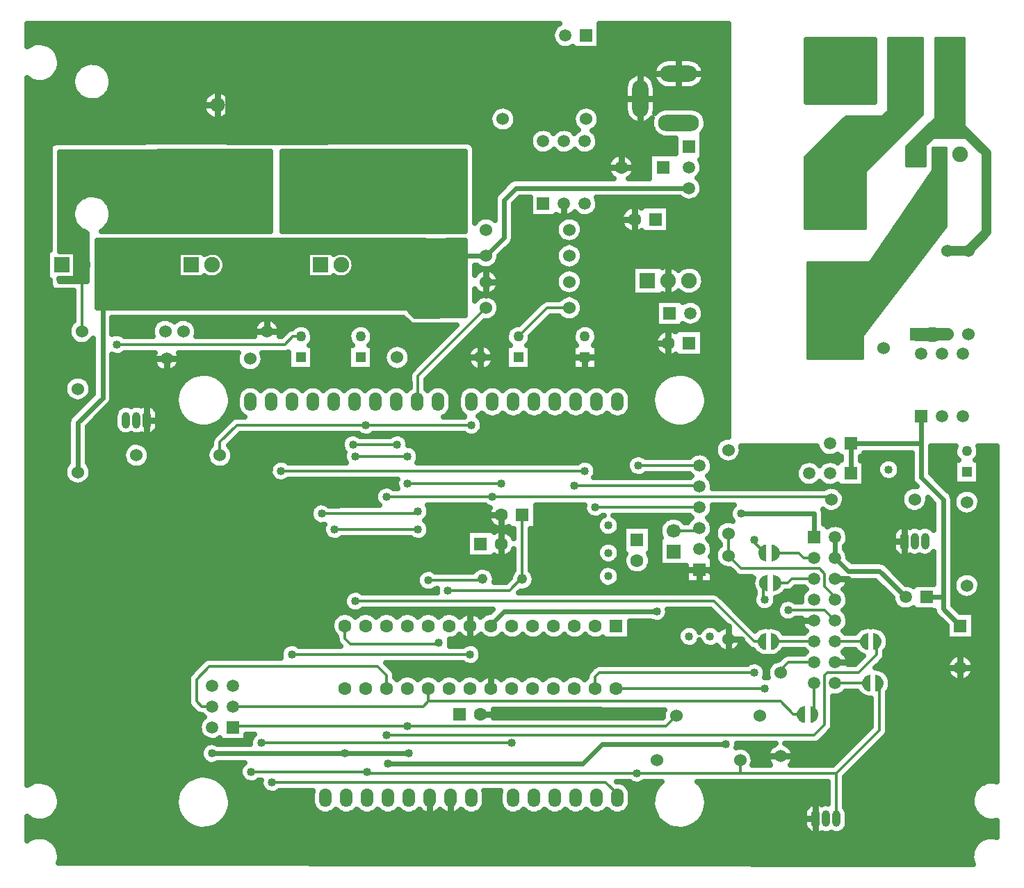
<source format=gbr>
G04 DipTrace 2.4.0.2*
%INBottom.gbr*%
%MOIN*%
%ADD14C,0.024*%
%ADD15C,0.013*%
%ADD16C,0.048*%
%ADD17C,0.07*%
%ADD18C,0.063*%
%ADD19C,0.06*%
%ADD20C,0.05*%
%ADD21C,0.025*%
%ADD23C,0.03*%
%ADD24C,0.012*%
%ADD25C,0.06*%
%ADD26R,0.0591X0.0591*%
%ADD27C,0.0591*%
%ADD30O,0.1181X0.2559*%
%ADD31R,0.05X0.05*%
%ADD32O,0.1969X0.0787*%
%ADD33O,0.1772X0.0787*%
%ADD34O,0.0787X0.1772*%
%ADD35O,0.18X0.1*%
%ADD36R,0.0748X0.0748*%
%ADD37C,0.0748*%
%ADD38R,0.063X0.063*%
%ADD39O,0.18X0.13*%
%ADD40O,0.06X0.09*%
%ADD41C,0.048*%
%ADD43R,0.0669X0.0669*%
%ADD44C,0.0669*%
%ADD45O,0.0394X0.0787*%
%ADD46R,0.0709X0.0709*%
%ADD47C,0.0709*%
%ADD48C,0.04*%
%FSLAX44Y44*%
G04*
G70*
G90*
G75*
G01*
%LNBottom*%
%LPD*%
X-2124Y-9000D2*
D16*
X-2125Y-9001D1*
X-2100Y125D2*
Y-2463D1*
X-249Y-4314D1*
Y-8125D1*
X-1125Y-9001D1*
X-2125D2*
X-1125D1*
X-16938Y-19313D2*
D15*
X-14004D1*
X-14001Y-19315D1*
X-36375Y-31875D2*
Y-31813D1*
X-28000D1*
X-28500Y-18313D2*
X-30625D1*
X-28000Y-31813D2*
X-15625D1*
X-15125Y-31313D1*
X-37375Y-30875D2*
X-37875D1*
X-38125Y-30625D1*
Y-29563D1*
X-37500Y-28938D1*
X-29437D1*
X-29000Y-29375D1*
Y-30000D1*
Y-32250D2*
X-8500D1*
X-8000Y-31750D1*
Y-29375D1*
X-7875Y-29250D1*
X-6375D1*
X-5500Y-28375D1*
Y-27750D1*
X-5475D1*
X-29941Y-34000D2*
X-35500D1*
X-29941D2*
Y-34066D1*
X-17002D1*
X-5375Y-29750D2*
Y-32000D1*
X-7438Y-34063D1*
X-12063D1*
Y-33438D1*
X-17002Y-34066D2*
X-12063D1*
X-7438Y-36250D2*
Y-34063D1*
X-36375Y-30875D2*
X-36250Y-30750D1*
Y-30875D1*
X-27250D1*
X-27000Y-30625D1*
Y-30000D1*
X-27500Y-22375D2*
X-31500D1*
X-27000Y-30625D2*
X-10125D1*
X-9500Y-31250D1*
X-9150D1*
X-30500Y-18875D2*
X-28000D1*
X-30500Y-25816D2*
X-13309D1*
X-11375Y-27750D1*
X-11025D1*
X-23941Y-20815D2*
X-7810D1*
X-7688Y-20938D1*
X-23941Y-20815D2*
X-29003D1*
X-24941Y-17375D2*
X-30000D1*
X-37004Y-18815D2*
Y-18190D1*
X-36189Y-17375D1*
X-30000D1*
X-31000Y-27000D2*
Y-27625D1*
X-30750Y-27875D1*
X-26562D1*
X-26503Y-27815D1*
X-32125Y-21625D2*
X-27625D1*
X-27500Y-21500D1*
X-27541Y-16254D2*
X-27500D1*
Y-15000D1*
X-24250Y-11750D1*
X-14001Y-21315D2*
X-19000Y-21303D1*
X-19875Y-27000D2*
X-20000D1*
Y-20265D2*
X-14051D1*
X-14001Y-20315D1*
X-33563Y-28375D2*
X-25000D1*
X-23502Y-20190D2*
X-28003D1*
X-43625Y-12875D2*
Y-9746D1*
X-43567Y-9689D1*
X-33125Y-13125D2*
X-33500D1*
X-33875Y-13500D1*
X-41937D1*
X-24000Y-30000D2*
Y-28375D1*
X-24938Y-27437D1*
Y-27000D1*
X-25000D1*
X-14001Y-24315D2*
X-13685D1*
X-11250Y-26750D1*
X-8500D1*
X-22687Y-13125D2*
X-21312Y-11750D1*
X-20250D1*
X-28941Y-33625D2*
D14*
X-19625D1*
X-18688Y-32688D1*
X-12750D1*
X-12000Y-21625D2*
X-8500D1*
Y-22750D1*
X-10375Y-27750D2*
D15*
X-8500D1*
X-6125D2*
X-7500D1*
X-8500Y-31250D2*
Y-29750D1*
X-6025D2*
X-7500D1*
X-10125Y-29250D2*
Y-29125D1*
X-9750Y-28750D1*
X-8500D1*
X-12626Y-23627D2*
X-12004Y-24250D1*
X-8250D1*
X-8000Y-24500D1*
Y-25125D1*
X-7375Y-25750D1*
X-7500D1*
X-12626Y-23627D2*
Y-22564D1*
X-10288Y-24938D2*
X-9767D1*
X-9579Y-24750D1*
X-8500D1*
X-10350Y-23500D2*
X-9250D1*
X-9000Y-23750D1*
X-8500D1*
X-7500Y-26750D2*
X-8000Y-26250D1*
X-9750D1*
X-7500Y-23750D2*
D14*
Y-22750D1*
Y-23750D2*
X-6875Y-24375D1*
X-5375D1*
X-4125Y-25625D1*
X-18000Y-30000D2*
D15*
X-10875D1*
Y-25750D2*
X-10938D1*
Y-24938D1*
X-34504Y-34504D2*
X-18502D1*
X-17752Y-35254D1*
X-17941D1*
X-34066Y-19565D2*
X-19502D1*
X-19000Y-30000D2*
Y-29439D1*
X-18811Y-29250D1*
X-11375D1*
Y-22875D2*
Y-23000D1*
X-11063Y-23313D1*
X-11000Y-23250D1*
Y-23500D1*
X-3625Y-13001D2*
D18*
X-2960D1*
D17*
X-2775D1*
D19*
X-2125D1*
X-15252Y-22440D2*
D15*
X-14126D1*
X-14001Y-22315D1*
X-6750Y-18250D2*
D14*
Y-19688D1*
Y-18250D2*
X-3374D1*
Y-16937D1*
Y-18250D2*
Y-19876D1*
X-2313Y-20937D1*
Y-25625D1*
Y-26187D1*
X-1500Y-27000D1*
X-3125Y-25625D2*
X-2313D1*
X-42567Y-9689D2*
X-42629D1*
Y-11126D1*
X-36379D1*
X-30188D1*
X-26628D1*
X-36379Y-9689D2*
Y-11126D1*
X-43817Y-19627D2*
Y-17252D1*
X-42629Y-16064D1*
Y-9751D1*
X-42567Y-9689D1*
X-24250Y-9250D2*
X-23375Y-8375D1*
Y-6563D1*
X-22813Y-6001D1*
X-14504D1*
X-24250Y-9250D2*
X-26504D1*
X-26628Y-9126D1*
X-37375Y-33125D2*
X-31000D1*
X-27938D1*
X-16063Y-26313D2*
X-23375D1*
X-24000Y-26937D1*
Y-27000D1*
X-23000Y-32625D2*
D15*
X-35000D1*
X-26065Y-25315D2*
X-23127D1*
X-22502Y-24690D1*
Y-24753D1*
Y-21690D1*
X-27000Y-24815D2*
X-24465D1*
X-24402Y-24753D1*
D48*
X-16938Y-19313D3*
X-28000Y-31813D3*
X-28500Y-18313D3*
X-30625D3*
X-29000Y-32250D3*
X-29941Y-34000D3*
X-35500D3*
X-17002Y-34066D3*
X-29941Y-34000D3*
X-27500Y-22375D3*
X-31500D3*
X-30500Y-18875D3*
X-28000D3*
X-30500Y-25816D3*
X-23941Y-20815D3*
D3*
X-29003D3*
X-24941Y-17375D3*
X-30000D3*
X-26503Y-27815D3*
X-32125Y-21625D3*
X-27500Y-21500D3*
X-19000Y-21303D3*
X-20000Y-20265D3*
X-33563Y-28375D3*
X-25000D3*
X-23502Y-20190D3*
X-28003D3*
X-41937Y-13500D3*
X-28941Y-33625D3*
X-12750Y-32688D3*
X-12000Y-21625D3*
X-9750Y-26250D3*
X-10875Y-30000D3*
Y-25750D3*
X-34504Y-34504D3*
X-34066Y-19565D3*
X-19502D3*
X-11375Y-29250D3*
Y-22875D3*
X-30188Y-11126D3*
D3*
X-37375Y-33125D3*
X-27938D3*
D3*
X-31000D3*
X-16063Y-26313D3*
X-23000Y-32625D3*
X-35000D3*
X-26065Y-25315D3*
X-27000Y-24815D3*
X-42000Y-26000D3*
X-40500D3*
X-39000D3*
Y-27500D3*
X-40500D3*
X-42000D3*
X-37500Y-26000D3*
Y-27500D3*
X-41500Y0D3*
Y-1500D3*
Y-3000D3*
X-40000D3*
Y-1500D3*
Y0D3*
X-38500D3*
Y-1500D3*
Y-3000D3*
X-29500Y-1375D3*
Y-2500D3*
X-28000D3*
Y-1375D3*
X-26500D3*
Y-2500D3*
X-29500Y-375D3*
X-28000D3*
X-26500D3*
X0Y-33000D3*
X-3000Y-30000D3*
X-1500D3*
Y-31500D3*
X0Y-30000D3*
Y-31500D3*
X-42000Y-20000D3*
X-40500D3*
X-39000D3*
X-37500D3*
X-18375Y-23500D3*
Y-24625D3*
Y-22188D3*
X-9813Y-27250D3*
X-9250Y-25313D3*
X-13500Y-27500D3*
X-14500D3*
X-10500Y-35000D3*
X-2938Y-34188D3*
X-10500Y-36500D3*
X-12000D3*
Y-35000D3*
X-3000Y-31500D3*
Y-33000D3*
X-1500D3*
Y-34250D3*
X-4938Y-19500D3*
X-42000Y-21500D3*
X-40500D3*
X-39000D3*
X-37500D3*
X-41500Y-4625D3*
Y-6125D3*
Y-7625D3*
X-40000D3*
Y-6125D3*
Y-4625D3*
X-38500D3*
Y-6125D3*
Y-7625D3*
X-41500Y-11000D3*
X-40500D3*
X-37438D3*
X-44375Y-7625D3*
Y-6125D3*
Y-4625D3*
X-42875D3*
Y-6125D3*
X-36750Y-7625D3*
X-35250D3*
X-31000Y-6000D3*
Y-7000D3*
X-29750D3*
Y-6000D3*
X-28500D3*
Y-7000D3*
X-31000Y-4750D3*
X-29750D3*
X-28500D3*
X-43625Y-34500D3*
Y-33000D3*
Y-31500D3*
X-42125D3*
Y-33000D3*
Y-34500D3*
X-43625Y-30000D3*
X-42125D3*
X-31438Y-11000D3*
X-39500D3*
X-28375Y-9500D3*
X-35250Y-11000D3*
X-34250D3*
X-28375Y-10562D3*
X-33250Y-11000D3*
X-46225Y1626D2*
D21*
X-21007D1*
X-18782D2*
X-12648D1*
X-46225Y1378D2*
X-21089D1*
X-18782D2*
X-12648D1*
X-46225Y1129D2*
X-21066D1*
X-18782D2*
X-12648D1*
X-45176Y880D2*
X-20921D1*
X-18782D2*
X-12648D1*
X-44871Y632D2*
X-12648D1*
X-44727Y383D2*
X-12648D1*
X-44668Y134D2*
X-15851D1*
X-14149D2*
X-12648D1*
X-44672Y-115D2*
X-43679D1*
X-42586D2*
X-16129D1*
X-13871D2*
X-12648D1*
X-44743Y-363D2*
X-43929D1*
X-42336D2*
X-16230D1*
X-13770D2*
X-12648D1*
X-44903Y-612D2*
X-44050D1*
X-42215D2*
X-17304D1*
X-16399D2*
X-16238D1*
X-13762D2*
X-12648D1*
X-46225Y-861D2*
X-46054D1*
X-45246D2*
X-44093D1*
X-42172D2*
X-17519D1*
X-13844D2*
X-12648D1*
X-46225Y-1109D2*
X-44066D1*
X-42200D2*
X-36261D1*
X-35043D2*
X-33453D1*
X-32231D2*
X-17597D1*
X-16102D2*
X-15937D1*
X-14063D2*
X-12648D1*
X-46225Y-1358D2*
X-43968D1*
X-42297D2*
X-37328D1*
X-36930D2*
X-36476D1*
X-34829D2*
X-33664D1*
X-32020D2*
X-17605D1*
X-16098D2*
X-12648D1*
X-46225Y-1607D2*
X-43757D1*
X-42508D2*
X-37703D1*
X-34727D2*
X-33765D1*
X-31918D2*
X-17605D1*
X-16098D2*
X-12648D1*
X-46225Y-1855D2*
X-37820D1*
X-34704D2*
X-33793D1*
X-31891D2*
X-17605D1*
X-16098D2*
X-12648D1*
X-46225Y-2104D2*
X-37839D1*
X-34704D2*
X-33793D1*
X-31891D2*
X-23714D1*
X-23161D2*
X-19714D1*
X-19161D2*
X-17605D1*
X-16098D2*
X-12648D1*
X-46225Y-2353D2*
X-37761D1*
X-34704D2*
X-33793D1*
X-31891D2*
X-24004D1*
X-22871D2*
X-20004D1*
X-18871D2*
X-17586D1*
X-13875D2*
X-12648D1*
X-46225Y-2601D2*
X-37531D1*
X-36727D2*
X-36601D1*
X-34704D2*
X-33793D1*
X-31891D2*
X-24093D1*
X-22782D2*
X-20093D1*
X-18782D2*
X-17472D1*
X-13707D2*
X-12648D1*
X-46225Y-2850D2*
X-36601D1*
X-34704D2*
X-33793D1*
X-31891D2*
X-24078D1*
X-22797D2*
X-20078D1*
X-18797D2*
X-17175D1*
X-16524D2*
X-16343D1*
X-13657D2*
X-12648D1*
X-46225Y-3099D2*
X-36601D1*
X-34704D2*
X-33793D1*
X-31891D2*
X-23945D1*
X-22930D2*
X-19945D1*
X-18930D2*
X-16308D1*
X-13692D2*
X-12648D1*
X-46225Y-3347D2*
X-36589D1*
X-34711D2*
X-33781D1*
X-31903D2*
X-22011D1*
X-18989D2*
X-16171D1*
X-13829D2*
X-12648D1*
X-46225Y-3596D2*
X-36515D1*
X-34789D2*
X-33707D1*
X-31977D2*
X-22136D1*
X-18864D2*
X-15718D1*
X-13848D2*
X-12648D1*
X-46225Y-3845D2*
X-44992D1*
X-24918D2*
X-22148D1*
X-18852D2*
X-15160D1*
X-13848D2*
X-12648D1*
X-46225Y-4094D2*
X-45175D1*
X-24770D2*
X-22054D1*
X-18946D2*
X-15160D1*
X-13848D2*
X-12648D1*
X-46225Y-4342D2*
X-45179D1*
X-24766D2*
X-21742D1*
X-21258D2*
X-20742D1*
X-20258D2*
X-19742D1*
X-19258D2*
X-15160D1*
X-13848D2*
X-12648D1*
X-46225Y-4591D2*
X-45179D1*
X-24766D2*
X-18285D1*
X-17227D2*
X-16429D1*
X-13848D2*
X-12648D1*
X-46225Y-4840D2*
X-45179D1*
X-24766D2*
X-18410D1*
X-17102D2*
X-16429D1*
X-13871D2*
X-12648D1*
X-46225Y-5088D2*
X-45179D1*
X-24766D2*
X-18425D1*
X-17086D2*
X-16429D1*
X-13856D2*
X-12648D1*
X-46225Y-5337D2*
X-45179D1*
X-24766D2*
X-18336D1*
X-17172D2*
X-16429D1*
X-13946D2*
X-12648D1*
X-46225Y-5586D2*
X-45179D1*
X-24766D2*
X-23023D1*
X-14004D2*
X-12648D1*
X-46225Y-5834D2*
X-45179D1*
X-24766D2*
X-23316D1*
X-13871D2*
X-12648D1*
X-46225Y-6083D2*
X-45179D1*
X-24766D2*
X-23562D1*
X-13856D2*
X-12648D1*
X-46225Y-6332D2*
X-45179D1*
X-24766D2*
X-23793D1*
X-13942D2*
X-12648D1*
X-46225Y-6580D2*
X-45179D1*
X-24766D2*
X-23855D1*
X-22723D2*
X-22156D1*
X-18868D2*
X-14777D1*
X-14231D2*
X-12648D1*
X-46225Y-6829D2*
X-45179D1*
X-24766D2*
X-23855D1*
X-22895D2*
X-22156D1*
X-18848D2*
X-12648D1*
X-46225Y-7078D2*
X-45179D1*
X-24766D2*
X-23855D1*
X-22895D2*
X-22156D1*
X-18938D2*
X-17648D1*
X-15454D2*
X-12648D1*
X-46225Y-7326D2*
X-45179D1*
X-24766D2*
X-23855D1*
X-22895D2*
X-22156D1*
X-20219D2*
X-19781D1*
X-19219D2*
X-17781D1*
X-15454D2*
X-12648D1*
X-46225Y-7575D2*
X-45179D1*
X-22895D2*
X-20746D1*
X-19754D2*
X-17800D1*
X-15454D2*
X-12648D1*
X-46225Y-7824D2*
X-45179D1*
X-22895D2*
X-20886D1*
X-19614D2*
X-17718D1*
X-15454D2*
X-12648D1*
X-46225Y-8073D2*
X-45179D1*
X-22895D2*
X-20906D1*
X-19594D2*
X-17464D1*
X-15454D2*
X-12648D1*
X-46225Y-8321D2*
X-45179D1*
X-22895D2*
X-20824D1*
X-19676D2*
X-12648D1*
X-46225Y-8570D2*
X-45179D1*
X-22938D2*
X-20554D1*
X-19946D2*
X-12648D1*
X-46225Y-8819D2*
X-45179D1*
X-23149D2*
X-20742D1*
X-19758D2*
X-12648D1*
X-46225Y-9067D2*
X-45300D1*
X-23399D2*
X-20882D1*
X-19618D2*
X-12648D1*
X-46225Y-9316D2*
X-45300D1*
X-23594D2*
X-20906D1*
X-19594D2*
X-12648D1*
X-46225Y-9565D2*
X-45300D1*
X-23672D2*
X-20828D1*
X-19672D2*
X-12648D1*
X-46225Y-9813D2*
X-45300D1*
X-24766D2*
X-24566D1*
X-23934D2*
X-20566D1*
X-19934D2*
X-17238D1*
X-15145D2*
X-14863D1*
X-14145D2*
X-12648D1*
X-46225Y-10062D2*
X-45300D1*
X-23766D2*
X-20734D1*
X-19766D2*
X-17238D1*
X-13879D2*
X-12648D1*
X-46225Y-10311D2*
X-45300D1*
X-23618D2*
X-20882D1*
X-19618D2*
X-17238D1*
X-13782D2*
X-12648D1*
X-46225Y-10559D2*
X-45179D1*
X-23594D2*
X-20906D1*
X-19594D2*
X-17238D1*
X-13782D2*
X-12648D1*
X-46225Y-10808D2*
X-45093D1*
X-23668D2*
X-20832D1*
X-19668D2*
X-17238D1*
X-13875D2*
X-12648D1*
X-46225Y-11057D2*
X-44050D1*
X-24766D2*
X-24582D1*
X-23918D2*
X-20582D1*
X-19918D2*
X-17238D1*
X-15133D2*
X-14879D1*
X-14133D2*
X-12648D1*
X-46225Y-11305D2*
X-44050D1*
X-23770D2*
X-20730D1*
X-19770D2*
X-12648D1*
X-46225Y-11554D2*
X-44050D1*
X-23621D2*
X-21707D1*
X-19621D2*
X-16093D1*
X-13969D2*
X-12648D1*
X-46225Y-11803D2*
X-44050D1*
X-23594D2*
X-21957D1*
X-19594D2*
X-16093D1*
X-13813D2*
X-12648D1*
X-46225Y-12052D2*
X-44050D1*
X-23664D2*
X-22203D1*
X-19664D2*
X-16093D1*
X-13786D2*
X-12648D1*
X-46225Y-12300D2*
X-44050D1*
X-42149D2*
X-39921D1*
X-39329D2*
X-39046D1*
X-38454D2*
X-35046D1*
X-34454D2*
X-28140D1*
X-23907D2*
X-22453D1*
X-21274D2*
X-20593D1*
X-19907D2*
X-16093D1*
X-13860D2*
X-12648D1*
X-46225Y-12549D2*
X-44195D1*
X-42149D2*
X-40195D1*
X-38180D2*
X-35320D1*
X-34180D2*
X-33250D1*
X-33000D2*
X-30375D1*
X-30125D2*
X-27871D1*
X-24457D2*
X-22812D1*
X-21520D2*
X-19625D1*
X-19375D2*
X-16093D1*
X-14102D2*
X-12648D1*
X-46225Y-12798D2*
X-44281D1*
X-42149D2*
X-40281D1*
X-38094D2*
X-35406D1*
X-34094D2*
X-33754D1*
X-32614D2*
X-30761D1*
X-29739D2*
X-25886D1*
X-24707D2*
X-23199D1*
X-21770D2*
X-20011D1*
X-18989D2*
X-15636D1*
X-15361D2*
X-15175D1*
X-13825D2*
X-12648D1*
X-46225Y-13046D2*
X-44261D1*
X-41629D2*
X-40261D1*
X-38114D2*
X-35386D1*
X-32520D2*
X-30855D1*
X-29645D2*
X-26136D1*
X-24957D2*
X-23293D1*
X-22020D2*
X-20105D1*
X-18895D2*
X-16043D1*
X-13825D2*
X-12648D1*
X-46225Y-13295D2*
X-44125D1*
X-32539D2*
X-30836D1*
X-29664D2*
X-26386D1*
X-25204D2*
X-23273D1*
X-22102D2*
X-20086D1*
X-18914D2*
X-16160D1*
X-13825D2*
X-12648D1*
X-46225Y-13544D2*
X-43109D1*
X-32516D2*
X-30859D1*
X-29641D2*
X-28781D1*
X-28219D2*
X-26632D1*
X-25454D2*
X-24781D1*
X-24219D2*
X-23296D1*
X-22079D2*
X-20109D1*
X-18891D2*
X-16168D1*
X-13825D2*
X-12648D1*
X-46225Y-13792D2*
X-43109D1*
X-32516D2*
X-30859D1*
X-29641D2*
X-29066D1*
X-27934D2*
X-26882D1*
X-25704D2*
X-25066D1*
X-23934D2*
X-23296D1*
X-22079D2*
X-20109D1*
X-18891D2*
X-16070D1*
X-13825D2*
X-12648D1*
X-46225Y-14041D2*
X-43109D1*
X-42149D2*
X-40207D1*
X-38918D2*
X-36207D1*
X-34918D2*
X-33734D1*
X-32516D2*
X-30859D1*
X-29641D2*
X-29156D1*
X-27844D2*
X-27132D1*
X-25950D2*
X-25156D1*
X-23844D2*
X-23296D1*
X-22079D2*
X-20109D1*
X-18891D2*
X-15765D1*
X-13825D2*
X-12648D1*
X-46225Y-14290D2*
X-43109D1*
X-42149D2*
X-40214D1*
X-38911D2*
X-36214D1*
X-34911D2*
X-33734D1*
X-32516D2*
X-30859D1*
X-29641D2*
X-29136D1*
X-27864D2*
X-27379D1*
X-26200D2*
X-25136D1*
X-23864D2*
X-23296D1*
X-22079D2*
X-20109D1*
X-18891D2*
X-12648D1*
X-46225Y-14538D2*
X-43109D1*
X-42149D2*
X-40117D1*
X-39008D2*
X-36117D1*
X-35008D2*
X-33734D1*
X-32516D2*
X-30859D1*
X-29641D2*
X-29007D1*
X-27993D2*
X-27629D1*
X-26450D2*
X-25007D1*
X-23993D2*
X-23296D1*
X-22079D2*
X-20109D1*
X-18891D2*
X-12648D1*
X-46225Y-14787D2*
X-43109D1*
X-42149D2*
X-39796D1*
X-39329D2*
X-35796D1*
X-35329D2*
X-27863D1*
X-26696D2*
X-12648D1*
X-46225Y-15036D2*
X-44074D1*
X-43559D2*
X-43109D1*
X-42149D2*
X-38472D1*
X-37121D2*
X-27925D1*
X-26946D2*
X-15636D1*
X-14286D2*
X-12648D1*
X-46225Y-15284D2*
X-44375D1*
X-43258D2*
X-43109D1*
X-42149D2*
X-38781D1*
X-36809D2*
X-27925D1*
X-27075D2*
X-15949D1*
X-13973D2*
X-12648D1*
X-46225Y-15533D2*
X-44468D1*
X-42149D2*
X-38964D1*
X-36629D2*
X-35843D1*
X-35239D2*
X-34843D1*
X-34239D2*
X-33843D1*
X-33239D2*
X-32843D1*
X-32239D2*
X-31843D1*
X-31239D2*
X-30843D1*
X-30239D2*
X-29843D1*
X-29239D2*
X-28843D1*
X-28239D2*
X-27925D1*
X-27075D2*
X-26843D1*
X-26239D2*
X-25246D1*
X-24637D2*
X-24246D1*
X-23637D2*
X-23246D1*
X-22637D2*
X-22246D1*
X-21637D2*
X-21246D1*
X-20637D2*
X-20246D1*
X-19637D2*
X-19246D1*
X-18637D2*
X-18246D1*
X-17637D2*
X-16129D1*
X-13793D2*
X-12648D1*
X-46225Y-15782D2*
X-44457D1*
X-42149D2*
X-39070D1*
X-36524D2*
X-36113D1*
X-25969D2*
X-25511D1*
X-17368D2*
X-16234D1*
X-13688D2*
X-12648D1*
X-46225Y-16031D2*
X-44332D1*
X-42149D2*
X-39121D1*
X-36473D2*
X-36195D1*
X-25887D2*
X-25597D1*
X-17286D2*
X-16285D1*
X-13637D2*
X-12648D1*
X-46225Y-16279D2*
X-43511D1*
X-42204D2*
X-39125D1*
X-36469D2*
X-36199D1*
X-25879D2*
X-25601D1*
X-17282D2*
X-16289D1*
X-13633D2*
X-12648D1*
X-46225Y-16528D2*
X-43761D1*
X-42426D2*
X-41879D1*
X-40114D2*
X-39078D1*
X-36512D2*
X-36187D1*
X-25895D2*
X-25589D1*
X-17293D2*
X-16242D1*
X-13680D2*
X-12648D1*
X-46225Y-16777D2*
X-44011D1*
X-42672D2*
X-42039D1*
X-39954D2*
X-38980D1*
X-36614D2*
X-36078D1*
X-26000D2*
X-25480D1*
X-17403D2*
X-16144D1*
X-13778D2*
X-12648D1*
X-46225Y-17025D2*
X-44238D1*
X-42922D2*
X-42062D1*
X-39946D2*
X-38808D1*
X-36782D2*
X-36410D1*
X-24512D2*
X-24093D1*
X-23786D2*
X-23093D1*
X-22786D2*
X-22093D1*
X-21786D2*
X-21093D1*
X-20786D2*
X-20093D1*
X-19786D2*
X-19093D1*
X-18786D2*
X-18093D1*
X-17786D2*
X-15976D1*
X-13946D2*
X-12648D1*
X-46225Y-17274D2*
X-44296D1*
X-43172D2*
X-42062D1*
X-39946D2*
X-38523D1*
X-37071D2*
X-36679D1*
X-24391D2*
X-15687D1*
X-14235D2*
X-12648D1*
X-46225Y-17523D2*
X-44296D1*
X-43336D2*
X-42023D1*
X-39961D2*
X-36929D1*
X-24403D2*
X-12648D1*
X-46225Y-17771D2*
X-44296D1*
X-43336D2*
X-41816D1*
X-40161D2*
X-37175D1*
X-24555D2*
X-12648D1*
X-46225Y-18020D2*
X-44296D1*
X-43336D2*
X-37390D1*
X-36243D2*
X-31097D1*
X-28028D2*
X-12976D1*
X-46225Y-18269D2*
X-44296D1*
X-43336D2*
X-41351D1*
X-40657D2*
X-37429D1*
X-36493D2*
X-31183D1*
X-27942D2*
X-13214D1*
X-46225Y-18517D2*
X-44296D1*
X-43336D2*
X-41589D1*
X-40418D2*
X-37589D1*
X-36418D2*
X-31144D1*
X-27579D2*
X-13285D1*
X-11969D2*
X-8347D1*
X-2895D2*
X-1789D1*
X-586D2*
X227D1*
X-46225Y-18766D2*
X-44296D1*
X-43336D2*
X-41664D1*
X-40344D2*
X-37664D1*
X-36344D2*
X-31050D1*
X-27450D2*
X-14336D1*
X-13668D2*
X-13254D1*
X-12000D2*
X-8136D1*
X-6094D2*
X-3855D1*
X-2895D2*
X-1781D1*
X-594D2*
X227D1*
X-46225Y-19015D2*
X-44296D1*
X-43336D2*
X-41632D1*
X-40375D2*
X-37632D1*
X-36375D2*
X-31043D1*
X-27457D2*
X-17406D1*
X-13422D2*
X-13097D1*
X-12153D2*
X-7230D1*
X-6270D2*
X-5187D1*
X-4688D2*
X-3855D1*
X-2895D2*
X-1648D1*
X-727D2*
X227D1*
X-46225Y-19263D2*
X-44363D1*
X-43270D2*
X-41480D1*
X-40532D2*
X-37480D1*
X-36532D2*
X-34535D1*
X-19036D2*
X-17496D1*
X-13348D2*
X-9242D1*
X-6094D2*
X-5441D1*
X-4434D2*
X-3855D1*
X-2895D2*
X-1796D1*
X-579D2*
X227D1*
X-46225Y-19512D2*
X-44464D1*
X-43168D2*
X-34625D1*
X-18946D2*
X-17461D1*
X-13379D2*
X-9379D1*
X-6094D2*
X-5496D1*
X-4379D2*
X-3855D1*
X-2895D2*
X-1796D1*
X-579D2*
X227D1*
X-46225Y-19761D2*
X-44461D1*
X-43172D2*
X-34589D1*
X-18981D2*
X-17254D1*
X-16621D2*
X-14472D1*
X-13532D2*
X-9402D1*
X-6094D2*
X-5429D1*
X-4446D2*
X-3855D1*
X-2821D2*
X-1796D1*
X-579D2*
X227D1*
X-46225Y-20010D2*
X-44347D1*
X-43286D2*
X-34386D1*
X-33743D2*
X-28531D1*
X-13426D2*
X-9316D1*
X-6094D2*
X-5125D1*
X-4750D2*
X-3836D1*
X-2571D2*
X-1796D1*
X-579D2*
X227D1*
X-46225Y-20258D2*
X-43910D1*
X-43727D2*
X-28558D1*
X-13348D2*
X-9043D1*
X-8457D2*
X-8043D1*
X-6094D2*
X-3660D1*
X-2325D2*
X227D1*
X-46225Y-20507D2*
X-29464D1*
X-7196D2*
X-4179D1*
X-2075D2*
X-1519D1*
X-856D2*
X227D1*
X-46225Y-20756D2*
X-29558D1*
X-7055D2*
X-4320D1*
X-606D2*
X227D1*
X-46225Y-21004D2*
X-29527D1*
X-7032D2*
X-4343D1*
X-532D2*
X227D1*
X-46225Y-21253D2*
X-32535D1*
X-27000D2*
X-24273D1*
X-21829D2*
X-19558D1*
X-13348D2*
X-12410D1*
X-7110D2*
X-4265D1*
X-3110D2*
X-2793D1*
X-555D2*
X227D1*
X-46225Y-21502D2*
X-32671D1*
X-26942D2*
X-24148D1*
X-21829D2*
X-19523D1*
X-13375D2*
X-12546D1*
X-7371D2*
X-4004D1*
X-3371D2*
X-2793D1*
X-1832D2*
X-1668D1*
X-704D2*
X227D1*
X-46225Y-21750D2*
X-32671D1*
X-27000D2*
X-24175D1*
X-21829D2*
X-19320D1*
X-18043D2*
X-14484D1*
X-13520D2*
X-12546D1*
X-8020D2*
X-2793D1*
X-1832D2*
X227D1*
X-46225Y-21999D2*
X-32531D1*
X-27094D2*
X-24097D1*
X-21829D2*
X-18902D1*
X-17848D2*
X-15781D1*
X-14723D2*
X-14575D1*
X-13430D2*
X-12941D1*
X-8020D2*
X-2793D1*
X-1832D2*
X227D1*
X-46225Y-22248D2*
X-32043D1*
X-26957D2*
X-23859D1*
X-21829D2*
X-18933D1*
X-17817D2*
X-17674D1*
X-16325D2*
X-15918D1*
X-13348D2*
X-13200D1*
X-7094D2*
X-4468D1*
X-2961D2*
X-2793D1*
X-1832D2*
X227D1*
X-46225Y-22496D2*
X-32046D1*
X-26954D2*
X-25175D1*
X-23164D2*
X-22925D1*
X-22079D2*
X-18836D1*
X-17914D2*
X-17675D1*
X-16325D2*
X-15945D1*
X-6899D2*
X-4711D1*
X-1832D2*
X227D1*
X-46225Y-22745D2*
X-31910D1*
X-27090D2*
X-25175D1*
X-22079D2*
X-17675D1*
X-16325D2*
X-15871D1*
X-13516D2*
X-13261D1*
X-6844D2*
X-4746D1*
X-1832D2*
X227D1*
X-46225Y-22994D2*
X-25175D1*
X-22079D2*
X-18574D1*
X-18176D2*
X-17675D1*
X-16325D2*
X-15945D1*
X-13434D2*
X-13121D1*
X-6895D2*
X-4746D1*
X-1832D2*
X227D1*
X-46225Y-23242D2*
X-25175D1*
X-22079D2*
X-18871D1*
X-17879D2*
X-17675D1*
X-16325D2*
X-15945D1*
X-13352D2*
X-13156D1*
X-7020D2*
X-4746D1*
X-1832D2*
X227D1*
X-46225Y-23491D2*
X-25175D1*
X-22079D2*
X-18933D1*
X-17817D2*
X-17674D1*
X-16325D2*
X-15945D1*
X-6899D2*
X-4625D1*
X-1832D2*
X227D1*
X-46225Y-23740D2*
X-22925D1*
X-22079D2*
X-18879D1*
X-17871D2*
X-17660D1*
X-16340D2*
X-15945D1*
X-6840D2*
X-2793D1*
X-1832D2*
X227D1*
X-46225Y-23989D2*
X-22925D1*
X-22079D2*
X-18617D1*
X-18133D2*
X-17664D1*
X-16336D2*
X-15945D1*
X-13348D2*
X-13177D1*
X-5110D2*
X-2793D1*
X-1832D2*
X227D1*
X-46225Y-24237D2*
X-24683D1*
X-24121D2*
X-22925D1*
X-22079D2*
X-18769D1*
X-17981D2*
X-17566D1*
X-16434D2*
X-14656D1*
X-13348D2*
X-12828D1*
X-4844D2*
X-2793D1*
X-1832D2*
X227D1*
X-46225Y-24486D2*
X-27445D1*
X-23868D2*
X-23035D1*
X-21969D2*
X-18918D1*
X-17832D2*
X-17246D1*
X-16754D2*
X-14656D1*
X-13348D2*
X-12359D1*
X-4594D2*
X-2793D1*
X-1832D2*
X-1480D1*
X-895D2*
X227D1*
X-46225Y-24735D2*
X-27554D1*
X-23801D2*
X-23136D1*
X-21903D2*
X-18925D1*
X-17825D2*
X-14656D1*
X-13348D2*
X-11464D1*
X-4348D2*
X-2793D1*
X-618D2*
X227D1*
X-46225Y-24983D2*
X-27531D1*
X-21950D2*
X-18796D1*
X-17954D2*
X-11492D1*
X-6891D2*
X-5433D1*
X-4098D2*
X-2793D1*
X-532D2*
X227D1*
X-46225Y-25232D2*
X-27359D1*
X-22161D2*
X-11433D1*
X-9473D2*
X-8929D1*
X-7071D2*
X-5187D1*
X-551D2*
X227D1*
X-46225Y-25481D2*
X-30941D1*
X-13067D2*
X-11363D1*
X-9977D2*
X-9093D1*
X-6907D2*
X-4937D1*
X-1832D2*
X-1690D1*
X-684D2*
X227D1*
X-46225Y-25729D2*
X-31054D1*
X-12805D2*
X-11433D1*
X-10317D2*
X-9898D1*
X-9604D2*
X-9156D1*
X-6844D2*
X-4773D1*
X-1832D2*
X227D1*
X-46225Y-25978D2*
X-31035D1*
X-12555D2*
X-11382D1*
X-10368D2*
X-10234D1*
X-6887D2*
X-4671D1*
X-1832D2*
X227D1*
X-46225Y-26227D2*
X-30867D1*
X-30133D2*
X-23957D1*
X-15508D2*
X-13488D1*
X-12309D2*
X-11144D1*
X-10606D2*
X-10308D1*
X-7063D2*
X-4336D1*
X-3914D2*
X-3778D1*
X-1606D2*
X227D1*
X-46225Y-26475D2*
X-31410D1*
X-30590D2*
X-30411D1*
X-29590D2*
X-29411D1*
X-28590D2*
X-28411D1*
X-27590D2*
X-27411D1*
X-26590D2*
X-26411D1*
X-25590D2*
X-25411D1*
X-24590D2*
X-24411D1*
X-15528D2*
X-13242D1*
X-12059D2*
X-10261D1*
X-6907D2*
X-2691D1*
X-825D2*
X227D1*
X-46225Y-26724D2*
X-31613D1*
X-15696D2*
X-12992D1*
X-11809D2*
X-10023D1*
X-9477D2*
X-9156D1*
X-6844D2*
X-2445D1*
X-825D2*
X227D1*
X-46225Y-26973D2*
X-31675D1*
X-17325D2*
X-14617D1*
X-14387D2*
X-13617D1*
X-13387D2*
X-12742D1*
X-11563D2*
X-9113D1*
X-6887D2*
X-2195D1*
X-825D2*
X227D1*
X-46225Y-27221D2*
X-31636D1*
X-17325D2*
X-14980D1*
X-10047D2*
X-8945D1*
X-7055D2*
X-6453D1*
X-5149D2*
X-2175D1*
X-825D2*
X227D1*
X-46225Y-27470D2*
X-31472D1*
X-17325D2*
X-15058D1*
X-4973D2*
X-2175D1*
X-825D2*
X227D1*
X-46225Y-27719D2*
X-31414D1*
X-25954D2*
X-15011D1*
X-4922D2*
X227D1*
X-46225Y-27968D2*
X-33933D1*
X-33192D2*
X-31250D1*
X-25965D2*
X-25371D1*
X-24629D2*
X-14785D1*
X-14215D2*
X-13785D1*
X-12067D2*
X-11750D1*
X-4954D2*
X227D1*
X-46225Y-28216D2*
X-34097D1*
X-24465D2*
X-12890D1*
X-12364D2*
X-11414D1*
X-9985D2*
X-8949D1*
X-7051D2*
X-6515D1*
X-5075D2*
X227D1*
X-46225Y-28465D2*
X-34113D1*
X-24450D2*
X-10972D1*
X-10426D2*
X-10054D1*
X-6914D2*
X-6179D1*
X-5086D2*
X-1894D1*
X-1106D2*
X227D1*
X-46225Y-28714D2*
X-37867D1*
X-24563D2*
X-10488D1*
X-6844D2*
X-6429D1*
X-5246D2*
X-2109D1*
X-891D2*
X227D1*
X-46225Y-28962D2*
X-38117D1*
X-28821D2*
X-19113D1*
X-10899D2*
X-10714D1*
X-5496D2*
X-2175D1*
X-825D2*
X227D1*
X-46225Y-29211D2*
X-38363D1*
X-28610D2*
X-19355D1*
X-5059D2*
X-2140D1*
X-860D2*
X227D1*
X-46225Y-29460D2*
X-38535D1*
X-28575D2*
X-28386D1*
X-27614D2*
X-27386D1*
X-26614D2*
X-26386D1*
X-25614D2*
X-25386D1*
X-24614D2*
X-24386D1*
X-23614D2*
X-23386D1*
X-22614D2*
X-22386D1*
X-21614D2*
X-21386D1*
X-20614D2*
X-20386D1*
X-19614D2*
X-19425D1*
X-4875D2*
X-1984D1*
X-1016D2*
X227D1*
X-46225Y-29708D2*
X-38550D1*
X-4821D2*
X227D1*
X-46225Y-29957D2*
X-38550D1*
X-4852D2*
X227D1*
X-46225Y-30206D2*
X-38550D1*
X-7039D2*
X-6421D1*
X-4950D2*
X227D1*
X-46225Y-30454D2*
X-38550D1*
X-7575D2*
X-6039D1*
X-4950D2*
X227D1*
X-46225Y-30703D2*
X-38543D1*
X-7575D2*
X-5800D1*
X-4950D2*
X227D1*
X-46225Y-30952D2*
X-38390D1*
X-7575D2*
X-5800D1*
X-4950D2*
X227D1*
X-46225Y-31200D2*
X-38132D1*
X-23829D2*
X-15773D1*
X-7575D2*
X-5800D1*
X-4950D2*
X227D1*
X-46225Y-31449D2*
X-37863D1*
X-7575D2*
X-5800D1*
X-4950D2*
X227D1*
X-46225Y-31698D2*
X-38004D1*
X-7575D2*
X-5800D1*
X-4950D2*
X227D1*
X-46225Y-31947D2*
X-38027D1*
X-7625D2*
X-5914D1*
X-4950D2*
X227D1*
X-46225Y-32195D2*
X-37941D1*
X-7856D2*
X-6160D1*
X-5000D2*
X227D1*
X-46225Y-32444D2*
X-37671D1*
X-35719D2*
X-35529D1*
X-8102D2*
X-6410D1*
X-5227D2*
X227D1*
X-46225Y-32693D2*
X-37714D1*
X-12192D2*
X-10453D1*
X-9797D2*
X-6660D1*
X-5477D2*
X227D1*
X-46225Y-32941D2*
X-37902D1*
X-11641D2*
X-10707D1*
X-9543D2*
X-6906D1*
X-5727D2*
X227D1*
X-46225Y-33190D2*
X-37929D1*
X-11454D2*
X-10781D1*
X-9469D2*
X-7156D1*
X-5973D2*
X227D1*
X-46225Y-33439D2*
X-37832D1*
X-11403D2*
X-10757D1*
X-9493D2*
X-7406D1*
X-6223D2*
X227D1*
X-46225Y-33687D2*
X-35961D1*
X-6473D2*
X227D1*
X-46225Y-33936D2*
X-36054D1*
X-6719D2*
X227D1*
X-46225Y-34185D2*
X-38101D1*
X-37489D2*
X-36027D1*
X-6969D2*
X227D1*
X-46225Y-34433D2*
X-38629D1*
X-36965D2*
X-35839D1*
X-7012D2*
X227D1*
X-44989Y-34682D2*
X-38871D1*
X-36723D2*
X-35035D1*
X-17442D2*
X-16035D1*
X-13887D2*
X-7863D1*
X-7012D2*
X-644D1*
X-44786Y-34931D2*
X-39015D1*
X-36575D2*
X-34851D1*
X-34157D2*
X-32578D1*
X-24305D2*
X-23578D1*
X-17305D2*
X-16179D1*
X-13743D2*
X-7863D1*
X-7012D2*
X-847D1*
X-44688Y-35179D2*
X-39097D1*
X-36493D2*
X-32601D1*
X-24282D2*
X-23601D1*
X-17282D2*
X-16261D1*
X-13661D2*
X-7863D1*
X-7012D2*
X-945D1*
X-44661Y-35428D2*
X-39129D1*
X-36465D2*
X-32601D1*
X-24282D2*
X-23601D1*
X-17282D2*
X-16293D1*
X-13629D2*
X-7863D1*
X-7012D2*
X-968D1*
X-44700Y-35677D2*
X-39109D1*
X-36481D2*
X-32539D1*
X-24344D2*
X-23539D1*
X-17344D2*
X-16277D1*
X-13649D2*
X-8855D1*
X-7012D2*
X-929D1*
X-44813Y-35926D2*
X-39043D1*
X-36547D2*
X-32328D1*
X-31555D2*
X-31328D1*
X-30555D2*
X-30328D1*
X-29555D2*
X-29328D1*
X-28555D2*
X-28328D1*
X-27555D2*
X-27328D1*
X-26555D2*
X-26328D1*
X-25555D2*
X-25328D1*
X-24555D2*
X-23328D1*
X-22555D2*
X-22328D1*
X-21555D2*
X-21328D1*
X-20555D2*
X-20328D1*
X-19555D2*
X-19328D1*
X-18555D2*
X-18328D1*
X-17555D2*
X-16207D1*
X-13715D2*
X-8992D1*
X-6895D2*
X-816D1*
X-45043Y-36174D2*
X-38918D1*
X-36676D2*
X-16082D1*
X-13840D2*
X-8996D1*
X-6879D2*
X-586D1*
X-46225Y-36423D2*
X-38707D1*
X-36887D2*
X-15871D1*
X-14051D2*
X-8996D1*
X-6879D2*
X227D1*
X-46225Y-36672D2*
X-38316D1*
X-37278D2*
X-15480D1*
X-14442D2*
X-8968D1*
X-6930D2*
X227D1*
X-46225Y-36920D2*
X-8750D1*
X-7172D2*
X227D1*
X-46225Y-37169D2*
X-46039D1*
X-45262D2*
X-390D1*
X-44907Y-37418D2*
X-742D1*
X-44746Y-37666D2*
X-906D1*
X-44672Y-37915D2*
X-980D1*
X-44664Y-38164D2*
X-984D1*
X-18473Y-38412D2*
X-925D1*
X-43085Y-13205D2*
X-43177Y-13325D1*
X-43274Y-13404D1*
X-43384Y-13462D1*
X-43503Y-13498D1*
X-43628Y-13510D1*
X-43752Y-13497D1*
X-43871Y-13460D1*
X-43981Y-13401D1*
X-44077Y-13321D1*
X-44155Y-13224D1*
X-44213Y-13114D1*
X-44249Y-12994D1*
X-44260Y-12870D1*
X-44247Y-12746D1*
X-44209Y-12627D1*
X-44150Y-12517D1*
X-44069Y-12422D1*
X-44024Y-12385D1*
X-44025Y-10918D1*
X-44820Y-10919D1*
X-44942Y-10896D1*
X-45048Y-10830D1*
X-45122Y-10730D1*
X-45155Y-10584D1*
Y-10400D1*
X-45276Y-10398D1*
Y-8980D1*
X-45155D1*
Y-4146D1*
X-45132Y-4023D1*
X-45066Y-3918D1*
X-44966Y-3844D1*
X-44821Y-3811D1*
X-36370Y-3789D1*
X-36455Y-3665D1*
X-36518Y-3530D1*
X-36560Y-3386D1*
X-36577Y-3237D1*
X-36581Y-2444D1*
X-36666Y-2536D1*
X-36765Y-2611D1*
X-36877Y-2667D1*
X-36997Y-2702D1*
X-37121Y-2715D1*
X-37246Y-2705D1*
X-37366Y-2672D1*
X-37479Y-2619D1*
X-37580Y-2546D1*
X-37667Y-2456D1*
X-37736Y-2352D1*
X-37785Y-2237D1*
X-37812Y-2116D1*
X-37817Y-1991D1*
X-37800Y-1867D1*
X-37760Y-1749D1*
X-37700Y-1640D1*
X-37621Y-1543D1*
X-37526Y-1462D1*
X-37418Y-1400D1*
X-37300Y-1358D1*
X-37177Y-1338D1*
X-37052Y-1340D1*
X-36930Y-1365D1*
X-36814Y-1412D1*
X-36709Y-1479D1*
X-36617Y-1563D1*
X-36558Y-1635D1*
X-36515Y-1492D1*
X-36450Y-1357D1*
X-36363Y-1234D1*
X-36259Y-1127D1*
X-36138Y-1039D1*
X-36004Y-971D1*
X-35862Y-925D1*
X-35714Y-903D1*
X-35564Y-905D1*
X-35416Y-931D1*
X-35275Y-981D1*
X-35143Y-1053D1*
X-35025Y-1145D1*
X-34924Y-1255D1*
X-34841Y-1380D1*
X-34780Y-1517D1*
X-34741Y-1662D1*
X-34727Y-1811D1*
X-34729Y-3279D1*
X-34754Y-3427D1*
X-34801Y-3569D1*
X-34871Y-3702D1*
X-34937Y-3792D1*
X-34442Y-3790D1*
X-34316Y-3815D1*
X-34275Y-3824D1*
X-34129Y-3790D1*
X-33559Y-3789D1*
X-33644Y-3665D1*
X-33708Y-3530D1*
X-33749Y-3386D1*
X-33767Y-3237D1*
X-33766Y-1784D1*
X-33747Y-1635D1*
X-33705Y-1492D1*
X-33640Y-1357D1*
X-33553Y-1234D1*
X-33448Y-1127D1*
X-33328Y-1039D1*
X-33194Y-971D1*
X-33052Y-925D1*
X-32903Y-903D1*
X-32754Y-905D1*
X-32606Y-931D1*
X-32465Y-981D1*
X-32333Y-1053D1*
X-32215Y-1145D1*
X-32113Y-1255D1*
X-32031Y-1380D1*
X-31969Y-1517D1*
X-31931Y-1662D1*
X-31916Y-1811D1*
X-31919Y-3279D1*
X-31943Y-3427D1*
X-31991Y-3569D1*
X-32061Y-3702D1*
X-32126Y-3791D1*
X-25128Y-3790D1*
X-25006Y-3813D1*
X-24900Y-3879D1*
X-24826Y-3979D1*
X-24793Y-4125D1*
Y-7668D1*
X-24694Y-7547D1*
X-24597Y-7468D1*
X-24487Y-7411D1*
X-24367Y-7376D1*
X-24242Y-7365D1*
X-24118Y-7379D1*
X-23999Y-7417D1*
X-23890Y-7477D1*
X-23828Y-7530D1*
X-23830Y-6563D1*
X-23813Y-6439D1*
X-23761Y-6322D1*
X-23697Y-6241D1*
X-23135Y-5679D1*
X-23035Y-5604D1*
X-22916Y-5558D1*
X-22813Y-5546D1*
X-18113Y-5543D1*
X-18210Y-5465D1*
X-18290Y-5369D1*
X-18351Y-5260D1*
X-18390Y-5141D1*
X-18405Y-5018D1*
X-18396Y-4893D1*
X-18364Y-4773D1*
X-18309Y-4660D1*
X-18234Y-4561D1*
X-18141Y-4477D1*
X-18034Y-4413D1*
X-17916Y-4371D1*
X-17793Y-4352D1*
X-17668Y-4357D1*
X-17547Y-4385D1*
X-17433Y-4436D1*
X-17331Y-4508D1*
X-17245Y-4598D1*
X-17177Y-4703D1*
X-17131Y-4819D1*
X-17108Y-4942D1*
X-17109Y-5075D1*
X-17136Y-5198D1*
X-17185Y-5312D1*
X-17255Y-5416D1*
X-17343Y-5504D1*
X-17401Y-5545D1*
X-16403Y-5546D1*
X-16405Y-4351D1*
X-15135D1*
Y-3603D1*
X-15591Y-3600D1*
X-15696Y-3596D1*
X-15817Y-3568D1*
X-15932Y-3519D1*
X-16037Y-3451D1*
X-16129Y-3366D1*
X-16205Y-3267D1*
X-16263Y-3157D1*
X-16301Y-3038D1*
X-16318Y-2914D1*
X-16314Y-2789D1*
X-16276Y-2635D1*
X-16374Y-2737D1*
X-16475Y-2810D1*
X-16587Y-2865D1*
X-16707Y-2900D1*
X-16831Y-2914D1*
X-16955Y-2907D1*
X-17077Y-2879D1*
X-17192Y-2830D1*
X-17297Y-2762D1*
X-17388Y-2677D1*
X-17464Y-2578D1*
X-17522Y-2468D1*
X-17561Y-2349D1*
X-17578Y-2225D1*
Y-1166D1*
X-17561Y-1042D1*
X-17524Y-923D1*
X-17466Y-812D1*
X-17391Y-713D1*
X-17300Y-628D1*
X-17195Y-560D1*
X-17080Y-510D1*
X-16959Y-481D1*
X-16834Y-473D1*
X-16710Y-487D1*
X-16590Y-521D1*
X-16478Y-576D1*
X-16376Y-648D1*
X-16289Y-737D1*
X-16218Y-840D1*
X-16165Y-953D1*
X-16133Y-1074D1*
X-16122Y-1202D1*
X-16126Y-2261D1*
X-16149Y-2384D1*
X-16161Y-2422D1*
X-16096Y-2350D1*
X-15999Y-2272D1*
X-15890Y-2211D1*
X-15773Y-2169D1*
X-15649Y-2149D1*
X-15216Y-2146D1*
X-14343Y-2149D1*
X-14221Y-2171D1*
X-14103Y-2214D1*
X-13995Y-2276D1*
X-13899Y-2355D1*
X-13817Y-2450D1*
X-13754Y-2557D1*
X-13709Y-2674D1*
X-13685Y-2797D1*
X-13681Y-2875D1*
X-13691Y-2999D1*
X-13723Y-3120D1*
X-13775Y-3234D1*
X-13881Y-3373D1*
X-13874Y-3370D1*
Y-4631D1*
X-13995D1*
X-13961Y-4681D1*
X-13909Y-4794D1*
X-13880Y-4916D1*
X-13874Y-5001D1*
X-13886Y-5125D1*
X-13923Y-5244D1*
X-13982Y-5354D1*
X-14062Y-5450D1*
X-14126Y-5501D1*
X-14035Y-5580D1*
X-13961Y-5681D1*
X-13909Y-5794D1*
X-13880Y-5916D1*
X-13874Y-6001D1*
X-13886Y-6125D1*
X-13923Y-6244D1*
X-13982Y-6354D1*
X-14062Y-6450D1*
X-14159Y-6528D1*
X-14270Y-6586D1*
X-14390Y-6620D1*
X-14514Y-6631D1*
X-14638Y-6616D1*
X-14757Y-6578D1*
X-14866Y-6517D1*
X-14940Y-6453D1*
X-17004Y-6456D1*
X-18946D1*
X-18904Y-6544D1*
X-18875Y-6665D1*
X-18870Y-6750D1*
X-18882Y-6874D1*
X-18919Y-6993D1*
X-18978Y-7103D1*
X-19058Y-7199D1*
X-19155Y-7277D1*
X-19266Y-7335D1*
X-19386Y-7370D1*
X-19510Y-7380D1*
X-19634Y-7366D1*
X-19753Y-7327D1*
X-19861Y-7266D1*
X-19956Y-7185D1*
X-19997Y-7133D1*
X-20095Y-7233D1*
X-20198Y-7303D1*
X-20313Y-7352D1*
X-20435Y-7377D1*
X-20560D1*
X-20682Y-7353D1*
X-20798Y-7306D1*
X-20870Y-7260D1*
Y-7380D1*
X-22130D1*
Y-6454D1*
X-22625Y-6456D1*
X-22919Y-6750D1*
X-22920Y-8375D1*
X-22937Y-8498D1*
X-22989Y-8616D1*
X-23053Y-8697D1*
X-23614Y-9257D1*
X-23627Y-9374D1*
X-23664Y-9494D1*
X-23723Y-9604D1*
X-23802Y-9700D1*
X-23899Y-9779D1*
X-24009Y-9837D1*
X-24140Y-9874D1*
X-24023Y-9907D1*
X-23911Y-9963D1*
X-23813Y-10040D1*
X-23731Y-10134D1*
X-23669Y-10243D1*
X-23630Y-10361D1*
X-23615Y-10485D1*
X-23623Y-10600D1*
X-23654Y-10720D1*
X-23709Y-10833D1*
X-23785Y-10932D1*
X-23878Y-11015D1*
X-23986Y-11077D1*
X-24104Y-11118D1*
X-24138Y-11125D1*
X-23999Y-11167D1*
X-23890Y-11227D1*
X-23795Y-11307D1*
X-23717Y-11405D1*
X-23660Y-11516D1*
X-23625Y-11636D1*
X-23615Y-11750D1*
X-23627Y-11874D1*
X-23664Y-11994D1*
X-23723Y-12104D1*
X-23802Y-12200D1*
X-23899Y-12279D1*
X-24009Y-12337D1*
X-24128Y-12373D1*
X-24253Y-12385D1*
X-24311Y-12379D1*
X-25823Y-13889D1*
X-27102Y-15168D1*
X-27100Y-15645D1*
X-27044Y-15713D1*
X-26985Y-15650D1*
X-26888Y-15572D1*
X-26777Y-15514D1*
X-26658Y-15480D1*
X-26533Y-15469D1*
X-26409Y-15483D1*
X-26290Y-15520D1*
X-26181Y-15581D1*
X-26086Y-15661D1*
X-26008Y-15759D1*
X-25951Y-15870D1*
X-25916Y-15990D1*
X-25906Y-16104D1*
X-25910Y-16404D1*
X-25918Y-16528D1*
X-25954Y-16647D1*
X-26013Y-16757D1*
X-26093Y-16854D1*
X-26189Y-16933D1*
X-26269Y-16975D1*
X-25293D1*
X-25297Y-16930D1*
X-25393Y-16850D1*
X-25471Y-16753D1*
X-25529Y-16643D1*
X-25565Y-16523D1*
X-25576Y-16404D1*
X-25572Y-16104D1*
X-25563Y-15975D1*
X-25525Y-15855D1*
X-25465Y-15746D1*
X-25385Y-15650D1*
X-25288Y-15572D1*
X-25177Y-15514D1*
X-25058Y-15480D1*
X-24933Y-15469D1*
X-24809Y-15483D1*
X-24690Y-15520D1*
X-24581Y-15581D1*
X-24486Y-15661D1*
X-24444Y-15713D1*
X-24385Y-15650D1*
X-24288Y-15572D1*
X-24177Y-15514D1*
X-24058Y-15480D1*
X-23933Y-15469D1*
X-23809Y-15483D1*
X-23690Y-15520D1*
X-23581Y-15581D1*
X-23486Y-15661D1*
X-23444Y-15713D1*
X-23385Y-15650D1*
X-23288Y-15572D1*
X-23177Y-15514D1*
X-23058Y-15480D1*
X-22933Y-15469D1*
X-22809Y-15483D1*
X-22690Y-15520D1*
X-22581Y-15581D1*
X-22486Y-15661D1*
X-22444Y-15713D1*
X-22385Y-15650D1*
X-22288Y-15572D1*
X-22177Y-15514D1*
X-22058Y-15480D1*
X-21933Y-15469D1*
X-21809Y-15483D1*
X-21690Y-15520D1*
X-21581Y-15581D1*
X-21486Y-15661D1*
X-21444Y-15713D1*
X-21385Y-15650D1*
X-21288Y-15572D1*
X-21177Y-15514D1*
X-21058Y-15480D1*
X-20933Y-15469D1*
X-20809Y-15483D1*
X-20690Y-15520D1*
X-20581Y-15581D1*
X-20486Y-15661D1*
X-20444Y-15713D1*
X-20385Y-15650D1*
X-20288Y-15572D1*
X-20177Y-15514D1*
X-20058Y-15480D1*
X-19933Y-15469D1*
X-19809Y-15483D1*
X-19690Y-15520D1*
X-19581Y-15581D1*
X-19486Y-15661D1*
X-19444Y-15713D1*
X-19385Y-15650D1*
X-19288Y-15572D1*
X-19177Y-15514D1*
X-19058Y-15480D1*
X-18933Y-15469D1*
X-18809Y-15483D1*
X-18690Y-15520D1*
X-18581Y-15581D1*
X-18486Y-15661D1*
X-18444Y-15713D1*
X-18385Y-15650D1*
X-18288Y-15572D1*
X-18177Y-15514D1*
X-18058Y-15480D1*
X-17933Y-15469D1*
X-17809Y-15483D1*
X-17690Y-15520D1*
X-17581Y-15581D1*
X-17486Y-15661D1*
X-17408Y-15759D1*
X-17351Y-15870D1*
X-17316Y-15990D1*
X-17306Y-16104D1*
X-17310Y-16404D1*
X-17318Y-16528D1*
X-17354Y-16647D1*
X-17413Y-16757D1*
X-17493Y-16854D1*
X-17589Y-16933D1*
X-17700Y-16991D1*
X-17819Y-17027D1*
X-17943Y-17039D1*
X-18068Y-17026D1*
X-18187Y-16989D1*
X-18297Y-16930D1*
X-18393Y-16850D1*
X-18439Y-16792D1*
X-18493Y-16854D1*
X-18589Y-16933D1*
X-18700Y-16991D1*
X-18819Y-17027D1*
X-18943Y-17039D1*
X-19068Y-17026D1*
X-19187Y-16989D1*
X-19297Y-16930D1*
X-19393Y-16850D1*
X-19439Y-16792D1*
X-19493Y-16854D1*
X-19589Y-16933D1*
X-19700Y-16991D1*
X-19819Y-17027D1*
X-19943Y-17039D1*
X-20068Y-17026D1*
X-20187Y-16989D1*
X-20297Y-16930D1*
X-20393Y-16850D1*
X-20439Y-16792D1*
X-20493Y-16854D1*
X-20589Y-16933D1*
X-20700Y-16991D1*
X-20819Y-17027D1*
X-20943Y-17039D1*
X-21068Y-17026D1*
X-21187Y-16989D1*
X-21297Y-16930D1*
X-21393Y-16850D1*
X-21439Y-16792D1*
X-21493Y-16854D1*
X-21589Y-16933D1*
X-21700Y-16991D1*
X-21819Y-17027D1*
X-21943Y-17039D1*
X-22068Y-17026D1*
X-22187Y-16989D1*
X-22297Y-16930D1*
X-22393Y-16850D1*
X-22439Y-16792D1*
X-22493Y-16854D1*
X-22589Y-16933D1*
X-22700Y-16991D1*
X-22819Y-17027D1*
X-22943Y-17039D1*
X-23068Y-17026D1*
X-23187Y-16989D1*
X-23297Y-16930D1*
X-23393Y-16850D1*
X-23439Y-16792D1*
X-23493Y-16854D1*
X-23589Y-16933D1*
X-23700Y-16991D1*
X-23819Y-17027D1*
X-23943Y-17039D1*
X-24068Y-17026D1*
X-24187Y-16989D1*
X-24297Y-16930D1*
X-24393Y-16850D1*
X-24439Y-16792D1*
X-24493Y-16854D1*
X-24620Y-16949D1*
X-24523Y-17040D1*
X-24457Y-17146D1*
X-24417Y-17264D1*
X-24406Y-17375D1*
X-24420Y-17499D1*
X-24463Y-17616D1*
X-24532Y-17720D1*
X-24623Y-17805D1*
X-24731Y-17867D1*
X-24851Y-17902D1*
X-24975Y-17909D1*
X-25098Y-17886D1*
X-25212Y-17836D1*
X-25290Y-17777D1*
X-26691Y-17775D1*
X-29648D1*
X-29682Y-17805D1*
X-29790Y-17867D1*
X-29910Y-17902D1*
X-30035Y-17909D1*
X-30157Y-17886D1*
X-30271Y-17836D1*
X-30349Y-17777D1*
X-31750Y-17775D1*
X-36027D1*
X-36583Y-18335D1*
X-36471Y-18470D1*
X-36414Y-18581D1*
X-36379Y-18700D1*
X-36369Y-18815D1*
X-36381Y-18939D1*
X-36418Y-19058D1*
X-36477Y-19168D1*
X-36556Y-19265D1*
X-36653Y-19344D1*
X-36763Y-19402D1*
X-36882Y-19438D1*
X-37007Y-19450D1*
X-37131Y-19437D1*
X-37250Y-19400D1*
X-37360Y-19341D1*
X-37456Y-19261D1*
X-37534Y-19164D1*
X-37592Y-19054D1*
X-37628Y-18934D1*
X-37639Y-18810D1*
X-37626Y-18685D1*
X-37589Y-18566D1*
X-37529Y-18457D1*
X-37449Y-18361D1*
X-37403Y-18325D1*
X-37404Y-18190D1*
X-37385Y-18067D1*
X-37326Y-17953D1*
X-37110Y-17730D1*
X-36472Y-17092D1*
X-36372Y-17019D1*
X-36249Y-16980D1*
X-35939Y-16975D1*
X-35818D1*
X-35897Y-16930D1*
X-35993Y-16850D1*
X-36071Y-16753D1*
X-36129Y-16643D1*
X-36165Y-16523D1*
X-36176Y-16404D1*
X-36172Y-16104D1*
X-36163Y-15975D1*
X-36125Y-15855D1*
X-36065Y-15746D1*
X-35985Y-15650D1*
X-35888Y-15572D1*
X-35777Y-15514D1*
X-35658Y-15480D1*
X-35533Y-15469D1*
X-35409Y-15483D1*
X-35290Y-15520D1*
X-35181Y-15581D1*
X-35086Y-15661D1*
X-35044Y-15713D1*
X-34985Y-15650D1*
X-34888Y-15572D1*
X-34777Y-15514D1*
X-34658Y-15480D1*
X-34533Y-15469D1*
X-34409Y-15483D1*
X-34290Y-15520D1*
X-34181Y-15581D1*
X-34086Y-15661D1*
X-34044Y-15713D1*
X-33985Y-15650D1*
X-33888Y-15572D1*
X-33777Y-15514D1*
X-33658Y-15480D1*
X-33533Y-15469D1*
X-33409Y-15483D1*
X-33290Y-15520D1*
X-33181Y-15581D1*
X-33086Y-15661D1*
X-33044Y-15713D1*
X-32985Y-15650D1*
X-32888Y-15572D1*
X-32777Y-15514D1*
X-32658Y-15480D1*
X-32533Y-15469D1*
X-32409Y-15483D1*
X-32290Y-15520D1*
X-32181Y-15581D1*
X-32086Y-15661D1*
X-32044Y-15713D1*
X-31985Y-15650D1*
X-31888Y-15572D1*
X-31777Y-15514D1*
X-31658Y-15480D1*
X-31533Y-15469D1*
X-31409Y-15483D1*
X-31290Y-15520D1*
X-31181Y-15581D1*
X-31086Y-15661D1*
X-31044Y-15713D1*
X-30985Y-15650D1*
X-30888Y-15572D1*
X-30777Y-15514D1*
X-30658Y-15480D1*
X-30533Y-15469D1*
X-30409Y-15483D1*
X-30290Y-15520D1*
X-30181Y-15581D1*
X-30086Y-15661D1*
X-30044Y-15713D1*
X-29985Y-15650D1*
X-29888Y-15572D1*
X-29777Y-15514D1*
X-29658Y-15480D1*
X-29533Y-15469D1*
X-29409Y-15483D1*
X-29290Y-15520D1*
X-29181Y-15581D1*
X-29086Y-15661D1*
X-29044Y-15713D1*
X-28985Y-15650D1*
X-28888Y-15572D1*
X-28777Y-15514D1*
X-28658Y-15480D1*
X-28533Y-15469D1*
X-28409Y-15483D1*
X-28290Y-15520D1*
X-28181Y-15581D1*
X-28086Y-15661D1*
X-28044Y-15713D1*
X-27985Y-15650D1*
X-27897Y-15579D1*
X-27900Y-15000D1*
X-27881Y-14877D1*
X-27822Y-14763D1*
X-27606Y-14540D1*
X-25653Y-12588D1*
X-27690Y-12586D1*
X-27812Y-12563D1*
X-27927Y-12488D1*
X-28206Y-12209D1*
X-31690Y-12211D1*
X-42171D1*
X-42174Y-12751D1*
Y-13020D1*
X-42082Y-12985D1*
X-41959Y-12965D1*
X-41834Y-12975D1*
X-41716Y-13013D1*
X-41609Y-13078D1*
X-41584Y-13102D1*
X-40562Y-13100D1*
X-40215D1*
X-40249Y-12994D1*
X-40260Y-12870D1*
X-40247Y-12746D1*
X-40209Y-12627D1*
X-40150Y-12517D1*
X-40069Y-12422D1*
X-39972Y-12343D1*
X-39862Y-12286D1*
X-39742Y-12251D1*
X-39617Y-12240D1*
X-39493Y-12254D1*
X-39374Y-12292D1*
X-39265Y-12352D1*
X-39191Y-12415D1*
X-39097Y-12343D1*
X-38987Y-12286D1*
X-38867Y-12251D1*
X-38742Y-12240D1*
X-38618Y-12254D1*
X-38499Y-12292D1*
X-38390Y-12352D1*
X-38295Y-12432D1*
X-38217Y-12530D1*
X-38160Y-12641D1*
X-38125Y-12761D1*
X-38115Y-12875D1*
X-38127Y-12999D1*
X-38158Y-13100D1*
X-35340D1*
X-35362Y-13043D1*
X-35383Y-12920D1*
X-35380Y-12795D1*
X-35352Y-12673D1*
X-35301Y-12560D1*
X-35229Y-12458D1*
X-35138Y-12372D1*
X-35032Y-12306D1*
X-34915Y-12262D1*
X-34792Y-12241D1*
X-34668Y-12245D1*
X-34546Y-12274D1*
X-34432Y-12325D1*
X-34331Y-12398D1*
X-34246Y-12489D1*
X-34180Y-12595D1*
X-34136Y-12712D1*
X-34116Y-12835D1*
X-34119Y-12950D1*
X-34146Y-13072D1*
X-34156Y-13100D1*
X-34043D1*
X-33783Y-12842D1*
X-33682Y-12769D1*
X-33560Y-12730D1*
X-33625Y-12746D1*
X-33374Y-12595D1*
X-33256Y-12555D1*
X-33132Y-12540D1*
X-33008Y-12552D1*
X-32889Y-12590D1*
X-32781Y-12652D1*
X-32688Y-12736D1*
X-32616Y-12837D1*
X-32566Y-12952D1*
X-32540Y-13125D1*
X-32553Y-13249D1*
X-32593Y-13367D1*
X-32656Y-13475D1*
X-32710Y-13540D1*
X-32540D1*
Y-14710D1*
X-33710D1*
Y-13862D1*
X-33746Y-13879D1*
X-33875Y-13900D1*
X-34996D1*
X-34938Y-14073D1*
X-34927Y-14188D1*
X-34940Y-14312D1*
X-34976Y-14431D1*
X-35035Y-14541D1*
X-35114Y-14637D1*
X-35211Y-14716D1*
X-35321Y-14775D1*
X-35441Y-14811D1*
X-35565Y-14823D1*
X-35689Y-14810D1*
X-35808Y-14773D1*
X-35918Y-14714D1*
X-36014Y-14634D1*
X-36093Y-14537D1*
X-36151Y-14426D1*
X-36186Y-14307D1*
X-36197Y-14182D1*
X-36184Y-14058D1*
X-36147Y-13939D1*
X-36126Y-13902D1*
X-38996Y-13900D1*
X-38949Y-14025D1*
X-38929Y-14148D1*
X-38932Y-14262D1*
X-38959Y-14384D1*
X-39009Y-14499D1*
X-39080Y-14601D1*
X-39171Y-14687D1*
X-39276Y-14754D1*
X-39392Y-14799D1*
X-39515Y-14821D1*
X-39640Y-14818D1*
X-39762Y-14790D1*
X-39876Y-14740D1*
X-39978Y-14668D1*
X-40064Y-14577D1*
X-40130Y-14472D1*
X-40175Y-14355D1*
X-40196Y-14232D1*
X-40192Y-14108D1*
X-40165Y-13986D1*
X-40129Y-13900D1*
X-41582D1*
X-41728Y-13992D1*
X-41848Y-14027D1*
X-41972Y-14034D1*
X-42095Y-14011D1*
X-42177Y-13975D1*
X-42174Y-15251D1*
Y-16064D1*
X-42192Y-16188D1*
X-42244Y-16305D1*
X-42308Y-16386D1*
X-43360Y-17438D1*
X-43362Y-19184D1*
X-43284Y-19282D1*
X-43227Y-19393D1*
X-43192Y-19513D1*
X-43182Y-19627D1*
X-43194Y-19751D1*
X-43230Y-19870D1*
X-43289Y-19980D1*
X-43369Y-20077D1*
X-43465Y-20156D1*
X-43576Y-20214D1*
X-43695Y-20250D1*
X-43819Y-20262D1*
X-43944Y-20249D1*
X-44063Y-20212D1*
X-44173Y-20153D1*
X-44269Y-20073D1*
X-44347Y-19976D1*
X-44405Y-19866D1*
X-44441Y-19746D1*
X-44452Y-19622D1*
X-44439Y-19498D1*
X-44401Y-19379D1*
X-44341Y-19269D1*
X-44274Y-19188D1*
X-44272Y-17252D1*
X-44255Y-17128D1*
X-44202Y-17011D1*
X-44139Y-16930D1*
X-43086Y-15877D1*
X-43084Y-13209D1*
X-8048Y-22120D2*
X-7870D1*
Y-22241D1*
X-7716Y-22158D1*
X-7595Y-22127D1*
X-7470Y-22120D1*
X-7347Y-22139D1*
X-7229Y-22181D1*
X-7122Y-22245D1*
X-7030Y-22330D1*
X-6957Y-22430D1*
X-6904Y-22544D1*
X-6875Y-22665D1*
X-6870Y-22750D1*
X-6882Y-22874D1*
X-6919Y-22993D1*
X-6978Y-23103D1*
X-7045Y-23184D1*
Y-23316D1*
X-6957Y-23430D1*
X-6904Y-23544D1*
X-6875Y-23665D1*
X-6871Y-23737D1*
X-6684Y-23923D1*
X-5500Y-23920D1*
X-5375D1*
X-5252Y-23937D1*
X-5134Y-23989D1*
X-5053Y-24053D1*
X-4111Y-24995D1*
X-3972Y-25014D1*
X-3854Y-25056D1*
X-3757Y-25114D1*
X-3755Y-24995D1*
X-2767D1*
X-2768Y-23457D1*
X-2874Y-23564D1*
X-2983Y-23625D1*
X-3102Y-23659D1*
X-3227Y-23665D1*
X-3349Y-23641D1*
X-3438Y-23601D1*
X-3483Y-23625D1*
X-3602Y-23659D1*
X-3727Y-23665D1*
X-3849Y-23641D1*
X-3910Y-23614D1*
X-3988Y-23651D1*
X-4089Y-23666D1*
X-4336Y-23662D1*
X-4431Y-23633D1*
X-4513Y-23577D1*
X-4654Y-23432D1*
X-4700Y-23344D1*
X-4719Y-23246D1*
X-4716Y-22592D1*
X-4686Y-22497D1*
X-4630Y-22415D1*
X-4485Y-22274D1*
X-4397Y-22228D1*
X-4299Y-22209D1*
X-4039Y-22213D1*
X-3944Y-22242D1*
X-3912Y-22259D1*
X-3817Y-22225D1*
X-3694Y-22209D1*
X-3570Y-22222D1*
X-3436Y-22274D1*
X-3317Y-22225D1*
X-3194Y-22209D1*
X-3070Y-22222D1*
X-2952Y-22264D1*
X-2848Y-22332D1*
X-2770Y-22413D1*
X-2768Y-21129D1*
X-3063Y-20831D1*
X-3053Y-20938D1*
X-3065Y-21062D1*
X-3101Y-21181D1*
X-3160Y-21291D1*
X-3239Y-21387D1*
X-3336Y-21466D1*
X-3446Y-21525D1*
X-3566Y-21561D1*
X-3690Y-21573D1*
X-3814Y-21560D1*
X-3933Y-21523D1*
X-4043Y-21464D1*
X-4139Y-21384D1*
X-4218Y-21287D1*
X-4276Y-21176D1*
X-4311Y-21057D1*
X-4322Y-20932D1*
X-4309Y-20808D1*
X-4272Y-20689D1*
X-4212Y-20580D1*
X-4132Y-20484D1*
X-4035Y-20406D1*
X-3924Y-20348D1*
X-3804Y-20313D1*
X-3680Y-20303D1*
X-3583Y-20313D1*
X-3696Y-20198D1*
X-3771Y-20098D1*
X-3817Y-19978D1*
X-3829Y-19876D1*
Y-18708D1*
X-4749Y-18705D1*
X-6120D1*
Y-18880D1*
X-6296D1*
X-6295Y-19059D1*
X-6120Y-19057D1*
Y-20318D1*
X-7380D1*
Y-20197D1*
X-7516Y-20273D1*
X-7632Y-20306D1*
X-7556Y-20316D1*
X-7437Y-20354D1*
X-7328Y-20414D1*
X-7232Y-20495D1*
X-7154Y-20592D1*
X-7097Y-20703D1*
X-7063Y-20823D1*
X-7053Y-20938D1*
X-7065Y-21062D1*
X-7101Y-21181D1*
X-7160Y-21291D1*
X-7239Y-21387D1*
X-7336Y-21466D1*
X-7446Y-21525D1*
X-7566Y-21561D1*
X-7690Y-21573D1*
X-7814Y-21560D1*
X-7933Y-21523D1*
X-8043Y-21464D1*
X-8094Y-21421D1*
X-8048Y-21571D1*
X-8045Y-22121D1*
X-8882Y-25249D2*
X-8983Y-25151D1*
X-9410Y-25150D1*
X-9484Y-25220D1*
X-9585Y-25294D1*
X-9707Y-25332D1*
X-9880Y-25337D1*
X-9952Y-25436D1*
X-10051Y-25522D1*
X-10131Y-25573D1*
X-10306Y-25643D1*
X-10350Y-25651D1*
X-10340Y-25750D1*
X-10355Y-25874D1*
X-10397Y-25991D1*
X-10466Y-26095D1*
X-10557Y-26180D1*
X-10665Y-26242D1*
X-10785Y-26277D1*
X-10910Y-26284D1*
X-11032Y-26261D1*
X-11146Y-26211D1*
X-11246Y-26136D1*
X-11325Y-26039D1*
X-11380Y-25927D1*
X-11407Y-25806D1*
X-11406Y-25681D1*
X-11375Y-25560D1*
X-11337Y-25487D1*
Y-25355D1*
X-11416Y-25213D1*
X-11454Y-25088D1*
X-11467Y-24994D1*
X-11458Y-24805D1*
X-11429Y-24705D1*
X-11500Y-24650D1*
X-12004D1*
X-12127Y-24631D1*
X-12241Y-24572D1*
X-12463Y-24356D1*
X-12560Y-24259D1*
X-12629Y-24262D1*
X-12753Y-24250D1*
X-12872Y-24213D1*
X-12982Y-24154D1*
X-13078Y-24074D1*
X-13157Y-23977D1*
X-13215Y-23866D1*
X-13250Y-23747D1*
X-13261Y-23622D1*
X-13248Y-23498D1*
X-13211Y-23379D1*
X-13151Y-23270D1*
X-13071Y-23174D1*
X-13025Y-23137D1*
X-13026Y-23061D1*
X-13157Y-22914D1*
X-13215Y-22803D1*
X-13250Y-22684D1*
X-13261Y-22559D1*
X-13248Y-22435D1*
X-13211Y-22316D1*
X-13151Y-22207D1*
X-13071Y-22111D1*
X-12974Y-22033D1*
X-12863Y-21975D1*
X-12743Y-21940D1*
X-12619Y-21929D1*
X-12495Y-21943D1*
X-12409Y-21970D1*
X-12450Y-21914D1*
X-12505Y-21802D1*
X-12532Y-21681D1*
X-12531Y-21556D1*
X-12500Y-21435D1*
X-12443Y-21324D1*
X-12339Y-21214D1*
X-13377Y-21215D1*
X-13371Y-21315D1*
X-13384Y-21439D1*
X-13420Y-21559D1*
X-13480Y-21668D1*
X-13559Y-21764D1*
X-13623Y-21816D1*
X-13532Y-21895D1*
X-13458Y-21995D1*
X-13406Y-22109D1*
X-13377Y-22230D1*
X-13371Y-22315D1*
X-13384Y-22439D1*
X-13420Y-22559D1*
X-13480Y-22668D1*
X-13559Y-22764D1*
X-13623Y-22816D1*
X-13532Y-22895D1*
X-13458Y-22995D1*
X-13406Y-23109D1*
X-13377Y-23230D1*
X-13371Y-23315D1*
X-13384Y-23439D1*
X-13420Y-23559D1*
X-13492Y-23683D1*
X-13371Y-23685D1*
Y-24945D1*
X-14632D1*
Y-24110D1*
X-15921D1*
Y-22770D1*
X-15831D1*
X-15883Y-22664D1*
X-15913Y-22543D1*
X-15921Y-22419D1*
X-15905Y-22295D1*
X-15867Y-22176D1*
X-15807Y-22066D1*
X-15728Y-21970D1*
X-15633Y-21889D1*
X-15524Y-21828D1*
X-15406Y-21788D1*
X-15282Y-21771D1*
X-15158Y-21777D1*
X-15036Y-21806D1*
X-14922Y-21857D1*
X-14820Y-21928D1*
X-14717Y-22040D1*
X-14568D1*
X-14512Y-21945D1*
X-14429Y-21852D1*
X-14382Y-21817D1*
X-14484Y-21716D1*
X-15627Y-21711D1*
X-18147Y-21705D1*
X-18046Y-21765D1*
X-17958Y-21853D1*
X-17891Y-21959D1*
X-17852Y-22077D1*
X-17840Y-22188D1*
X-17855Y-22311D1*
X-17897Y-22429D1*
X-17966Y-22533D1*
X-18057Y-22618D1*
X-18165Y-22680D1*
X-18285Y-22715D1*
X-18410Y-22721D1*
X-18532Y-22699D1*
X-18646Y-22649D1*
X-18746Y-22573D1*
X-18825Y-22477D1*
X-18880Y-22365D1*
X-18907Y-22243D1*
X-18906Y-22118D1*
X-18875Y-21997D1*
X-18818Y-21887D1*
X-18736Y-21793D1*
X-18635Y-21720D1*
X-18595Y-21703D1*
X-18647Y-21704D1*
X-18790Y-21795D1*
X-18910Y-21831D1*
X-19035Y-21837D1*
X-19157Y-21815D1*
X-19271Y-21764D1*
X-19371Y-21689D1*
X-19450Y-21593D1*
X-19505Y-21481D1*
X-19532Y-21359D1*
X-19526Y-21215D1*
X-21853D1*
Y-22340D1*
X-22106D1*
X-22103Y-23065D1*
Y-24342D1*
X-22038Y-24413D1*
X-21976Y-24521D1*
X-21938Y-24640D1*
X-21927Y-24753D1*
X-21941Y-24877D1*
X-21981Y-24995D1*
X-22045Y-25102D1*
X-22131Y-25192D1*
X-22235Y-25262D1*
X-22351Y-25307D1*
X-22474Y-25327D1*
X-22573Y-25326D1*
X-22664Y-25418D1*
X-19875Y-25416D1*
X-13309D1*
X-13186Y-25435D1*
X-13073Y-25494D1*
X-12850Y-25710D1*
X-11333Y-27226D1*
X-11198Y-27123D1*
X-11080Y-27068D1*
X-10988Y-27041D1*
X-10803Y-27022D1*
X-10729Y-27038D1*
X-10676Y-27039D1*
X-10603Y-27023D1*
X-10448Y-27035D1*
X-10320Y-27068D1*
X-10152Y-27154D1*
X-10053Y-27239D1*
X-9990Y-27311D1*
X-9967Y-27348D1*
X-8988Y-27350D1*
X-8881Y-27252D1*
X-8973Y-27167D1*
X-9046Y-27065D1*
X-9097Y-26951D1*
X-9125Y-26830D1*
X-9129Y-26705D1*
X-9125Y-26650D1*
X-9395D1*
X-9540Y-26742D1*
X-9660Y-26777D1*
X-9785Y-26784D1*
X-9907Y-26761D1*
X-10021Y-26711D1*
X-10121Y-26636D1*
X-10200Y-26539D1*
X-10255Y-26427D1*
X-10282Y-26306D1*
X-10281Y-26181D1*
X-10250Y-26060D1*
X-10193Y-25949D1*
X-10111Y-25855D1*
X-10010Y-25782D1*
X-9894Y-25735D1*
X-9771Y-25715D1*
X-9647Y-25725D1*
X-9528Y-25763D1*
X-9421Y-25828D1*
X-9396Y-25852D1*
X-9121Y-25850D1*
X-9130Y-25730D1*
X-9114Y-25606D1*
X-9073Y-25488D1*
X-9011Y-25380D1*
X-8928Y-25287D1*
X-8881Y-25252D1*
X-6875Y-24830D2*
X-6901Y-24947D1*
X-6952Y-25061D1*
X-7024Y-25163D1*
X-7116Y-25250D1*
X-7030Y-25330D1*
X-6957Y-25430D1*
X-6904Y-25544D1*
X-6875Y-25665D1*
X-6870Y-25750D1*
X-6882Y-25874D1*
X-6919Y-25993D1*
X-6978Y-26103D1*
X-7058Y-26199D1*
X-7122Y-26251D1*
X-7030Y-26330D1*
X-6957Y-26430D1*
X-6904Y-26544D1*
X-6875Y-26665D1*
X-6870Y-26750D1*
X-6882Y-26874D1*
X-6919Y-26993D1*
X-6978Y-27103D1*
X-7058Y-27199D1*
X-7122Y-27251D1*
X-7014Y-27352D1*
X-6535Y-27350D1*
X-6452Y-27243D1*
X-6299Y-27123D1*
X-6180Y-27068D1*
X-6089Y-27041D1*
X-5903Y-27022D1*
X-5829Y-27038D1*
X-5776Y-27039D1*
X-5704Y-27023D1*
X-5549Y-27035D1*
X-5420Y-27068D1*
X-5253Y-27154D1*
X-5153Y-27239D1*
X-5091Y-27311D1*
X-4997Y-27474D1*
X-4959Y-27600D1*
X-4946Y-27694D1*
X-4955Y-27882D1*
X-4991Y-28008D1*
X-5030Y-28095D1*
X-5100Y-28203D1*
Y-28375D1*
X-5119Y-28498D1*
X-5178Y-28612D1*
X-5394Y-28835D1*
X-5579Y-29020D1*
X-5411Y-29041D1*
X-5320Y-29068D1*
X-5152Y-29154D1*
X-5053Y-29239D1*
X-4990Y-29311D1*
X-4896Y-29474D1*
X-4859Y-29600D1*
X-4845Y-29694D1*
X-4854Y-29882D1*
X-4890Y-30008D1*
X-4930Y-30095D1*
X-4975Y-30164D1*
Y-32000D1*
X-4994Y-32123D1*
X-5053Y-32237D1*
X-5269Y-32460D1*
X-7039Y-34230D1*
X-7038Y-35699D1*
X-6949Y-35842D1*
X-6914Y-35962D1*
X-6906Y-36178D1*
X-6910Y-36447D1*
X-6920Y-36571D1*
X-6963Y-36688D1*
X-7032Y-36792D1*
X-7124Y-36876D1*
X-7233Y-36938D1*
X-7352Y-36972D1*
X-7477Y-36977D1*
X-7599Y-36953D1*
X-7688Y-36913D1*
X-7733Y-36938D1*
X-7852Y-36972D1*
X-7977Y-36977D1*
X-8099Y-36953D1*
X-8160Y-36926D1*
X-8238Y-36963D1*
X-8339Y-36979D1*
X-8586Y-36975D1*
X-8681Y-36946D1*
X-8763Y-36890D1*
X-8904Y-36744D1*
X-8950Y-36656D1*
X-8969Y-36558D1*
X-8966Y-35905D1*
X-8936Y-35810D1*
X-8880Y-35727D1*
X-8735Y-35587D1*
X-8647Y-35540D1*
X-8549Y-35522D1*
X-8289Y-35525D1*
X-8194Y-35554D1*
X-8162Y-35572D1*
X-8067Y-35537D1*
X-7944Y-35521D1*
X-7839Y-35532D1*
X-7837Y-34465D1*
X-10063Y-34462D1*
X-14113Y-34466D1*
X-13994Y-34582D1*
X-13844Y-34782D1*
X-13736Y-35006D1*
X-13672Y-35248D1*
X-13654Y-35461D1*
X-13678Y-35710D1*
X-13748Y-35949D1*
X-13863Y-36171D1*
X-14018Y-36367D1*
X-14207Y-36530D1*
X-14424Y-36653D1*
X-14660Y-36734D1*
X-14908Y-36768D1*
X-15157Y-36754D1*
X-15399Y-36693D1*
X-15625Y-36588D1*
X-15827Y-36441D1*
X-15998Y-36259D1*
X-16130Y-36047D1*
X-16220Y-35814D1*
X-16264Y-35569D1*
X-16261Y-35319D1*
X-16210Y-35075D1*
X-16114Y-34844D1*
X-15976Y-34637D1*
X-15809Y-34467D1*
X-16645Y-34466D1*
X-16792Y-34558D1*
X-16912Y-34593D1*
X-17036Y-34600D1*
X-17159Y-34577D1*
X-17273Y-34527D1*
X-17351Y-34468D1*
X-17974Y-34466D1*
X-17809Y-34483D1*
X-17690Y-34520D1*
X-17581Y-34581D1*
X-17486Y-34661D1*
X-17408Y-34759D1*
X-17351Y-34870D1*
X-17316Y-34990D1*
X-17306Y-35104D1*
X-17310Y-35404D1*
X-17318Y-35528D1*
X-17354Y-35647D1*
X-17413Y-35757D1*
X-17493Y-35854D1*
X-17589Y-35933D1*
X-17700Y-35991D1*
X-17819Y-36027D1*
X-17943Y-36039D1*
X-18068Y-36026D1*
X-18187Y-35989D1*
X-18297Y-35930D1*
X-18393Y-35850D1*
X-18439Y-35792D1*
X-18493Y-35854D1*
X-18589Y-35933D1*
X-18700Y-35991D1*
X-18819Y-36027D1*
X-18943Y-36039D1*
X-19068Y-36026D1*
X-19187Y-35989D1*
X-19297Y-35930D1*
X-19393Y-35850D1*
X-19439Y-35792D1*
X-19493Y-35854D1*
X-19589Y-35933D1*
X-19700Y-35991D1*
X-19819Y-36027D1*
X-19943Y-36039D1*
X-20068Y-36026D1*
X-20187Y-35989D1*
X-20297Y-35930D1*
X-20393Y-35850D1*
X-20439Y-35792D1*
X-20493Y-35854D1*
X-20589Y-35933D1*
X-20700Y-35991D1*
X-20819Y-36027D1*
X-20943Y-36039D1*
X-21068Y-36026D1*
X-21187Y-35989D1*
X-21297Y-35930D1*
X-21393Y-35850D1*
X-21439Y-35792D1*
X-21493Y-35854D1*
X-21589Y-35933D1*
X-21700Y-35991D1*
X-21819Y-36027D1*
X-21943Y-36039D1*
X-22068Y-36026D1*
X-22187Y-35989D1*
X-22297Y-35930D1*
X-22393Y-35850D1*
X-22439Y-35792D1*
X-22493Y-35854D1*
X-22589Y-35933D1*
X-22700Y-35991D1*
X-22819Y-36027D1*
X-22943Y-36039D1*
X-23068Y-36026D1*
X-23187Y-35989D1*
X-23297Y-35930D1*
X-23393Y-35850D1*
X-23471Y-35753D1*
X-23529Y-35643D1*
X-23565Y-35523D1*
X-23576Y-35404D1*
X-23572Y-35104D1*
X-23563Y-34975D1*
X-23540Y-34904D1*
X-24342D1*
X-24316Y-34990D1*
X-24306Y-35104D1*
X-24310Y-35404D1*
X-24318Y-35528D1*
X-24354Y-35647D1*
X-24413Y-35757D1*
X-24493Y-35854D1*
X-24589Y-35933D1*
X-24700Y-35991D1*
X-24819Y-36027D1*
X-24943Y-36039D1*
X-25068Y-36026D1*
X-25187Y-35989D1*
X-25297Y-35930D1*
X-25393Y-35850D1*
X-25439Y-35792D1*
X-25511Y-35871D1*
X-25610Y-35946D1*
X-25723Y-36000D1*
X-25844Y-36031D1*
X-25968Y-36038D1*
X-26092Y-36020D1*
X-26210Y-35979D1*
X-26317Y-35915D1*
X-26410Y-35832D1*
X-26443Y-35798D1*
X-26530Y-35887D1*
X-26632Y-35959D1*
X-26747Y-36008D1*
X-26869Y-36035D1*
X-26993Y-36037D1*
X-27116Y-36014D1*
X-27232Y-35968D1*
X-27337Y-35900D1*
X-27426Y-35813D1*
X-27441Y-35795D1*
X-27493Y-35854D1*
X-27589Y-35933D1*
X-27700Y-35991D1*
X-27819Y-36027D1*
X-27943Y-36039D1*
X-28068Y-36026D1*
X-28187Y-35989D1*
X-28297Y-35930D1*
X-28393Y-35850D1*
X-28439Y-35792D1*
X-28493Y-35854D1*
X-28589Y-35933D1*
X-28700Y-35991D1*
X-28819Y-36027D1*
X-28943Y-36039D1*
X-29068Y-36026D1*
X-29187Y-35989D1*
X-29297Y-35930D1*
X-29393Y-35850D1*
X-29439Y-35792D1*
X-29493Y-35854D1*
X-29589Y-35933D1*
X-29700Y-35991D1*
X-29819Y-36027D1*
X-29943Y-36039D1*
X-30068Y-36026D1*
X-30187Y-35989D1*
X-30297Y-35930D1*
X-30393Y-35850D1*
X-30439Y-35792D1*
X-30493Y-35854D1*
X-30589Y-35933D1*
X-30700Y-35991D1*
X-30819Y-36027D1*
X-30943Y-36039D1*
X-31068Y-36026D1*
X-31187Y-35989D1*
X-31297Y-35930D1*
X-31393Y-35850D1*
X-31439Y-35792D1*
X-31493Y-35854D1*
X-31589Y-35933D1*
X-31700Y-35991D1*
X-31819Y-36027D1*
X-31943Y-36039D1*
X-32068Y-36026D1*
X-32187Y-35989D1*
X-32297Y-35930D1*
X-32393Y-35850D1*
X-32471Y-35753D1*
X-32529Y-35643D1*
X-32565Y-35523D1*
X-32576Y-35404D1*
X-32572Y-35104D1*
X-32563Y-34975D1*
X-32540Y-34904D1*
X-34146D1*
X-34294Y-34996D1*
X-34414Y-35031D1*
X-34538Y-35038D1*
X-34661Y-35015D1*
X-34775Y-34965D1*
X-34874Y-34889D1*
X-34954Y-34793D1*
X-35008Y-34681D1*
X-35036Y-34559D1*
X-35034Y-34435D1*
X-35026Y-34401D1*
X-35148Y-34400D1*
X-35182Y-34430D1*
X-35290Y-34492D1*
X-35410Y-34527D1*
X-35535Y-34534D1*
X-35657Y-34511D1*
X-35771Y-34461D1*
X-35871Y-34386D1*
X-35950Y-34289D1*
X-36005Y-34177D1*
X-36032Y-34056D1*
X-36031Y-33931D1*
X-36000Y-33810D1*
X-35943Y-33699D1*
X-35861Y-33605D1*
X-35826Y-33580D1*
X-37098D1*
X-37165Y-33617D1*
X-37285Y-33652D1*
X-37410Y-33659D1*
X-37532Y-33636D1*
X-37646Y-33586D1*
X-37746Y-33511D1*
X-37825Y-33414D1*
X-37880Y-33302D1*
X-37907Y-33181D1*
X-37906Y-33056D1*
X-37875Y-32935D1*
X-37818Y-32824D1*
X-37736Y-32730D1*
X-37635Y-32657D1*
X-37519Y-32610D1*
X-37396Y-32590D1*
X-37272Y-32600D1*
X-37153Y-32638D1*
X-37103Y-32669D1*
X-35535Y-32670D1*
X-35531Y-32556D1*
X-35500Y-32435D1*
X-35443Y-32324D1*
X-35339Y-32214D1*
X-35746Y-32212D1*
X-35745Y-32505D1*
X-37005D1*
Y-32384D1*
X-37141Y-32460D1*
X-37261Y-32495D1*
X-37385Y-32505D1*
X-37509Y-32491D1*
X-37628Y-32452D1*
X-37736Y-32391D1*
X-37831Y-32310D1*
X-37908Y-32212D1*
X-37964Y-32100D1*
X-37997Y-31980D1*
X-38005Y-31855D1*
X-37989Y-31731D1*
X-37948Y-31613D1*
X-37886Y-31505D1*
X-37803Y-31412D1*
X-37756Y-31377D1*
X-37858Y-31276D1*
X-37998Y-31256D1*
X-38112Y-31197D1*
X-38335Y-30981D1*
X-38408Y-30908D1*
X-38481Y-30807D1*
X-38520Y-30685D1*
X-38525Y-30375D1*
Y-29563D1*
X-38506Y-29440D1*
X-38447Y-29326D1*
X-38231Y-29103D1*
X-37783Y-28655D1*
X-37682Y-28581D1*
X-37560Y-28543D1*
X-37250Y-28538D1*
X-34074D1*
X-34095Y-28431D1*
X-34093Y-28306D1*
X-34063Y-28185D1*
X-34005Y-28074D1*
X-33923Y-27980D1*
X-33822Y-27907D1*
X-33707Y-27860D1*
X-33584Y-27840D1*
X-33459Y-27850D1*
X-33341Y-27888D1*
X-33234Y-27953D1*
X-33209Y-27977D1*
X-32188Y-27975D1*
X-31215D1*
X-31283Y-27908D1*
X-31356Y-27807D1*
X-31395Y-27685D1*
X-31400Y-27512D1*
X-31521Y-27389D1*
X-31585Y-27282D1*
X-31629Y-27165D1*
X-31649Y-27042D1*
X-31645Y-26917D1*
X-31617Y-26795D1*
X-31566Y-26681D1*
X-31495Y-26579D1*
X-31405Y-26492D1*
X-31301Y-26424D1*
X-31185Y-26377D1*
X-31063Y-26353D1*
X-30938D1*
X-30815Y-26377D1*
X-30700Y-26424D1*
X-30595Y-26492D1*
X-30499Y-26588D1*
X-30405Y-26492D1*
X-30301Y-26424D1*
X-30185Y-26377D1*
X-30063Y-26353D1*
X-29938D1*
X-29815Y-26377D1*
X-29700Y-26424D1*
X-29595Y-26492D1*
X-29499Y-26588D1*
X-29405Y-26492D1*
X-29301Y-26424D1*
X-29185Y-26377D1*
X-29063Y-26353D1*
X-28938D1*
X-28815Y-26377D1*
X-28700Y-26424D1*
X-28595Y-26492D1*
X-28499Y-26588D1*
X-28405Y-26492D1*
X-28301Y-26424D1*
X-28185Y-26377D1*
X-28063Y-26353D1*
X-27938D1*
X-27815Y-26377D1*
X-27700Y-26424D1*
X-27595Y-26492D1*
X-27499Y-26588D1*
X-27405Y-26492D1*
X-27301Y-26424D1*
X-27185Y-26377D1*
X-27063Y-26353D1*
X-26938D1*
X-26815Y-26377D1*
X-26700Y-26424D1*
X-26595Y-26492D1*
X-26499Y-26588D1*
X-26405Y-26492D1*
X-26301Y-26424D1*
X-26185Y-26377D1*
X-26063Y-26353D1*
X-25938D1*
X-25815Y-26377D1*
X-25700Y-26424D1*
X-25595Y-26492D1*
X-25499Y-26588D1*
X-25461Y-26542D1*
X-25365Y-26462D1*
X-25256Y-26402D1*
X-25137Y-26365D1*
X-25013Y-26350D1*
X-24888Y-26360D1*
X-24768Y-26393D1*
X-24656Y-26448D1*
X-24557Y-26524D1*
X-24500Y-26585D1*
X-24405Y-26492D1*
X-24301Y-26424D1*
X-24185Y-26377D1*
X-24057Y-26351D1*
X-23921Y-26215D1*
X-30141Y-26216D1*
X-30290Y-26308D1*
X-30410Y-26343D1*
X-30535Y-26350D1*
X-30657Y-26327D1*
X-30771Y-26277D1*
X-30871Y-26201D1*
X-30950Y-26105D1*
X-31005Y-25993D1*
X-31032Y-25871D1*
X-31031Y-25747D1*
X-31000Y-25626D1*
X-30943Y-25515D1*
X-30861Y-25421D1*
X-30760Y-25348D1*
X-30644Y-25301D1*
X-30521Y-25281D1*
X-30397Y-25291D1*
X-30278Y-25329D1*
X-30171Y-25394D1*
X-30146Y-25418D1*
X-29125Y-25416D1*
X-26590D1*
X-26596Y-25246D1*
X-26587Y-25212D1*
X-26682Y-25245D1*
X-26790Y-25307D1*
X-26910Y-25342D1*
X-27035Y-25349D1*
X-27157Y-25326D1*
X-27271Y-25276D1*
X-27371Y-25201D1*
X-27450Y-25104D1*
X-27505Y-24992D1*
X-27532Y-24871D1*
X-27531Y-24746D1*
X-27500Y-24625D1*
X-27443Y-24514D1*
X-27361Y-24420D1*
X-27260Y-24347D1*
X-27144Y-24300D1*
X-27021Y-24281D1*
X-26897Y-24290D1*
X-26778Y-24328D1*
X-26671Y-24393D1*
X-26646Y-24418D1*
X-25625Y-24415D1*
X-24871D1*
X-24815Y-24352D1*
X-24718Y-24272D1*
X-24607Y-24215D1*
X-24487Y-24184D1*
X-24362Y-24179D1*
X-24239Y-24201D1*
X-24124Y-24249D1*
X-24022Y-24321D1*
X-23938Y-24413D1*
X-23876Y-24521D1*
X-23838Y-24640D1*
X-23827Y-24753D1*
X-23841Y-24877D1*
X-23855Y-24917D1*
X-23296Y-24915D1*
X-23076Y-24698D1*
X-23045Y-24563D1*
X-22991Y-24450D1*
X-22900Y-24339D1*
X-22902Y-23311D1*
X-22944Y-23398D1*
X-23018Y-23499D1*
X-23110Y-23583D1*
X-23217Y-23649D1*
X-23333Y-23693D1*
X-23457Y-23713D1*
X-23581Y-23710D1*
X-23703Y-23683D1*
X-23818Y-23633D1*
X-23853Y-23612D1*
Y-23715D1*
X-25152D1*
Y-22415D1*
X-23853D1*
X-23847Y-22514D1*
X-23735Y-22458D1*
X-23615Y-22425D1*
X-23490Y-22415D1*
X-23366Y-22429D1*
X-23247Y-22467D1*
X-23138Y-22527D1*
X-23042Y-22606D1*
X-22963Y-22703D1*
X-22902Y-22815D1*
Y-22342D1*
X-23152Y-22340D1*
Y-22234D1*
X-23239Y-22284D1*
X-23358Y-22323D1*
X-23482Y-22339D1*
X-23606Y-22331D1*
X-23727Y-22300D1*
X-23839Y-22246D1*
X-23939Y-22171D1*
X-24023Y-22079D1*
X-24088Y-21972D1*
X-24131Y-21855D1*
X-24151Y-21732D1*
X-24147Y-21607D1*
X-24119Y-21485D1*
X-24069Y-21371D1*
X-24049Y-21338D1*
X-24212Y-21276D1*
X-24290Y-21217D1*
X-25691Y-21215D1*
X-27046D1*
X-27016Y-21271D1*
X-26977Y-21389D1*
X-26965Y-21500D1*
X-26980Y-21624D1*
X-27022Y-21741D1*
X-27091Y-21845D1*
X-27192Y-21936D1*
X-27083Y-22040D1*
X-27016Y-22146D1*
X-26977Y-22264D1*
X-26965Y-22375D1*
X-26980Y-22499D1*
X-27022Y-22616D1*
X-27091Y-22720D1*
X-27182Y-22805D1*
X-27290Y-22867D1*
X-27410Y-22902D1*
X-27535Y-22909D1*
X-27657Y-22886D1*
X-27771Y-22836D1*
X-27849Y-22777D1*
X-29250Y-22775D1*
X-31145D1*
X-31290Y-22867D1*
X-31410Y-22902D1*
X-31535Y-22909D1*
X-31657Y-22886D1*
X-31771Y-22836D1*
X-31871Y-22761D1*
X-31950Y-22664D1*
X-32005Y-22552D1*
X-32032Y-22431D1*
X-32031Y-22306D1*
X-32000Y-22185D1*
X-31977Y-22140D1*
X-32035Y-22152D1*
X-32160Y-22159D1*
X-32282Y-22136D1*
X-32396Y-22086D1*
X-32496Y-22011D1*
X-32575Y-21914D1*
X-32630Y-21802D1*
X-32657Y-21681D1*
X-32656Y-21556D1*
X-32625Y-21435D1*
X-32568Y-21324D1*
X-32486Y-21230D1*
X-32385Y-21157D1*
X-32269Y-21110D1*
X-32146Y-21090D1*
X-32022Y-21100D1*
X-31903Y-21138D1*
X-31796Y-21203D1*
X-31771Y-21227D1*
X-30750Y-21225D1*
X-29348D1*
X-29453Y-21104D1*
X-29508Y-20992D1*
X-29535Y-20870D1*
X-29534Y-20746D1*
X-29503Y-20625D1*
X-29446Y-20514D1*
X-29364Y-20420D1*
X-29263Y-20347D1*
X-29147Y-20300D1*
X-29024Y-20280D1*
X-28900Y-20290D1*
X-28781Y-20328D1*
X-28674Y-20393D1*
X-28649Y-20417D1*
X-28491Y-20415D1*
X-28535Y-20245D1*
X-28533Y-20121D1*
X-28503Y-20000D1*
X-28483Y-19962D1*
X-29127Y-19965D1*
X-33709D1*
X-33856Y-20057D1*
X-33976Y-20092D1*
X-34101Y-20098D1*
X-34223Y-20076D1*
X-34337Y-20026D1*
X-34437Y-19950D1*
X-34516Y-19854D1*
X-34571Y-19742D1*
X-34598Y-19620D1*
X-34597Y-19495D1*
X-34566Y-19375D1*
X-34509Y-19264D1*
X-34427Y-19170D1*
X-34326Y-19097D1*
X-34210Y-19049D1*
X-34087Y-19030D1*
X-33963Y-19040D1*
X-33844Y-19078D1*
X-33737Y-19142D1*
X-33712Y-19167D1*
X-32691Y-19165D1*
X-30950Y-19164D1*
X-31005Y-19052D1*
X-31032Y-18931D1*
X-31031Y-18806D1*
X-31001Y-18689D1*
X-31075Y-18602D1*
X-31130Y-18490D1*
X-31157Y-18368D1*
X-31156Y-18243D1*
X-31125Y-18122D1*
X-31068Y-18012D1*
X-30986Y-17918D1*
X-30885Y-17845D1*
X-30769Y-17797D1*
X-30646Y-17778D1*
X-30522Y-17788D1*
X-30403Y-17826D1*
X-30296Y-17890D1*
X-30271Y-17915D1*
X-29250Y-17913D1*
X-28855D1*
X-28760Y-17845D1*
X-28644Y-17797D1*
X-28521Y-17778D1*
X-28397Y-17788D1*
X-28278Y-17826D1*
X-28171Y-17890D1*
X-28083Y-17978D1*
X-28016Y-18084D1*
X-27977Y-18202D1*
X-27968Y-18340D1*
X-27897Y-18350D1*
X-27778Y-18388D1*
X-27671Y-18453D1*
X-27583Y-18540D1*
X-27516Y-18646D1*
X-27477Y-18764D1*
X-27465Y-18875D1*
X-27480Y-18999D1*
X-27522Y-19116D1*
X-27555Y-19165D1*
X-19859D1*
X-19762Y-19097D1*
X-19646Y-19049D1*
X-19523Y-19030D1*
X-19399Y-19040D1*
X-19280Y-19078D1*
X-19173Y-19142D1*
X-19085Y-19230D1*
X-19018Y-19336D1*
X-18979Y-19454D1*
X-18967Y-19565D1*
X-18982Y-19688D1*
X-19024Y-19806D1*
X-19065Y-19867D1*
X-17000Y-19865D1*
X-14441D1*
X-14382Y-19817D1*
X-14489Y-19710D1*
X-15504Y-19712D1*
X-16586D1*
X-16620Y-19743D1*
X-16728Y-19805D1*
X-16848Y-19840D1*
X-16972Y-19846D1*
X-17095Y-19824D1*
X-17209Y-19774D1*
X-17308Y-19698D1*
X-17387Y-19602D1*
X-17442Y-19490D1*
X-17470Y-19368D1*
X-17468Y-19243D1*
X-17438Y-19122D1*
X-17380Y-19012D1*
X-17298Y-18918D1*
X-17197Y-18845D1*
X-17082Y-18797D1*
X-16959Y-18778D1*
X-16834Y-18788D1*
X-16716Y-18826D1*
X-16609Y-18890D1*
X-16584Y-18915D1*
X-15563Y-18913D1*
X-14488D1*
X-14429Y-18852D1*
X-14330Y-18777D1*
X-14217Y-18723D1*
X-14096Y-18692D1*
X-13972Y-18685D1*
X-13848Y-18704D1*
X-13731Y-18746D1*
X-13624Y-18810D1*
X-13532Y-18895D1*
X-13458Y-18995D1*
X-13406Y-19109D1*
X-13377Y-19230D1*
X-13371Y-19315D1*
X-13384Y-19439D1*
X-13420Y-19559D1*
X-13480Y-19668D1*
X-13559Y-19764D1*
X-13623Y-19816D1*
X-13532Y-19895D1*
X-13458Y-19995D1*
X-13406Y-20109D1*
X-13377Y-20230D1*
X-13371Y-20315D1*
X-13381Y-20412D1*
X-12066Y-20415D1*
X-8046D1*
X-7924Y-20348D1*
X-7808Y-20314D1*
X-7884Y-20303D1*
X-8003Y-20265D1*
X-8111Y-20204D1*
X-8206Y-20122D1*
X-8247Y-20070D1*
X-8308Y-20137D1*
X-8405Y-20215D1*
X-8516Y-20273D1*
X-8636Y-20307D1*
X-8760Y-20318D1*
X-8884Y-20303D1*
X-9003Y-20265D1*
X-9111Y-20204D1*
X-9206Y-20122D1*
X-9283Y-20024D1*
X-9339Y-19913D1*
X-9372Y-19792D1*
X-9380Y-19668D1*
X-9364Y-19544D1*
X-9323Y-19426D1*
X-9261Y-19318D1*
X-9178Y-19225D1*
X-9078Y-19149D1*
X-8966Y-19095D1*
X-8845Y-19064D1*
X-8720Y-19058D1*
X-8597Y-19076D1*
X-8479Y-19118D1*
X-8372Y-19183D1*
X-8280Y-19267D1*
X-8250Y-19308D1*
X-8178Y-19225D1*
X-8078Y-19149D1*
X-7966Y-19095D1*
X-7845Y-19064D1*
X-7720Y-19058D1*
X-7597Y-19076D1*
X-7479Y-19118D1*
X-7382Y-19177D1*
X-7380Y-19057D1*
X-7204D1*
X-7205Y-18879D1*
X-7380Y-18880D1*
Y-18759D1*
X-7516Y-18835D1*
X-7636Y-18870D1*
X-7760Y-18880D1*
X-7884Y-18866D1*
X-8003Y-18827D1*
X-8111Y-18766D1*
X-8206Y-18685D1*
X-8283Y-18587D1*
X-8339Y-18475D1*
X-8366Y-18373D1*
X-12020Y-18375D1*
X-12002Y-18450D1*
X-11991Y-18564D1*
X-12004Y-18689D1*
X-12040Y-18808D1*
X-12099Y-18918D1*
X-12178Y-19014D1*
X-12275Y-19093D1*
X-12385Y-19152D1*
X-12505Y-19188D1*
X-12629Y-19199D1*
X-12753Y-19187D1*
X-12872Y-19150D1*
X-12982Y-19090D1*
X-13078Y-19011D1*
X-13157Y-18914D1*
X-13215Y-18803D1*
X-13250Y-18684D1*
X-13261Y-18559D1*
X-13248Y-18435D1*
X-13211Y-18316D1*
X-13151Y-18207D1*
X-13071Y-18111D1*
X-12974Y-18033D1*
X-12863Y-17975D1*
X-12743Y-17940D1*
X-12623Y-17930D1*
X-12625Y-16500D1*
Y1875D1*
X-18809D1*
X-18807Y682D1*
X-20068D1*
Y803D1*
X-20203Y727D1*
X-20323Y693D1*
X-20447Y682D1*
X-20571Y697D1*
X-20690Y735D1*
X-20799Y796D1*
X-20894Y878D1*
X-20970Y976D1*
X-21026Y1087D1*
X-21059Y1208D1*
X-21067Y1332D1*
X-21051Y1456D1*
X-21011Y1574D1*
X-20948Y1682D1*
X-20865Y1775D1*
X-20766Y1851D1*
X-20713Y1876D1*
X-46250Y1875D1*
Y785D1*
X-46059Y901D1*
X-45943Y947D1*
X-45821Y977D1*
X-45697Y991D1*
X-45572Y989D1*
X-45449Y971D1*
X-45329Y937D1*
X-45214Y888D1*
X-45106Y824D1*
X-45008Y747D1*
X-44920Y658D1*
X-44845Y559D1*
X-44783Y450D1*
X-44736Y335D1*
X-44704Y214D1*
X-44685Y27D1*
X-44693Y-97D1*
X-44718Y-220D1*
X-44757Y-338D1*
X-44812Y-451D1*
X-44881Y-555D1*
X-44962Y-650D1*
X-45056Y-733D1*
X-45159Y-803D1*
X-45270Y-860D1*
X-45388Y-901D1*
X-45510Y-928D1*
X-45635Y-938D1*
X-45759Y-932D1*
X-45882Y-909D1*
X-46001Y-872D1*
X-46114Y-819D1*
X-46253Y-724D1*
X-46250Y-1500D1*
Y-34652D1*
X-46168Y-34592D1*
X-46059Y-34532D1*
X-45943Y-34486D1*
X-45821Y-34456D1*
X-45697Y-34442D1*
X-45572Y-34444D1*
X-45449Y-34462D1*
X-45329Y-34496D1*
X-45214Y-34545D1*
X-45106Y-34609D1*
X-45008Y-34686D1*
X-44920Y-34775D1*
X-44845Y-34874D1*
X-44783Y-34983D1*
X-44736Y-35099D1*
X-44704Y-35219D1*
X-44685Y-35406D1*
X-44693Y-35531D1*
X-44718Y-35653D1*
X-44757Y-35772D1*
X-44812Y-35884D1*
X-44881Y-35988D1*
X-44962Y-36083D1*
X-45056Y-36166D1*
X-45159Y-36236D1*
X-45270Y-36293D1*
X-45388Y-36334D1*
X-45510Y-36361D1*
X-45635Y-36371D1*
X-45759Y-36365D1*
X-45882Y-36343D1*
X-46001Y-36305D1*
X-46114Y-36252D1*
X-46253Y-36157D1*
X-46250Y-37309D1*
X-46169Y-37249D1*
X-46059Y-37189D1*
X-45943Y-37143D1*
X-45822Y-37113D1*
X-45697Y-37099D1*
X-45573Y-37101D1*
X-45449Y-37119D1*
X-45329Y-37153D1*
X-45214Y-37202D1*
X-45106Y-37265D1*
X-45008Y-37342D1*
X-44920Y-37431D1*
X-44845Y-37531D1*
X-44783Y-37639D1*
X-44735Y-37755D1*
X-44703Y-37875D1*
X-44685Y-38063D1*
X-44693Y-38187D1*
X-44741Y-38380D1*
X-43250Y-38379D1*
X-887Y-38436D1*
X-924Y-38340D1*
X-952Y-38218D1*
X-964Y-38094D1*
X-960Y-37969D1*
X-940Y-37846D1*
X-905Y-37726D1*
X-854Y-37612D1*
X-788Y-37506D1*
X-710Y-37409D1*
X-619Y-37322D1*
X-519Y-37249D1*
X-409Y-37189D1*
X-293Y-37143D1*
X-172Y-37113D1*
X-47Y-37099D1*
X77Y-37101D1*
X250Y-37132D1*
Y-36340D1*
X36Y-36368D1*
X-89Y-36362D1*
X-212Y-36339D1*
X-331Y-36302D1*
X-444Y-36249D1*
X-549Y-36182D1*
X-645Y-36102D1*
X-730Y-36010D1*
X-802Y-35908D1*
X-860Y-35797D1*
X-904Y-35680D1*
X-932Y-35559D1*
X-944Y-35434D1*
X-940Y-35309D1*
X-920Y-35186D1*
X-884Y-35066D1*
X-833Y-34952D1*
X-768Y-34846D1*
X-689Y-34749D1*
X-599Y-34663D1*
X-498Y-34589D1*
X-388Y-34529D1*
X-272Y-34483D1*
X-151Y-34453D1*
X-27Y-34439D1*
X98Y-34441D1*
X248Y-34467D1*
X250Y-31563D1*
Y-18375D1*
X-660D1*
X-629Y-18452D1*
X-602Y-18625D1*
X-616Y-18749D1*
X-655Y-18867D1*
X-719Y-18975D1*
X-772Y-19040D1*
X-602D1*
Y-20210D1*
X-1772D1*
Y-19040D1*
X-1597D1*
X-1678Y-18944D1*
X-1734Y-18833D1*
X-1766Y-18713D1*
X-1771Y-18588D1*
X-1750Y-18465D1*
X-1714Y-18375D1*
X-2919D1*
Y-19691D1*
X-2169Y-20438D1*
X-1991Y-20616D1*
X-1916Y-20715D1*
X-1870Y-20835D1*
X-1858Y-20937D1*
Y-25996D1*
X-1508Y-26349D1*
X-850Y-26350D1*
Y-27650D1*
X-2150D1*
Y-26990D1*
X-2634Y-26509D1*
X-2710Y-26410D1*
X-2756Y-26290D1*
X-2734Y-26358D1*
X-2870Y-26255D1*
X-3755D1*
Y-26134D1*
X-3891Y-26210D1*
X-4011Y-26245D1*
X-4135Y-26255D1*
X-4259Y-26241D1*
X-4378Y-26202D1*
X-4486Y-26141D1*
X-4581Y-26060D1*
X-4658Y-25962D1*
X-4714Y-25850D1*
X-4747Y-25730D1*
X-4753Y-25640D1*
X-5565Y-24828D1*
X-6871Y-24830D1*
X-8882Y-28249D2*
X-8983Y-28151D1*
X-9965Y-28150D1*
X-10048Y-28257D1*
X-10201Y-28377D1*
X-10320Y-28432D1*
X-10411Y-28459D1*
X-10597Y-28478D1*
X-10671Y-28462D1*
X-10724Y-28461D1*
X-10796Y-28477D1*
X-10951Y-28465D1*
X-11080Y-28432D1*
X-11247Y-28346D1*
X-11347Y-28261D1*
X-11409Y-28189D1*
X-11438Y-28144D1*
X-11498Y-28131D1*
X-11612Y-28072D1*
X-11835Y-27856D1*
X-11996Y-27702D1*
X-12023Y-27824D1*
X-12073Y-27938D1*
X-12144Y-28041D1*
X-12234Y-28127D1*
X-12340Y-28194D1*
X-12456Y-28239D1*
X-12579Y-28261D1*
X-12704Y-28258D1*
X-12825Y-28230D1*
X-12940Y-28180D1*
X-13042Y-28108D1*
X-13127Y-28017D1*
X-13184Y-27932D1*
X-13290Y-27992D1*
X-13410Y-28027D1*
X-13535Y-28034D1*
X-13657Y-28011D1*
X-13771Y-27961D1*
X-13871Y-27886D1*
X-13950Y-27789D1*
X-14000Y-27688D1*
X-14022Y-27741D1*
X-14091Y-27845D1*
X-14182Y-27930D1*
X-14290Y-27992D1*
X-14410Y-28027D1*
X-14535Y-28034D1*
X-14657Y-28011D1*
X-14771Y-27961D1*
X-14871Y-27886D1*
X-14950Y-27789D1*
X-15005Y-27677D1*
X-15032Y-27556D1*
X-15031Y-27431D1*
X-15000Y-27310D1*
X-14943Y-27199D1*
X-14861Y-27105D1*
X-14760Y-27032D1*
X-14644Y-26985D1*
X-14521Y-26965D1*
X-14397Y-26975D1*
X-14278Y-27013D1*
X-14171Y-27078D1*
X-14083Y-27165D1*
X-14016Y-27271D1*
X-14003Y-27312D1*
X-13943Y-27199D1*
X-13861Y-27105D1*
X-13760Y-27032D1*
X-13644Y-26985D1*
X-13521Y-26965D1*
X-13397Y-26975D1*
X-13278Y-27013D1*
X-13171Y-27078D1*
X-13076Y-27175D1*
X-12974Y-27096D1*
X-12863Y-27038D1*
X-12743Y-27003D1*
X-12694Y-26996D1*
X-13473Y-26218D1*
X-15309Y-26216D1*
X-15540D1*
X-15528Y-26313D1*
X-15542Y-26436D1*
X-15585Y-26554D1*
X-15654Y-26658D1*
X-15745Y-26743D1*
X-15853Y-26805D1*
X-15973Y-26840D1*
X-16097Y-26846D1*
X-16220Y-26824D1*
X-16343Y-26766D1*
X-17348Y-26768D1*
X-17350Y-27650D1*
X-18650D1*
Y-27544D1*
X-18737Y-27594D1*
X-18855Y-27634D1*
X-18979Y-27650D1*
X-19104Y-27642D1*
X-19224Y-27610D1*
X-19337Y-27556D1*
X-19437Y-27481D1*
X-19497Y-27415D1*
X-19628Y-27533D1*
X-19737Y-27594D1*
X-19855Y-27634D1*
X-19979Y-27650D1*
X-20104Y-27642D1*
X-20224Y-27610D1*
X-20337Y-27556D1*
X-20437Y-27481D1*
X-20497Y-27415D1*
X-20628Y-27533D1*
X-20737Y-27594D1*
X-20855Y-27634D1*
X-20979Y-27650D1*
X-21104Y-27642D1*
X-21224Y-27610D1*
X-21337Y-27556D1*
X-21437Y-27481D1*
X-21497Y-27415D1*
X-21628Y-27533D1*
X-21737Y-27594D1*
X-21855Y-27634D1*
X-21979Y-27650D1*
X-22104Y-27642D1*
X-22224Y-27610D1*
X-22337Y-27556D1*
X-22437Y-27481D1*
X-22497Y-27415D1*
X-22628Y-27533D1*
X-22737Y-27594D1*
X-22855Y-27634D1*
X-22979Y-27650D1*
X-23104Y-27642D1*
X-23224Y-27610D1*
X-23337Y-27556D1*
X-23437Y-27481D1*
X-23497Y-27415D1*
X-23628Y-27533D1*
X-23737Y-27594D1*
X-23855Y-27634D1*
X-23979Y-27650D1*
X-24104Y-27642D1*
X-24224Y-27610D1*
X-24337Y-27556D1*
X-24437Y-27481D1*
X-24497Y-27415D1*
X-24608Y-27518D1*
X-24714Y-27584D1*
X-24831Y-27628D1*
X-24954Y-27648D1*
X-25079Y-27645D1*
X-25201Y-27618D1*
X-25315Y-27568D1*
X-25418Y-27498D1*
X-25500Y-27415D1*
X-25628Y-27533D1*
X-25737Y-27594D1*
X-25855Y-27634D1*
X-25991Y-27649D1*
X-25968Y-27815D1*
X-25982Y-27939D1*
X-25994Y-27972D1*
X-25355Y-27975D1*
X-25260Y-27907D1*
X-25144Y-27860D1*
X-25021Y-27840D1*
X-24897Y-27850D1*
X-24778Y-27888D1*
X-24671Y-27953D1*
X-24583Y-28040D1*
X-24516Y-28146D1*
X-24477Y-28264D1*
X-24465Y-28375D1*
X-24480Y-28499D1*
X-24522Y-28616D1*
X-24591Y-28720D1*
X-24682Y-28805D1*
X-24790Y-28867D1*
X-24910Y-28902D1*
X-25035Y-28909D1*
X-25157Y-28886D1*
X-25271Y-28836D1*
X-25349Y-28777D1*
X-26750Y-28775D1*
X-29035D1*
X-28717Y-29092D1*
X-28644Y-29193D1*
X-28605Y-29315D1*
X-28600Y-29488D1*
X-28499Y-29588D1*
X-28405Y-29492D1*
X-28301Y-29424D1*
X-28185Y-29377D1*
X-28063Y-29353D1*
X-27938D1*
X-27815Y-29377D1*
X-27700Y-29424D1*
X-27595Y-29492D1*
X-27499Y-29588D1*
X-27405Y-29492D1*
X-27301Y-29424D1*
X-27185Y-29377D1*
X-27063Y-29353D1*
X-26938D1*
X-26815Y-29377D1*
X-26700Y-29424D1*
X-26595Y-29492D1*
X-26499Y-29588D1*
X-26405Y-29492D1*
X-26301Y-29424D1*
X-26185Y-29377D1*
X-26063Y-29353D1*
X-25938D1*
X-25815Y-29377D1*
X-25700Y-29424D1*
X-25595Y-29492D1*
X-25499Y-29588D1*
X-25405Y-29492D1*
X-25301Y-29424D1*
X-25185Y-29377D1*
X-25063Y-29353D1*
X-24938D1*
X-24815Y-29377D1*
X-24700Y-29424D1*
X-24595Y-29492D1*
X-24499Y-29588D1*
X-24461Y-29542D1*
X-24365Y-29462D1*
X-24256Y-29402D1*
X-24137Y-29365D1*
X-24013Y-29350D1*
X-23888Y-29360D1*
X-23768Y-29393D1*
X-23656Y-29448D1*
X-23557Y-29524D1*
X-23500Y-29585D1*
X-23405Y-29492D1*
X-23301Y-29424D1*
X-23185Y-29377D1*
X-23063Y-29353D1*
X-22938D1*
X-22815Y-29377D1*
X-22700Y-29424D1*
X-22595Y-29492D1*
X-22499Y-29588D1*
X-22405Y-29492D1*
X-22301Y-29424D1*
X-22185Y-29377D1*
X-22063Y-29353D1*
X-21938D1*
X-21815Y-29377D1*
X-21700Y-29424D1*
X-21595Y-29492D1*
X-21499Y-29588D1*
X-21405Y-29492D1*
X-21301Y-29424D1*
X-21185Y-29377D1*
X-21063Y-29353D1*
X-20938D1*
X-20815Y-29377D1*
X-20700Y-29424D1*
X-20595Y-29492D1*
X-20499Y-29588D1*
X-20405Y-29492D1*
X-20301Y-29424D1*
X-20185Y-29377D1*
X-20063Y-29353D1*
X-19938D1*
X-19815Y-29377D1*
X-19700Y-29424D1*
X-19595Y-29492D1*
X-19499Y-29588D1*
X-19402Y-29490D1*
X-19381Y-29316D1*
X-19322Y-29202D1*
X-19106Y-28979D1*
X-18994Y-28894D1*
X-18871Y-28855D1*
X-18561Y-28850D1*
X-11729D1*
X-11635Y-28782D1*
X-11519Y-28735D1*
X-11396Y-28715D1*
X-11272Y-28725D1*
X-11153Y-28763D1*
X-11046Y-28828D1*
X-10958Y-28915D1*
X-10891Y-29021D1*
X-10852Y-29139D1*
X-10840Y-29250D1*
X-10855Y-29374D1*
X-10888Y-29465D1*
X-10772Y-29475D1*
X-10713Y-29489D1*
X-10749Y-29369D1*
X-10760Y-29245D1*
X-10747Y-29121D1*
X-10709Y-29002D1*
X-10650Y-28892D1*
X-10569Y-28797D1*
X-10472Y-28718D1*
X-10362Y-28661D1*
X-10242Y-28626D1*
X-10183Y-28621D1*
X-10033Y-28467D1*
X-9932Y-28394D1*
X-9810Y-28355D1*
X-9500Y-28350D1*
X-8988D1*
X-8881Y-28252D1*
X-7015Y-28148D2*
X-7058Y-28199D1*
X-7122Y-28251D1*
X-7065Y-28294D1*
X-6984Y-28388D1*
X-6923Y-28497D1*
X-6884Y-28616D1*
X-6870Y-28750D1*
X-6875Y-28850D1*
X-6543D1*
X-6141Y-28451D1*
X-6282Y-28386D1*
X-6362Y-28334D1*
X-6499Y-28204D1*
X-6533Y-28152D1*
X-7012Y-28150D1*
X-7015Y-30148D2*
X-7058Y-30199D1*
X-7155Y-30277D1*
X-7266Y-30335D1*
X-7386Y-30370D1*
X-7510Y-30380D1*
X-7600Y-30375D1*
Y-31750D1*
X-7619Y-31873D1*
X-7678Y-31987D1*
X-7894Y-32210D1*
X-8217Y-32533D1*
X-8318Y-32606D1*
X-8440Y-32645D1*
X-8750Y-32650D1*
X-9918D1*
X-9807Y-32700D1*
X-9706Y-32773D1*
X-9621Y-32864D1*
X-9555Y-32970D1*
X-9511Y-33087D1*
X-9491Y-33210D1*
X-9494Y-33325D1*
X-9521Y-33447D1*
X-9571Y-33561D1*
X-9642Y-33663D1*
X-7605D1*
X-5773Y-31832D1*
X-5775Y-30473D1*
X-5877Y-30475D1*
X-6063Y-30440D1*
X-6182Y-30386D1*
X-6262Y-30334D1*
X-6398Y-30204D1*
X-6433Y-30152D1*
X-7013Y-30150D1*
X-42206Y-1015D2*
X-42231Y-1138D1*
X-42272Y-1255D1*
X-42329Y-1367D1*
X-42399Y-1470D1*
X-42483Y-1563D1*
X-42579Y-1643D1*
X-42684Y-1710D1*
X-42797Y-1763D1*
X-42916Y-1800D1*
X-43040Y-1821D1*
X-43164Y-1825D1*
X-43289Y-1812D1*
X-43410Y-1783D1*
X-43527Y-1739D1*
X-43636Y-1679D1*
X-43737Y-1604D1*
X-43827Y-1518D1*
X-43904Y-1420D1*
X-43968Y-1312D1*
X-44016Y-1197D1*
X-44049Y-1077D1*
X-44066Y-953D1*
Y-828D1*
X-44049Y-704D1*
X-44016Y-584D1*
X-43968Y-469D1*
X-43904Y-361D1*
X-43826Y-263D1*
X-43737Y-176D1*
X-43636Y-102D1*
X-43527Y-42D1*
X-43410Y3D1*
X-43288Y32D1*
X-43164Y44D1*
X-43039Y40D1*
X-42916Y19D1*
X-42797Y-18D1*
X-42684Y-71D1*
X-42578Y-138D1*
X-42483Y-219D1*
X-42399Y-311D1*
X-42329Y-414D1*
X-42272Y-526D1*
X-42231Y-644D1*
X-42206Y-766D1*
X-42198Y-890D1*
X-42206Y-1015D1*
X-18928Y-13249D2*
X-18968Y-13367D1*
X-19031Y-13475D1*
X-19085Y-13540D1*
X-18915D1*
Y-14710D1*
X-20085D1*
Y-13540D1*
X-19912D1*
X-19990Y-13444D1*
X-20047Y-13333D1*
X-20078Y-13213D1*
X-20084Y-13088D1*
X-20063Y-12965D1*
X-20016Y-12849D1*
X-19946Y-12746D1*
X-19855Y-12660D1*
X-19749Y-12595D1*
X-19631Y-12555D1*
X-19507Y-12540D1*
X-19383Y-12552D1*
X-19264Y-12590D1*
X-19156Y-12652D1*
X-19063Y-12736D1*
X-18991Y-12837D1*
X-18941Y-12952D1*
X-18915Y-13125D1*
X-18928Y-13249D1*
X-22116D2*
X-22155Y-13367D1*
X-22219Y-13475D1*
X-22272Y-13540D1*
X-22102D1*
Y-14710D1*
X-23272D1*
Y-13540D1*
X-23097D1*
X-23178Y-13444D1*
X-23234Y-13333D1*
X-23266Y-13213D1*
X-23271Y-13088D1*
X-23250Y-12965D1*
X-23203Y-12849D1*
X-23133Y-12746D1*
X-23043Y-12660D1*
X-22936Y-12595D1*
X-22818Y-12555D1*
X-22667Y-12543D1*
X-21644Y-11516D1*
X-21595Y-11467D1*
X-21495Y-11394D1*
X-21372Y-11355D1*
X-21062Y-11350D1*
X-20746D1*
X-20597Y-11218D1*
X-20487Y-11161D1*
X-20363Y-11125D1*
X-20496Y-11085D1*
X-20606Y-11026D1*
X-20702Y-10946D1*
X-20780Y-10849D1*
X-20838Y-10739D1*
X-20874Y-10619D1*
X-20885Y-10495D1*
X-20872Y-10371D1*
X-20834Y-10252D1*
X-20775Y-10142D1*
X-20694Y-10047D1*
X-20597Y-9968D1*
X-20487Y-9911D1*
X-20363Y-9875D1*
X-20496Y-9835D1*
X-20606Y-9776D1*
X-20702Y-9696D1*
X-20780Y-9599D1*
X-20838Y-9489D1*
X-20874Y-9369D1*
X-20885Y-9245D1*
X-20872Y-9121D1*
X-20834Y-9002D1*
X-20775Y-8892D1*
X-20694Y-8797D1*
X-20597Y-8718D1*
X-20487Y-8661D1*
X-20363Y-8625D1*
X-20496Y-8585D1*
X-20606Y-8526D1*
X-20702Y-8446D1*
X-20780Y-8349D1*
X-20838Y-8239D1*
X-20874Y-8119D1*
X-20885Y-7995D1*
X-20872Y-7871D1*
X-20834Y-7752D1*
X-20775Y-7642D1*
X-20694Y-7547D1*
X-20597Y-7468D1*
X-20487Y-7411D1*
X-20367Y-7376D1*
X-20242Y-7365D1*
X-20118Y-7379D1*
X-19999Y-7417D1*
X-19890Y-7477D1*
X-19795Y-7557D1*
X-19717Y-7655D1*
X-19660Y-7766D1*
X-19625Y-7886D1*
X-19615Y-8000D1*
X-19627Y-8124D1*
X-19664Y-8244D1*
X-19723Y-8354D1*
X-19802Y-8450D1*
X-19899Y-8529D1*
X-20009Y-8587D1*
X-20140Y-8624D1*
X-19999Y-8667D1*
X-19890Y-8727D1*
X-19795Y-8807D1*
X-19717Y-8905D1*
X-19660Y-9016D1*
X-19625Y-9136D1*
X-19615Y-9250D1*
X-19627Y-9374D1*
X-19664Y-9494D1*
X-19723Y-9604D1*
X-19802Y-9700D1*
X-19899Y-9779D1*
X-20009Y-9837D1*
X-20140Y-9874D1*
X-19999Y-9917D1*
X-19890Y-9977D1*
X-19795Y-10057D1*
X-19717Y-10155D1*
X-19660Y-10266D1*
X-19625Y-10386D1*
X-19615Y-10500D1*
X-19627Y-10624D1*
X-19664Y-10744D1*
X-19723Y-10854D1*
X-19802Y-10950D1*
X-19899Y-11029D1*
X-20009Y-11087D1*
X-20140Y-11124D1*
X-19999Y-11167D1*
X-19890Y-11227D1*
X-19795Y-11307D1*
X-19717Y-11405D1*
X-19660Y-11516D1*
X-19625Y-11636D1*
X-19615Y-11750D1*
X-19627Y-11874D1*
X-19664Y-11994D1*
X-19723Y-12104D1*
X-19802Y-12200D1*
X-19899Y-12279D1*
X-20009Y-12337D1*
X-20128Y-12373D1*
X-20253Y-12385D1*
X-20377Y-12372D1*
X-20496Y-12335D1*
X-20606Y-12276D1*
X-20702Y-12196D1*
X-20739Y-12151D1*
X-21145Y-12150D1*
X-22104Y-13107D1*
X-22116Y-13249D1*
X-24791Y-11423D2*
X-24694Y-11297D1*
X-24597Y-11218D1*
X-24487Y-11161D1*
X-24363Y-11125D1*
X-24496Y-11085D1*
X-24606Y-11026D1*
X-24702Y-10946D1*
X-24780Y-10849D1*
X-24790Y-10834D1*
Y-11418D1*
X-13660Y-16295D2*
X-13707Y-16540D1*
X-13800Y-16772D1*
X-13936Y-16981D1*
X-14109Y-17161D1*
X-14313Y-17305D1*
X-14540Y-17408D1*
X-14783Y-17465D1*
X-15033Y-17476D1*
X-15279Y-17438D1*
X-15515Y-17355D1*
X-15730Y-17228D1*
X-15917Y-17063D1*
X-16069Y-16865D1*
X-16181Y-16642D1*
X-16248Y-16401D1*
X-16269Y-16152D1*
X-16241Y-15904D1*
X-16168Y-15666D1*
X-16050Y-15446D1*
X-15892Y-15252D1*
X-15701Y-15092D1*
X-15483Y-14971D1*
X-15245Y-14894D1*
X-14997Y-14863D1*
X-14748Y-14880D1*
X-14507Y-14944D1*
X-14282Y-15053D1*
X-14082Y-15202D1*
X-13914Y-15387D1*
X-13785Y-15600D1*
X-13698Y-15834D1*
X-13657Y-16080D1*
X-13660Y-16295D1*
X-36495Y-35586D2*
X-36542Y-35831D1*
X-36635Y-36063D1*
X-36771Y-36273D1*
X-36943Y-36453D1*
X-37147Y-36597D1*
X-37375Y-36699D1*
X-37618Y-36757D1*
X-37867Y-36767D1*
X-38114Y-36730D1*
X-38349Y-36646D1*
X-38564Y-36519D1*
X-38751Y-36354D1*
X-38904Y-36156D1*
X-39015Y-35933D1*
X-39083Y-35693D1*
X-39103Y-35444D1*
X-39076Y-35196D1*
X-39002Y-34957D1*
X-38884Y-34737D1*
X-38727Y-34543D1*
X-38536Y-34383D1*
X-38317Y-34262D1*
X-38080Y-34185D1*
X-37832Y-34155D1*
X-37583Y-34171D1*
X-37342Y-34235D1*
X-37117Y-34344D1*
X-36917Y-34494D1*
X-36749Y-34678D1*
X-36619Y-34891D1*
X-36532Y-35126D1*
X-36492Y-35372D1*
X-36495Y-35586D1*
Y-16295D2*
X-36542Y-16540D1*
X-36635Y-16772D1*
X-36771Y-16981D1*
X-36943Y-17161D1*
X-37147Y-17305D1*
X-37375Y-17408D1*
X-37618Y-17465D1*
X-37867Y-17476D1*
X-38114Y-17438D1*
X-38349Y-17355D1*
X-38564Y-17228D1*
X-38751Y-17063D1*
X-38904Y-16865D1*
X-39015Y-16642D1*
X-39083Y-16401D1*
X-39103Y-16152D1*
X-39076Y-15904D1*
X-39002Y-15666D1*
X-38884Y-15446D1*
X-38727Y-15252D1*
X-38536Y-15092D1*
X-38317Y-14971D1*
X-38080Y-14894D1*
X-37832Y-14863D1*
X-37583Y-14880D1*
X-37342Y-14944D1*
X-37117Y-15053D1*
X-36917Y-15202D1*
X-36749Y-15387D1*
X-36619Y-15600D1*
X-36532Y-15834D1*
X-36492Y-16080D1*
X-36495Y-16295D1*
X-18882Y-3874D2*
X-18919Y-3993D1*
X-18978Y-4103D1*
X-19058Y-4199D1*
X-19155Y-4277D1*
X-19266Y-4335D1*
X-19386Y-4370D1*
X-19510Y-4380D1*
X-19634Y-4366D1*
X-19753Y-4327D1*
X-19861Y-4266D1*
X-19956Y-4185D1*
X-19997Y-4133D1*
X-20058Y-4199D1*
X-20155Y-4277D1*
X-20266Y-4335D1*
X-20386Y-4370D1*
X-20510Y-4380D1*
X-20634Y-4366D1*
X-20753Y-4327D1*
X-20861Y-4266D1*
X-20956Y-4185D1*
X-20997Y-4133D1*
X-21058Y-4199D1*
X-21155Y-4277D1*
X-21266Y-4335D1*
X-21386Y-4370D1*
X-21510Y-4380D1*
X-21634Y-4366D1*
X-21753Y-4327D1*
X-21861Y-4266D1*
X-21956Y-4185D1*
X-22033Y-4087D1*
X-22089Y-3975D1*
X-22122Y-3855D1*
X-22130Y-3730D1*
X-22114Y-3606D1*
X-22073Y-3488D1*
X-22011Y-3380D1*
X-21928Y-3287D1*
X-21828Y-3212D1*
X-21716Y-3158D1*
X-21595Y-3127D1*
X-21470Y-3120D1*
X-21347Y-3139D1*
X-21229Y-3181D1*
X-21122Y-3245D1*
X-21030Y-3330D1*
X-21000Y-3371D1*
X-20928Y-3287D1*
X-20828Y-3212D1*
X-20716Y-3158D1*
X-20595Y-3127D1*
X-20470Y-3120D1*
X-20347Y-3139D1*
X-20229Y-3181D1*
X-20122Y-3245D1*
X-20030Y-3330D1*
X-20000Y-3371D1*
X-19928Y-3287D1*
X-19811Y-3203D1*
X-19889Y-3134D1*
X-19968Y-3037D1*
X-20026Y-2926D1*
X-20061Y-2807D1*
X-20072Y-2682D1*
X-20059Y-2558D1*
X-20022Y-2439D1*
X-19962Y-2330D1*
X-19882Y-2234D1*
X-19785Y-2156D1*
X-19674Y-2098D1*
X-19554Y-2063D1*
X-19430Y-2053D1*
X-19306Y-2066D1*
X-19187Y-2104D1*
X-19078Y-2164D1*
X-18982Y-2245D1*
X-18904Y-2342D1*
X-18847Y-2453D1*
X-18813Y-2573D1*
X-18803Y-2687D1*
X-18815Y-2812D1*
X-18851Y-2931D1*
X-18910Y-3041D1*
X-18989Y-3137D1*
X-19086Y-3216D1*
X-19131Y-3240D1*
X-19030Y-3330D1*
X-18957Y-3430D1*
X-18904Y-3544D1*
X-18875Y-3665D1*
X-18870Y-3750D1*
X-18882Y-3874D1*
X-22815Y-2812D2*
X-22851Y-2931D1*
X-22910Y-3041D1*
X-22989Y-3137D1*
X-23086Y-3216D1*
X-23196Y-3275D1*
X-23316Y-3311D1*
X-23440Y-3322D1*
X-23564Y-3310D1*
X-23683Y-3273D1*
X-23793Y-3214D1*
X-23889Y-3134D1*
X-23968Y-3037D1*
X-24026Y-2926D1*
X-24061Y-2807D1*
X-24072Y-2682D1*
X-24059Y-2558D1*
X-24022Y-2439D1*
X-23962Y-2330D1*
X-23882Y-2234D1*
X-23785Y-2156D1*
X-23674Y-2098D1*
X-23554Y-2063D1*
X-23430Y-2053D1*
X-23306Y-2066D1*
X-23187Y-2104D1*
X-23078Y-2164D1*
X-22982Y-2245D1*
X-22904Y-2342D1*
X-22847Y-2453D1*
X-22813Y-2573D1*
X-22803Y-2687D1*
X-22815Y-2812D1*
X-15486Y-1241D2*
X-15622Y-1230D1*
X-15742Y-1197D1*
X-15855Y-1144D1*
X-15958Y-1073D1*
X-16047Y-985D1*
X-16119Y-884D1*
X-16173Y-771D1*
X-16208Y-651D1*
X-16221Y-527D1*
X-16212Y-403D1*
X-16183Y-281D1*
X-16133Y-167D1*
X-16065Y-62D1*
X-15980Y29D1*
X-15880Y104D1*
X-15769Y161D1*
X-15650Y199D1*
X-15526Y215D1*
X-14467D1*
X-14343Y197D1*
X-14224Y159D1*
X-14114Y100D1*
X-14015Y24D1*
X-13931Y-68D1*
X-13863Y-173D1*
X-13815Y-288D1*
X-13787Y-410D1*
X-13780Y-538D1*
X-13795Y-662D1*
X-13830Y-781D1*
X-13886Y-893D1*
X-13960Y-994D1*
X-14050Y-1080D1*
X-14154Y-1150D1*
X-14268Y-1201D1*
X-14389Y-1232D1*
X-14508Y-1241D1*
X-15492D1*
X-17089Y-9730D2*
X-15796D1*
Y-9796D1*
X-15742Y-9770D1*
X-15621Y-9739D1*
X-15496Y-9730D1*
X-15372Y-9742D1*
X-15252Y-9776D1*
X-15140Y-9831D1*
X-15039Y-9905D1*
X-15005Y-9936D1*
X-14938Y-9877D1*
X-14833Y-9810D1*
X-14718Y-9762D1*
X-14596Y-9736D1*
X-14471Y-9731D1*
X-14348Y-9747D1*
X-14229Y-9786D1*
X-14119Y-9844D1*
X-14020Y-9921D1*
X-13937Y-10014D1*
X-13871Y-10121D1*
X-13825Y-10237D1*
X-13801Y-10359D1*
X-13796Y-10439D1*
X-13807Y-10563D1*
X-13840Y-10684D1*
X-13893Y-10796D1*
X-13965Y-10898D1*
X-14054Y-10986D1*
X-14157Y-11056D1*
X-14271Y-11108D1*
X-14392Y-11139D1*
X-14516Y-11148D1*
X-14641Y-11135D1*
X-14760Y-11100D1*
X-14873Y-11045D1*
X-15003Y-10940D1*
X-15114Y-11030D1*
X-15224Y-11090D1*
X-15343Y-11129D1*
X-15466Y-11147D1*
X-15591Y-11142D1*
X-15713Y-11116D1*
X-15796Y-11085D1*
Y-11148D1*
X-17214D1*
Y-9730D1*
X-17089D1*
X-16780Y-8048D2*
X-16890Y-8105D1*
X-17010Y-8140D1*
X-17134Y-8151D1*
X-17258Y-8138D1*
X-17378Y-8102D1*
X-17488Y-8043D1*
X-17585Y-7965D1*
X-17665Y-7870D1*
X-17726Y-7760D1*
X-17765Y-7642D1*
X-17780Y-7518D1*
X-17771Y-7393D1*
X-17739Y-7273D1*
X-17684Y-7161D1*
X-17609Y-7061D1*
X-17516Y-6978D1*
X-17409Y-6914D1*
X-17291Y-6871D1*
X-17168Y-6852D1*
X-17043Y-6857D1*
X-16922Y-6885D1*
X-16808Y-6936D1*
X-16781Y-6953D1*
X-16780Y-6851D1*
X-15480D1*
Y-8151D1*
X-16780D1*
Y-8045D1*
X-15150Y-13985D2*
X-15260Y-14041D1*
X-15380Y-14076D1*
X-15504Y-14087D1*
X-15628Y-14075D1*
X-15748Y-14038D1*
X-15858Y-13980D1*
X-15955Y-13902D1*
X-16035Y-13806D1*
X-16096Y-13697D1*
X-16135Y-13578D1*
X-16150Y-13454D1*
X-16141Y-13330D1*
X-16109Y-13209D1*
X-16054Y-13097D1*
X-15979Y-12998D1*
X-15886Y-12914D1*
X-15779Y-12850D1*
X-15661Y-12808D1*
X-15538Y-12789D1*
X-15413Y-12793D1*
X-15292Y-12822D1*
X-15178Y-12873D1*
X-15150Y-12890D1*
Y-12788D1*
X-13850D1*
Y-14087D1*
X-15150D1*
Y-13982D1*
X-851Y-29025D2*
X-867Y-29149D1*
X-907Y-29267D1*
X-969Y-29375D1*
X-1051Y-29470D1*
X-1149Y-29547D1*
X-1260Y-29604D1*
X-1380Y-29639D1*
X-1504Y-29650D1*
X-1628Y-29637D1*
X-1748Y-29601D1*
X-1858Y-29543D1*
X-1955Y-29464D1*
X-2035Y-29369D1*
X-2096Y-29259D1*
X-2135Y-29141D1*
X-2150Y-29017D1*
X-2141Y-28892D1*
X-2109Y-28772D1*
X-2054Y-28660D1*
X-1979Y-28560D1*
X-1886Y-28477D1*
X-1779Y-28413D1*
X-1661Y-28370D1*
X-1538Y-28351D1*
X-1413Y-28356D1*
X-1292Y-28384D1*
X-1178Y-28436D1*
X-1076Y-28508D1*
X-990Y-28598D1*
X-922Y-28703D1*
X-876Y-28819D1*
X-853Y-28941D1*
X-851Y-29025D1*
X-15943Y-11370D2*
X-14807D1*
Y-11491D1*
X-14653Y-11408D1*
X-14532Y-11377D1*
X-14408Y-11370D1*
X-14284Y-11389D1*
X-14167Y-11431D1*
X-14060Y-11495D1*
X-13968Y-11580D1*
X-13894Y-11680D1*
X-13842Y-11794D1*
X-13813Y-11915D1*
X-13807Y-12000D1*
X-13820Y-12124D1*
X-13856Y-12243D1*
X-13916Y-12353D1*
X-13995Y-12449D1*
X-14093Y-12527D1*
X-14203Y-12585D1*
X-14323Y-12620D1*
X-14447Y-12630D1*
X-14571Y-12616D1*
X-14690Y-12577D1*
X-14808Y-12509D1*
X-14807Y-12630D1*
X-16068D1*
Y-11370D1*
X-15943D1*
X-29678Y-13249D2*
X-29718Y-13367D1*
X-29781Y-13475D1*
X-29835Y-13540D1*
X-29665D1*
Y-14710D1*
X-30835D1*
Y-13540D1*
X-30659D1*
X-30740Y-13444D1*
X-30797Y-13333D1*
X-30828Y-13213D1*
X-30834Y-13088D1*
X-30813Y-12965D1*
X-30766Y-12849D1*
X-30696Y-12746D1*
X-30605Y-12660D1*
X-30499Y-12595D1*
X-30381Y-12555D1*
X-30257Y-12540D1*
X-30133Y-12552D1*
X-30014Y-12590D1*
X-29906Y-12652D1*
X-29813Y-12736D1*
X-29741Y-12837D1*
X-29691Y-12952D1*
X-29665Y-13125D1*
X-29678Y-13249D1*
X-23865Y-14150D2*
X-23883Y-14274D1*
X-23924Y-14391D1*
X-23987Y-14499D1*
X-24070Y-14592D1*
X-24170Y-14667D1*
X-24282Y-14721D1*
X-24403Y-14753D1*
X-24528Y-14759D1*
X-24651Y-14742D1*
X-24769Y-14700D1*
X-24876Y-14637D1*
X-24969Y-14553D1*
X-25044Y-14453D1*
X-25097Y-14341D1*
X-25128Y-14220D1*
X-25134Y-14095D1*
X-25116Y-13971D1*
X-25074Y-13854D1*
X-25010Y-13747D1*
X-24926Y-13654D1*
X-24826Y-13580D1*
X-24713Y-13527D1*
X-24592Y-13497D1*
X-24467Y-13491D1*
X-24344Y-13509D1*
X-24227Y-13552D1*
X-24120Y-13616D1*
X-24028Y-13701D1*
X-23954Y-13801D1*
X-23901Y-13914D1*
X-23871Y-14035D1*
X-23865Y-14150D1*
X-27877Y-14249D2*
X-27914Y-14369D1*
X-27973Y-14479D1*
X-28052Y-14575D1*
X-28149Y-14654D1*
X-28259Y-14712D1*
X-28378Y-14748D1*
X-28503Y-14760D1*
X-28627Y-14747D1*
X-28746Y-14710D1*
X-28856Y-14651D1*
X-28952Y-14571D1*
X-29030Y-14474D1*
X-29088Y-14364D1*
X-29124Y-14244D1*
X-29135Y-14120D1*
X-29122Y-13996D1*
X-29084Y-13877D1*
X-29025Y-13767D1*
X-28944Y-13672D1*
X-28847Y-13593D1*
X-28737Y-13536D1*
X-28617Y-13501D1*
X-28492Y-13490D1*
X-28368Y-13504D1*
X-28249Y-13542D1*
X-28140Y-13602D1*
X-28045Y-13682D1*
X-27967Y-13780D1*
X-27910Y-13891D1*
X-27875Y-14011D1*
X-27865Y-14125D1*
X-27877Y-14249D1*
X-24357Y-9874D2*
X-24496Y-9835D1*
X-24606Y-9776D1*
X-24693Y-9704D1*
X-24793Y-9705D1*
X-24790Y-10168D1*
X-24729Y-10083D1*
X-24638Y-9997D1*
X-24532Y-9931D1*
X-24415Y-9887D1*
X-24361Y-9875D1*
X-15754Y-31373D2*
X-15760Y-31307D1*
X-15747Y-31183D1*
X-15709Y-31064D1*
X-15689Y-31027D1*
X-21625Y-31025D1*
X-23887D1*
X-23855Y-31166D1*
X-23852Y-31300D1*
X-23871Y-31413D1*
X-15793D1*
X-10608Y-33662D2*
X-10681Y-33557D1*
X-10730Y-33442D1*
X-10756Y-33320D1*
X-10758Y-33195D1*
X-10735Y-33072D1*
X-10688Y-32957D1*
X-10620Y-32852D1*
X-10532Y-32763D1*
X-10429Y-32693D1*
X-10331Y-32650D1*
X-12215D1*
X-12230Y-32811D1*
X-12236Y-32830D1*
X-12179Y-32813D1*
X-12055Y-32803D1*
X-11931Y-32816D1*
X-11812Y-32854D1*
X-11703Y-32914D1*
X-11607Y-32995D1*
X-11529Y-33092D1*
X-11472Y-33203D1*
X-11438Y-33323D1*
X-11428Y-33438D1*
X-11440Y-33562D1*
X-11470Y-33662D1*
X-10605Y-33663D1*
X-16362Y-23999D2*
X-16398Y-24119D1*
X-16455Y-24230D1*
X-16533Y-24327D1*
X-16628Y-24408D1*
X-16737Y-24469D1*
X-16855Y-24509D1*
X-16979Y-24525D1*
X-17104Y-24517D1*
X-17224Y-24485D1*
X-17337Y-24431D1*
X-17437Y-24356D1*
X-17521Y-24264D1*
X-17585Y-24157D1*
X-17629Y-24040D1*
X-17649Y-23917D1*
X-17645Y-23792D1*
X-17617Y-23670D1*
X-17546Y-23528D1*
X-17650Y-23525D1*
Y-22225D1*
X-16350D1*
Y-23525D1*
X-16456D1*
X-16383Y-23670D1*
X-16355Y-23791D1*
X-16350Y-23875D1*
X-16362Y-23999D1*
X-565Y-21187D2*
X-601Y-21306D1*
X-660Y-21416D1*
X-739Y-21512D1*
X-836Y-21591D1*
X-946Y-21650D1*
X-1066Y-21686D1*
X-1190Y-21698D1*
X-1314Y-21685D1*
X-1433Y-21648D1*
X-1543Y-21589D1*
X-1639Y-21509D1*
X-1718Y-21412D1*
X-1776Y-21301D1*
X-1811Y-21182D1*
X-1822Y-21057D1*
X-1809Y-20933D1*
X-1772Y-20814D1*
X-1712Y-20705D1*
X-1632Y-20609D1*
X-1535Y-20531D1*
X-1424Y-20473D1*
X-1304Y-20438D1*
X-1180Y-20428D1*
X-1056Y-20441D1*
X-937Y-20479D1*
X-828Y-20539D1*
X-732Y-20620D1*
X-654Y-20717D1*
X-597Y-20828D1*
X-563Y-20948D1*
X-553Y-21063D1*
X-565Y-21187D1*
Y-25187D2*
X-601Y-25306D1*
X-660Y-25416D1*
X-739Y-25512D1*
X-836Y-25591D1*
X-946Y-25650D1*
X-1066Y-25686D1*
X-1190Y-25698D1*
X-1314Y-25685D1*
X-1433Y-25648D1*
X-1543Y-25589D1*
X-1639Y-25509D1*
X-1718Y-25412D1*
X-1776Y-25301D1*
X-1811Y-25182D1*
X-1822Y-25057D1*
X-1809Y-24933D1*
X-1772Y-24814D1*
X-1712Y-24705D1*
X-1632Y-24609D1*
X-1535Y-24531D1*
X-1424Y-24473D1*
X-1304Y-24438D1*
X-1180Y-24428D1*
X-1056Y-24441D1*
X-937Y-24479D1*
X-828Y-24539D1*
X-732Y-24620D1*
X-654Y-24717D1*
X-597Y-24828D1*
X-563Y-24948D1*
X-553Y-25063D1*
X-565Y-25187D1*
X-43194Y-15751D2*
X-43230Y-15870D1*
X-43289Y-15980D1*
X-43369Y-16077D1*
X-43465Y-16156D1*
X-43576Y-16214D1*
X-43695Y-16250D1*
X-43819Y-16262D1*
X-43944Y-16249D1*
X-44063Y-16212D1*
X-44173Y-16153D1*
X-44269Y-16073D1*
X-44347Y-15976D1*
X-44405Y-15866D1*
X-44441Y-15746D1*
X-44452Y-15622D1*
X-44439Y-15498D1*
X-44401Y-15379D1*
X-44341Y-15269D1*
X-44261Y-15173D1*
X-44164Y-15095D1*
X-44053Y-15038D1*
X-43934Y-15003D1*
X-43809Y-14992D1*
X-43685Y-15006D1*
X-43566Y-15043D1*
X-43457Y-15104D1*
X-43362Y-15184D1*
X-43284Y-15282D1*
X-43227Y-15393D1*
X-43192Y-15513D1*
X-43182Y-15627D1*
X-43194Y-15751D1*
X-40151Y-16514D2*
X-40038Y-16632D1*
X-39991Y-16721D1*
X-39973Y-16818D1*
X-39976Y-17472D1*
X-40005Y-17567D1*
X-40061Y-17650D1*
X-40207Y-17790D1*
X-40295Y-17837D1*
X-40393Y-17855D1*
X-40652Y-17852D1*
X-40748Y-17822D1*
X-40780Y-17805D1*
X-40919Y-17849D1*
X-41044Y-17854D1*
X-41166Y-17830D1*
X-41255Y-17790D1*
X-41299Y-17814D1*
X-41419Y-17849D1*
X-41544Y-17854D1*
X-41666Y-17830D1*
X-41780Y-17779D1*
X-41878Y-17702D1*
X-41956Y-17604D1*
X-42009Y-17492D1*
X-42034Y-17369D1*
X-42036Y-16930D1*
X-42030Y-16851D1*
X-41997Y-16731D1*
X-41937Y-16621D1*
X-41854Y-16529D1*
X-41751Y-16459D1*
X-41634Y-16414D1*
X-41511Y-16398D1*
X-41387Y-16411D1*
X-41253Y-16464D1*
X-41134Y-16414D1*
X-41011Y-16398D1*
X-40887Y-16411D1*
X-40780Y-16449D1*
X-40704Y-16414D1*
X-40603Y-16398D1*
X-40356Y-16402D1*
X-40261Y-16431D1*
X-40178Y-16487D1*
X-40151Y-16514D1*
X-40381Y-18939D2*
X-40418Y-19058D1*
X-40477Y-19168D1*
X-40556Y-19265D1*
X-40653Y-19344D1*
X-40763Y-19402D1*
X-40882Y-19438D1*
X-41007Y-19450D1*
X-41131Y-19437D1*
X-41250Y-19400D1*
X-41360Y-19341D1*
X-41456Y-19261D1*
X-41534Y-19164D1*
X-41592Y-19054D1*
X-41628Y-18934D1*
X-41639Y-18810D1*
X-41626Y-18685D1*
X-41589Y-18566D1*
X-41529Y-18457D1*
X-41449Y-18361D1*
X-41351Y-18283D1*
X-41241Y-18225D1*
X-41121Y-18190D1*
X-40996Y-18180D1*
X-40872Y-18193D1*
X-40753Y-18231D1*
X-40644Y-18292D1*
X-40549Y-18372D1*
X-40471Y-18470D1*
X-40414Y-18581D1*
X-40379Y-18700D1*
X-40369Y-18815D1*
X-40381Y-18939D1*
X-17855Y-23624D2*
X-17897Y-23741D1*
X-17966Y-23845D1*
X-18057Y-23930D1*
X-18165Y-23992D1*
X-18285Y-24027D1*
X-18410Y-24034D1*
X-18532Y-24011D1*
X-18646Y-23961D1*
X-18746Y-23886D1*
X-18825Y-23789D1*
X-18880Y-23677D1*
X-18907Y-23556D1*
X-18906Y-23431D1*
X-18875Y-23310D1*
X-18818Y-23199D1*
X-18736Y-23105D1*
X-18635Y-23032D1*
X-18519Y-22985D1*
X-18396Y-22965D1*
X-18272Y-22975D1*
X-18153Y-23013D1*
X-18046Y-23078D1*
X-17958Y-23165D1*
X-17891Y-23271D1*
X-17852Y-23389D1*
X-17840Y-23500D1*
X-17855Y-23624D1*
Y-24749D2*
X-17897Y-24866D1*
X-17966Y-24970D1*
X-18057Y-25055D1*
X-18165Y-25117D1*
X-18285Y-25152D1*
X-18410Y-25159D1*
X-18532Y-25136D1*
X-18646Y-25086D1*
X-18746Y-25011D1*
X-18825Y-24914D1*
X-18880Y-24802D1*
X-18907Y-24681D1*
X-18906Y-24556D1*
X-18875Y-24435D1*
X-18818Y-24324D1*
X-18736Y-24230D1*
X-18635Y-24157D1*
X-18519Y-24110D1*
X-18396Y-24090D1*
X-18272Y-24100D1*
X-18153Y-24138D1*
X-18046Y-24203D1*
X-17958Y-24290D1*
X-17891Y-24396D1*
X-17852Y-24514D1*
X-17840Y-24625D1*
X-17855Y-24749D1*
X-4417Y-19624D2*
X-4460Y-19741D1*
X-4529Y-19845D1*
X-4620Y-19930D1*
X-4728Y-19992D1*
X-4848Y-20027D1*
X-4972Y-20034D1*
X-5095Y-20011D1*
X-5209Y-19961D1*
X-5308Y-19886D1*
X-5387Y-19789D1*
X-5442Y-19677D1*
X-5470Y-19556D1*
X-5468Y-19431D1*
X-5438Y-19310D1*
X-5380Y-19199D1*
X-5298Y-19105D1*
X-5197Y-19032D1*
X-5082Y-18985D1*
X-4959Y-18965D1*
X-4834Y-18975D1*
X-4716Y-19013D1*
X-4609Y-19078D1*
X-4520Y-19165D1*
X-4454Y-19271D1*
X-4414Y-19389D1*
X-4403Y-19500D1*
X-4417Y-19624D1*
X-34750Y-12240D2*
D23*
Y-12875D1*
X-35385D2*
X-34115D1*
X-7500Y-24750D2*
X-6870D1*
X-9130Y-26750D2*
X-8500D1*
X-7500Y-28750D2*
X-6870D1*
X-35652Y-901D2*
Y-2515D1*
X-36577D2*
X-34727D1*
X-32842Y-901D2*
Y-2515D1*
X-33767D2*
X-31917D1*
X-19500Y-14125D2*
Y-14710D1*
X-20085Y-14125D2*
X-18915D1*
X-12626Y-26993D2*
Y-28262D1*
Y-27627D2*
X-11992D1*
X-20500Y-6750D2*
Y-7380D1*
X-15000Y215D2*
Y-1241D1*
X-16220Y-513D2*
X-13780D1*
X-16850Y-474D2*
Y-2914D1*
X-17579Y-1694D2*
X-16122D1*
X-15505Y-9730D2*
Y-11147D1*
X-17755Y-4351D2*
Y-5001D1*
X-18405D2*
X-17106D1*
X-17130Y-6851D2*
Y-8150D1*
X-17780Y-7501D2*
X-17130D1*
X-15500Y-12788D2*
Y-14087D1*
X-16149Y-13437D2*
X-15500D1*
X-1500Y-28351D2*
Y-29649D1*
X-2149Y-29000D2*
X-851D1*
X-24500Y-13490D2*
Y-14760D1*
X-25135Y-14125D2*
X-23865D1*
X-24250Y-9865D2*
Y-11135D1*
Y-10500D2*
X-23615D1*
X-10760Y-33250D2*
X-9490D1*
X-26941Y-35254D2*
Y-36038D1*
X-25941Y-35254D2*
Y-36038D1*
X-25000Y-26351D2*
Y-27649D1*
X-24000Y-29351D2*
Y-30000D1*
X-24500Y-31250D2*
X-23851D1*
X-23502Y-21690D2*
Y-22339D1*
X-24152Y-21690D2*
X-23502D1*
Y-22415D2*
Y-23714D1*
X-14001Y-24315D2*
Y-24945D1*
X-14631Y-24315D2*
X-13372D1*
X-8438Y-35522D2*
Y-36978D1*
X-8969Y-36250D2*
X-8438D1*
X-4188Y-22209D2*
Y-23666D1*
X-4719Y-22937D2*
X-4188D1*
X-40504Y-16399D2*
Y-17855D1*
Y-17127D2*
X-39973D1*
X-39562Y-14188D2*
Y-14822D1*
X-40197Y-14188D2*
X-38928D1*
X-37129Y-1336D2*
Y-2714D1*
X-37818Y-2025D2*
X-37129D1*
X-4928Y1071D2*
D24*
X-3322D1*
X-4928Y953D2*
X-3322D1*
X-4928Y834D2*
X-3322D1*
X-4928Y715D2*
X-3322D1*
X-4928Y597D2*
X-3322D1*
X-4928Y478D2*
X-3322D1*
X-4928Y359D2*
X-3322D1*
X-4928Y240D2*
X-3322D1*
X-4928Y122D2*
X-3322D1*
X-4928Y3D2*
X-3322D1*
X-4928Y-116D2*
X-3322D1*
X-4928Y-234D2*
X-3322D1*
X-4928Y-353D2*
X-3322D1*
X-4928Y-472D2*
X-3322D1*
X-4928Y-590D2*
X-3322D1*
X-4928Y-709D2*
X-3322D1*
X-4928Y-828D2*
X-3322D1*
X-4928Y-946D2*
X-3322D1*
X-4928Y-1065D2*
X-3322D1*
X-4928Y-1184D2*
X-3322D1*
X-4928Y-1302D2*
X-3322D1*
X-4928Y-1421D2*
X-3322D1*
X-4928Y-1540D2*
X-3322D1*
X-4928Y-1659D2*
X-3322D1*
X-4928Y-1777D2*
X-3322D1*
X-4928Y-1896D2*
X-3322D1*
X-4928Y-2015D2*
X-3322D1*
X-4928Y-2133D2*
X-3322D1*
X-4928Y-2252D2*
X-3322D1*
X-5023Y-2371D2*
X-3322D1*
X-5143Y-2489D2*
X-3335D1*
X-7011Y-2608D2*
X-3455D1*
X-7131Y-2727D2*
X-3574D1*
X-7249Y-2845D2*
X-3692D1*
X-7367Y-2964D2*
X-3812D1*
X-7485Y-3083D2*
X-3930D1*
X-7605Y-3201D2*
X-4048D1*
X-7723Y-3320D2*
X-4166D1*
X-7841Y-3439D2*
X-4286D1*
X-7961Y-3558D2*
X-4404D1*
X-8080Y-3676D2*
X-4522D1*
X-8198Y-3795D2*
X-4642D1*
X-8318Y-3914D2*
X-4760D1*
X-8436Y-4032D2*
X-4879D1*
X-8554Y-4151D2*
X-4999D1*
X-8672Y-4270D2*
X-5117D1*
X-8792Y-4388D2*
X-5235D1*
X-8910Y-4507D2*
X-5353D1*
X-8928Y-4626D2*
X-5473D1*
X-8928Y-4744D2*
X-5591D1*
X-8928Y-4863D2*
X-5709D1*
X-8928Y-4982D2*
X-5829D1*
X-8928Y-5100D2*
X-5947D1*
X-8928Y-5219D2*
X-6065D1*
X-8928Y-5338D2*
X-6071D1*
X-8928Y-5457D2*
X-6071D1*
X-8928Y-5575D2*
X-6071D1*
X-8928Y-5694D2*
X-6071D1*
X-8928Y-5813D2*
X-6071D1*
X-8928Y-5931D2*
X-6071D1*
X-8928Y-6050D2*
X-6071D1*
X-8928Y-6169D2*
X-6071D1*
X-8928Y-6287D2*
X-6071D1*
X-8928Y-6406D2*
X-6071D1*
X-8928Y-6525D2*
X-6071D1*
X-8928Y-6643D2*
X-6071D1*
X-8928Y-6762D2*
X-6071D1*
X-8928Y-6881D2*
X-6071D1*
X-8928Y-6999D2*
X-6071D1*
X-8928Y-7118D2*
X-6071D1*
X-8928Y-7237D2*
X-6071D1*
X-8928Y-7356D2*
X-6071D1*
X-8928Y-7474D2*
X-6071D1*
X-8928Y-7593D2*
X-6071D1*
X-8928Y-7712D2*
X-6071D1*
X-8928Y-7830D2*
X-6071D1*
X-3370Y1190D2*
X-4940D1*
X-4941Y-2252D1*
X-4958Y-2292D1*
X-5209Y-2543D1*
X-5250Y-2560D1*
X-6977D1*
X-7467Y-3052D1*
X-8940Y-4525D1*
Y-7940D1*
X-6060D1*
X-6059Y-5248D1*
X-6042Y-5208D1*
X-3311Y-2476D1*
X-3310Y-340D1*
Y1190D1*
X-3370D1*
X-2678Y1071D2*
X-1322D1*
X-2678Y953D2*
X-1322D1*
X-2678Y834D2*
X-1322D1*
X-2678Y715D2*
X-1322D1*
X-2678Y597D2*
X-1322D1*
X-2678Y478D2*
X-1322D1*
X-2678Y359D2*
X-1322D1*
X-2678Y240D2*
X-1322D1*
X-2678Y122D2*
X-1322D1*
X-2678Y3D2*
X-1322D1*
X-2678Y-116D2*
X-1322D1*
X-2678Y-234D2*
X-1322D1*
X-2678Y-353D2*
X-1322D1*
X-2678Y-472D2*
X-1322D1*
X-2678Y-590D2*
X-1322D1*
X-2678Y-709D2*
X-1322D1*
X-2678Y-828D2*
X-1322D1*
X-2678Y-946D2*
X-1322D1*
X-2678Y-1065D2*
X-1322D1*
X-2678Y-1184D2*
X-1322D1*
X-2678Y-1302D2*
X-1322D1*
X-2678Y-1421D2*
X-1322D1*
X-2678Y-1540D2*
X-1322D1*
X-2678Y-1659D2*
X-1322D1*
X-2678Y-1777D2*
X-1322D1*
X-2678Y-1896D2*
X-1322D1*
X-2678Y-2015D2*
X-1322D1*
X-2678Y-2133D2*
X-1322D1*
X-2678Y-2252D2*
X-1322D1*
X-2678Y-2371D2*
X-1322D1*
X-2678Y-2489D2*
X-1322D1*
X-2678Y-2608D2*
X-1322D1*
X-2755Y-2727D2*
X-1322D1*
X-2875Y-2845D2*
X-1322D1*
X-2993Y-2964D2*
X-1322D1*
X-3111Y-3083D2*
X-1322D1*
X-3229Y-3201D2*
X-1322D1*
X-3349Y-3320D2*
X-1322D1*
X-3467Y-3439D2*
X-1322D1*
X-3585Y-3558D2*
X-1322D1*
X-3705Y-3676D2*
X-2899D1*
X-3823Y-3795D2*
X-3017D1*
X-3941Y-3914D2*
X-3135D1*
X-4053Y-4032D2*
X-3197D1*
X-4053Y-4151D2*
X-3197D1*
X-4053Y-4270D2*
X-3197D1*
X-4053Y-4388D2*
X-3197D1*
X-4053Y-4507D2*
X-3197D1*
X-4053Y-4626D2*
X-3197D1*
X-4053Y-4744D2*
X-3197D1*
X-4053Y-4863D2*
X-3197D1*
X-1370Y1190D2*
X-2690D1*
X-2691Y-2627D1*
X-2708Y-2667D1*
X-4064Y-4024D1*
X-4065Y-4940D1*
X-3185D1*
X-3184Y-3998D1*
X-3167Y-3958D1*
X-2791Y-3582D1*
X-2750Y-3565D1*
X-1310D1*
Y1190D1*
X-1370D1*
X-2802Y-4179D2*
X-2196D1*
X-2802Y-4297D2*
X-2196D1*
X-2802Y-4416D2*
X-2196D1*
X-2802Y-4535D2*
X-2196D1*
X-2802Y-4653D2*
X-2196D1*
X-2802Y-4772D2*
X-2196D1*
X-2802Y-4891D2*
X-2196D1*
X-2802Y-5010D2*
X-2196D1*
X-2802Y-5128D2*
X-2196D1*
X-2873Y-5247D2*
X-2196D1*
X-2956Y-5366D2*
X-2196D1*
X-3036Y-5484D2*
X-2196D1*
X-3119Y-5603D2*
X-2196D1*
X-3200Y-5722D2*
X-2196D1*
X-3280Y-5840D2*
X-2196D1*
X-3363Y-5959D2*
X-2196D1*
X-3443Y-6078D2*
X-2196D1*
X-3526Y-6196D2*
X-2196D1*
X-3606Y-6315D2*
X-2196D1*
X-3687Y-6434D2*
X-2196D1*
X-3770Y-6552D2*
X-2196D1*
X-3850Y-6671D2*
X-2196D1*
X-3933Y-6790D2*
X-2196D1*
X-4013Y-6909D2*
X-2196D1*
X-4096Y-7027D2*
X-2196D1*
X-4176Y-7146D2*
X-2196D1*
X-4257Y-7265D2*
X-2196D1*
X-4340Y-7383D2*
X-2196D1*
X-4420Y-7502D2*
X-2196D1*
X-4503Y-7621D2*
X-2196D1*
X-4583Y-7739D2*
X-2196D1*
X-4664Y-7858D2*
X-2200D1*
X-4746Y-7977D2*
X-2290D1*
X-4827Y-8095D2*
X-2380D1*
X-4910Y-8214D2*
X-2472D1*
X-4990Y-8333D2*
X-2562D1*
X-5071Y-8451D2*
X-2652D1*
X-5153Y-8570D2*
X-2742D1*
X-5234Y-8689D2*
X-2832D1*
X-5316Y-8808D2*
X-2924D1*
X-5397Y-8926D2*
X-3014D1*
X-5478Y-9045D2*
X-3104D1*
X-5560Y-9164D2*
X-3194D1*
X-5641Y-9282D2*
X-3285D1*
X-5723Y-9401D2*
X-3375D1*
X-5804Y-9520D2*
X-3465D1*
X-8803Y-9638D2*
X-3555D1*
X-8803Y-9757D2*
X-3645D1*
X-8803Y-9876D2*
X-3737D1*
X-8803Y-9994D2*
X-3827D1*
X-8803Y-10113D2*
X-3917D1*
X-8803Y-10232D2*
X-4007D1*
X-8803Y-10350D2*
X-4099D1*
X-8803Y-10469D2*
X-4189D1*
X-8803Y-10588D2*
X-4279D1*
X-8803Y-10707D2*
X-4369D1*
X-8803Y-10825D2*
X-4461D1*
X-8803Y-10944D2*
X-4551D1*
X-8803Y-11063D2*
X-4641D1*
X-8803Y-11181D2*
X-4731D1*
X-8803Y-11300D2*
X-4821D1*
X-8803Y-11419D2*
X-4913D1*
X-8803Y-11537D2*
X-5003D1*
X-8803Y-11656D2*
X-5093D1*
X-8803Y-11775D2*
X-5183D1*
X-8803Y-11893D2*
X-5275D1*
X-8803Y-12012D2*
X-5365D1*
X-8803Y-12131D2*
X-5455D1*
X-8803Y-12249D2*
X-5545D1*
X-8803Y-12368D2*
X-5637D1*
X-8803Y-12487D2*
X-5727D1*
X-8803Y-12606D2*
X-5817D1*
X-8803Y-12724D2*
X-5907D1*
X-8803Y-12843D2*
X-5997D1*
X-8803Y-12962D2*
X-6089D1*
X-8803Y-13080D2*
X-6179D1*
X-8803Y-13199D2*
X-6197D1*
X-8803Y-13318D2*
X-6197D1*
X-8803Y-13436D2*
X-6197D1*
X-8803Y-13555D2*
X-6197D1*
X-8803Y-13674D2*
X-6197D1*
X-8803Y-13792D2*
X-6197D1*
X-8803Y-13911D2*
X-6197D1*
X-8803Y-14030D2*
X-6197D1*
X-8803Y-14148D2*
X-6197D1*
X-5935Y-9560D2*
X-8815D1*
Y-14190D1*
X-6185D1*
X-6184Y-13123D1*
X-6173Y-13089D1*
X-2185Y-7855D1*
Y-4060D1*
X-2815D1*
X-2814Y-5124D1*
X-2824Y-5156D1*
X-5826Y-9534D1*
X-5878Y-9559D1*
X-5935Y-9560D1*
X-8850Y876D2*
D21*
X-5650D1*
X-8850Y628D2*
X-5650D1*
X-8850Y379D2*
X-5650D1*
X-8850Y130D2*
X-5650D1*
X-8850Y-118D2*
X-5650D1*
X-8850Y-367D2*
X-5650D1*
X-8850Y-616D2*
X-5650D1*
X-8850Y-865D2*
X-5650D1*
X-8850Y-1113D2*
X-5650D1*
X-8850Y-1362D2*
X-5650D1*
X-8850Y-1611D2*
X-5650D1*
X-8850Y-1859D2*
X-5650D1*
X-5750Y1125D2*
X-8875D1*
Y-1875D1*
X-5625D1*
Y1125D1*
X-5750D1*
X-42855Y-8749D2*
X-25274D1*
X-42855Y-8997D2*
X-25274D1*
X-42855Y-9246D2*
X-39031D1*
X-36907D2*
X-32844D1*
X-30720D2*
X-25274D1*
X-42855Y-9495D2*
X-39031D1*
X-36755D2*
X-32844D1*
X-30567D2*
X-25274D1*
X-42855Y-9743D2*
X-39031D1*
X-36728D2*
X-32844D1*
X-30540D2*
X-25274D1*
X-42855Y-9992D2*
X-39031D1*
X-36802D2*
X-32844D1*
X-30614D2*
X-25274D1*
X-42855Y-10241D2*
X-39031D1*
X-37052D2*
X-32844D1*
X-30864D2*
X-25274D1*
X-42855Y-10490D2*
X-25274D1*
X-42855Y-10738D2*
X-25274D1*
X-42855Y-10987D2*
X-25274D1*
X-42855Y-11236D2*
X-25274D1*
X-42855Y-11484D2*
X-25274D1*
X-42855Y-11733D2*
X-25274D1*
X-27759Y-11982D2*
X-25274D1*
X-26880Y-8540D2*
X-27032Y-8530D1*
X-27165Y-8499D1*
X-42880Y-8501D1*
Y-11751D1*
X-28062Y-11753D1*
X-27977Y-11788D1*
X-27637Y-12128D1*
X-25250Y-12125D1*
Y-8500D1*
X-26090D1*
X-26283Y-8537D1*
X-26628Y-8542D1*
X-26878Y-8538D1*
X-32695Y-9059D2*
X-31562D1*
Y-9180D1*
X-31402Y-9096D1*
X-31281Y-9066D1*
X-31157Y-9060D1*
X-31033Y-9079D1*
X-30916Y-9122D1*
X-30810Y-9188D1*
X-30718Y-9273D1*
X-30646Y-9374D1*
X-30594Y-9488D1*
X-30567Y-9610D1*
X-30562Y-9689D1*
X-30574Y-9813D1*
X-30611Y-9932D1*
X-30670Y-10042D1*
X-30750Y-10138D1*
X-30847Y-10216D1*
X-30958Y-10273D1*
X-31078Y-10308D1*
X-31202Y-10318D1*
X-31326Y-10303D1*
X-31445Y-10264D1*
X-31562Y-10195D1*
Y-10318D1*
X-32820D1*
Y-9059D1*
X-32695D1*
X-38883D2*
X-37750D1*
Y-9180D1*
X-37590Y-9096D1*
X-37469Y-9066D1*
X-37345Y-9060D1*
X-37221Y-9079D1*
X-37104Y-9122D1*
X-36998Y-9188D1*
X-36907Y-9273D1*
X-36834Y-9374D1*
X-36783Y-9488D1*
X-36755Y-9610D1*
X-36750Y-9689D1*
X-36762Y-9813D1*
X-36799Y-9932D1*
X-36858Y-10042D1*
X-36938Y-10138D1*
X-37035Y-10216D1*
X-37146Y-10273D1*
X-37266Y-10308D1*
X-37390Y-10318D1*
X-37514Y-10303D1*
X-37633Y-10264D1*
X-37750Y-10195D1*
Y-10318D1*
X-39008D1*
Y-9059D1*
X-38883D1*
X-33979Y-4499D2*
X-25277D1*
X-33979Y-4748D2*
X-25277D1*
X-33979Y-4996D2*
X-25277D1*
X-33979Y-5245D2*
X-25277D1*
X-33979Y-5494D2*
X-25277D1*
X-33979Y-5743D2*
X-25277D1*
X-33979Y-5991D2*
X-25277D1*
X-33979Y-6240D2*
X-25277D1*
X-33979Y-6489D2*
X-25277D1*
X-33979Y-6737D2*
X-25277D1*
X-33979Y-6986D2*
X-25277D1*
X-33979Y-7235D2*
X-25277D1*
X-33979Y-7483D2*
X-25277D1*
X-33979Y-7732D2*
X-25277D1*
X-33979Y-7981D2*
X-25277D1*
X-25378Y-4250D2*
X-34004D1*
Y-8063D1*
X-25253D1*
Y-4250D1*
X-25378D1*
X-44670Y-4499D2*
X-34589D1*
X-44670Y-4748D2*
X-34589D1*
X-44670Y-4996D2*
X-34589D1*
X-44670Y-5245D2*
X-34589D1*
X-44670Y-5494D2*
X-34589D1*
X-44670Y-5743D2*
X-34589D1*
X-44670Y-5991D2*
X-34589D1*
X-44670Y-6240D2*
X-34589D1*
X-44670Y-6489D2*
X-43710D1*
X-42555D2*
X-34589D1*
X-44670Y-6737D2*
X-43945D1*
X-42321D2*
X-34589D1*
X-44670Y-6986D2*
X-44058D1*
X-42211D2*
X-34589D1*
X-44670Y-7235D2*
X-44093D1*
X-42172D2*
X-34589D1*
X-44670Y-7483D2*
X-44062D1*
X-42203D2*
X-34589D1*
X-44670Y-7732D2*
X-43956D1*
X-42313D2*
X-34589D1*
X-44670Y-7981D2*
X-43734D1*
X-42535D2*
X-34589D1*
X-44670Y-8229D2*
X-43406D1*
X-44670Y-8478D2*
X-43406D1*
X-44670Y-8727D2*
X-43406D1*
X-44670Y-8975D2*
X-43406D1*
X-43903Y-9224D2*
X-43406D1*
X-43903Y-9473D2*
X-43406D1*
X-43903Y-9722D2*
X-43406D1*
X-43903Y-9970D2*
X-43406D1*
X-43903Y-10219D2*
X-43406D1*
X-42206Y-7368D2*
X-42231Y-7490D1*
X-42272Y-7608D1*
X-42329Y-7720D1*
X-42399Y-7823D1*
X-42483Y-7915D1*
X-42579Y-7996D1*
X-42687Y-8065D1*
X-34566Y-8063D1*
Y-4247D1*
X-35441Y-4252D1*
X-44695Y-4271D1*
Y-9048D1*
X-43928Y-9050D1*
Y-10327D1*
X-44698D1*
X-44695Y-10459D1*
X-43382D1*
X-43378Y-8185D1*
X-43410Y-8136D1*
X-43527Y-8091D1*
X-43636Y-8031D1*
X-43737Y-7957D1*
X-43827Y-7870D1*
X-43904Y-7772D1*
X-43968Y-7665D1*
X-44016Y-7550D1*
X-44049Y-7429D1*
X-44066Y-7306D1*
Y-7181D1*
X-44049Y-7057D1*
X-44016Y-6936D1*
X-43968Y-6821D1*
X-43904Y-6714D1*
X-43826Y-6616D1*
X-43737Y-6529D1*
X-43636Y-6455D1*
X-43527Y-6395D1*
X-43410Y-6350D1*
X-43288Y-6321D1*
X-43164Y-6309D1*
X-43039Y-6313D1*
X-42916Y-6334D1*
X-42797Y-6371D1*
X-42684Y-6423D1*
X-42578Y-6491D1*
X-42483Y-6571D1*
X-42399Y-6664D1*
X-42329Y-6767D1*
X-42272Y-6878D1*
X-42231Y-6996D1*
X-42206Y-7119D1*
X-42198Y-7243D1*
X-42206Y-7368D1*
X-36604Y-1186D2*
X-31902D1*
X-36604Y-1435D2*
X-31902D1*
X-36604Y-1684D2*
X-31902D1*
X-36604Y-1932D2*
X-31902D1*
X-36604Y-2181D2*
X-31902D1*
X-36604Y-2430D2*
X-31902D1*
X-36604Y-2678D2*
X-31902D1*
X-36604Y-2927D2*
X-31902D1*
X-36604Y-3176D2*
X-31902D1*
X-36604Y-3424D2*
X-31902D1*
X-36604Y-3673D2*
X-31902D1*
X-32003Y-938D2*
X-36629D1*
Y-3813D1*
X-31878D1*
Y-938D1*
X-32003D1*
D19*
X-43625Y-12875D3*
D25*
X-39625D3*
D19*
X-38750D3*
D25*
X-34750D3*
D26*
X-8500Y-22750D3*
D27*
X-7500D3*
X-8500Y-23750D3*
X-7500D3*
X-8500Y-24750D3*
X-7500D3*
X-8500Y-25750D3*
X-7500D3*
X-8500Y-26750D3*
X-7500D3*
X-8500Y-27750D3*
X-7500D3*
X-8500Y-28750D3*
X-7500D3*
X-8500Y-29750D3*
X-7500D3*
G36*
X-8424Y548D2*
X-8398Y693D1*
X-8325Y821D1*
X-8212Y916D1*
X-8074Y966D1*
X-7927D1*
X-7788Y916D1*
X-7676Y821D1*
X-7602Y694D1*
X-7576Y549D1*
Y-298D1*
X-7602Y-443D1*
X-7675Y-571D1*
X-7788Y-666D1*
X-7926Y-716D1*
X-8073D1*
X-8212Y-666D1*
X-8324Y-571D1*
X-8398Y-444D1*
X-8424Y-299D1*
Y548D1*
G37*
G36*
X-6464D2*
X-6438Y693D1*
X-6365Y821D1*
X-6252Y916D1*
X-6114Y966D1*
X-5967D1*
X-5828Y916D1*
X-5716Y821D1*
X-5642Y694D1*
X-5616Y549D1*
Y-298D1*
X-5642Y-443D1*
X-5715Y-571D1*
X-5828Y-666D1*
X-5966Y-716D1*
X-6113D1*
X-6252Y-666D1*
X-6364Y-571D1*
X-6438Y-444D1*
X-6464Y-299D1*
Y548D1*
G37*
G36*
X-4484D2*
X-4458Y693D1*
X-4385Y821D1*
X-4272Y916D1*
X-4134Y966D1*
X-3987D1*
X-3848Y916D1*
X-3736Y821D1*
X-3662Y694D1*
X-3636Y549D1*
Y-298D1*
X-3662Y-443D1*
X-3735Y-571D1*
X-3848Y-666D1*
X-3986Y-716D1*
X-4133D1*
X-4272Y-666D1*
X-4384Y-571D1*
X-4458Y-444D1*
X-4484Y-299D1*
Y548D1*
G37*
G36*
X-2524D2*
X-2498Y693D1*
X-2425Y821D1*
X-2312Y916D1*
X-2174Y966D1*
X-2027D1*
X-1888Y916D1*
X-1776Y821D1*
X-1702Y694D1*
X-1676Y549D1*
Y-298D1*
X-1702Y-443D1*
X-1775Y-571D1*
X-1888Y-666D1*
X-2026Y-716D1*
X-2173D1*
X-2312Y-666D1*
X-2424Y-571D1*
X-2498Y-444D1*
X-2524Y-299D1*
Y548D1*
G37*
D30*
X-35652Y-5626D3*
Y-2515D3*
X-32842Y-5626D3*
Y-2515D3*
D20*
X-19500Y-13125D3*
D31*
Y-14125D3*
D20*
X-22687Y-13125D3*
D31*
Y-14125D3*
D19*
X-24250Y-11750D3*
D25*
X-20250D3*
D19*
X-24250Y-8000D3*
D25*
X-20250D3*
G36*
X-10743Y-24544D2*
X-10854Y-24560D1*
X-10956Y-24606D1*
X-11040Y-24680D1*
X-11101Y-24774D1*
X-11132Y-24881D1*
Y-24994D1*
X-11101Y-25101D1*
X-11040Y-25195D1*
X-10956Y-25269D1*
X-10854Y-25315D1*
X-10743Y-25331D1*
Y-24544D1*
G37*
G36*
X-10483Y-25331D2*
X-10372Y-25315D1*
X-10270Y-25269D1*
X-10185Y-25195D1*
X-10125Y-25101D1*
X-10093Y-24994D1*
Y-24881D1*
X-10125Y-24774D1*
X-10185Y-24680D1*
X-10270Y-24606D1*
X-10372Y-24560D1*
X-10483Y-24544D1*
Y-25331D1*
G37*
D19*
X-12626Y-18564D3*
D25*
Y-22564D3*
D19*
Y-23627D3*
D25*
Y-27627D3*
D26*
X-21500Y-6750D3*
D27*
X-20500D3*
X-19500D3*
Y-3750D3*
X-20500D3*
X-21500D3*
D26*
X-19438Y1312D3*
D27*
X-20438D3*
D19*
X-19438Y-2687D3*
D25*
X-23438D3*
D32*
X-15000Y-2875D3*
D33*
Y-513D3*
D34*
X-16850Y-1694D3*
D35*
X-7501Y-5376D3*
Y-7187D3*
Y-11636D3*
Y-13443D3*
D36*
X-16505Y-10439D3*
D37*
X-15505D3*
X-14505D3*
D26*
X-14504Y-4001D3*
D27*
Y-5001D3*
Y-6001D3*
D26*
X-6750Y-18250D3*
D27*
X-7750D3*
D18*
X-17755Y-5001D3*
D38*
X-15755D3*
D18*
X-17130Y-7501D3*
D38*
X-16130D3*
D18*
X-15500Y-13437D3*
D38*
X-14500D3*
D18*
X-1500Y-29000D3*
D38*
Y-27000D3*
D39*
X-26628Y-11126D3*
Y-9126D3*
Y-7526D3*
Y-5526D3*
D26*
X-15438Y-12000D3*
D27*
X-14438D3*
D26*
X-6750Y-19688D3*
D27*
X-7750D3*
X-8750D3*
D20*
X-30250Y-13125D3*
D31*
Y-14125D3*
D19*
X-24500D3*
D25*
X-28500D3*
G36*
X-8695Y-31644D2*
X-8584Y-31628D1*
X-8482Y-31581D1*
X-8397Y-31508D1*
X-8337Y-31414D1*
X-8305Y-31306D1*
Y-31194D1*
X-8337Y-31086D1*
X-8397Y-30992D1*
X-8482Y-30919D1*
X-8584Y-30872D1*
X-8695Y-30856D1*
Y-31644D1*
G37*
G36*
X-8955Y-30856D2*
X-9066Y-30872D1*
X-9168Y-30919D1*
X-9252Y-30992D1*
X-9313Y-31086D1*
X-9344Y-31194D1*
Y-31306D1*
X-9313Y-31414D1*
X-9252Y-31508D1*
X-9168Y-31581D1*
X-9066Y-31628D1*
X-8955Y-31644D1*
Y-30856D1*
G37*
G36*
X-5930Y-27356D2*
X-6041Y-27372D1*
X-6143Y-27419D1*
X-6228Y-27492D1*
X-6288Y-27586D1*
X-6320Y-27694D1*
Y-27806D1*
X-6288Y-27914D1*
X-6228Y-28008D1*
X-6143Y-28081D1*
X-6041Y-28128D1*
X-5930Y-28144D1*
Y-27356D1*
G37*
G36*
X-5670Y-28144D2*
X-5559Y-28128D1*
X-5457Y-28081D1*
X-5373Y-28008D1*
X-5312Y-27914D1*
X-5281Y-27806D1*
Y-27694D1*
X-5312Y-27586D1*
X-5373Y-27492D1*
X-5457Y-27419D1*
X-5559Y-27372D1*
X-5670Y-27356D1*
Y-28144D1*
G37*
G36*
X-10570D2*
X-10459Y-28128D1*
X-10357Y-28081D1*
X-10272Y-28008D1*
X-10212Y-27914D1*
X-10180Y-27806D1*
Y-27694D1*
X-10212Y-27586D1*
X-10272Y-27492D1*
X-10357Y-27419D1*
X-10459Y-27372D1*
X-10570Y-27356D1*
Y-28144D1*
G37*
G36*
X-10830Y-27356D2*
X-10941Y-27372D1*
X-11043Y-27419D1*
X-11127Y-27492D1*
X-11188Y-27586D1*
X-11219Y-27694D1*
Y-27806D1*
X-11188Y-27914D1*
X-11127Y-28008D1*
X-11043Y-28081D1*
X-10941Y-28128D1*
X-10830Y-28144D1*
Y-27356D1*
G37*
G36*
X-5570Y-30144D2*
X-5459Y-30128D1*
X-5357Y-30081D1*
X-5272Y-30008D1*
X-5212Y-29914D1*
X-5180Y-29806D1*
Y-29694D1*
X-5212Y-29586D1*
X-5272Y-29492D1*
X-5357Y-29419D1*
X-5459Y-29372D1*
X-5570Y-29356D1*
Y-30144D1*
G37*
G36*
X-5830Y-29356D2*
X-5941Y-29372D1*
X-6043Y-29419D1*
X-6127Y-29492D1*
X-6188Y-29586D1*
X-6219Y-29694D1*
Y-29806D1*
X-6188Y-29914D1*
X-6127Y-30008D1*
X-6043Y-30081D1*
X-5941Y-30128D1*
X-5830Y-30144D1*
Y-29356D1*
G37*
D19*
X-24250Y-9250D3*
D25*
X-20250D3*
D19*
Y-10500D3*
D25*
X-24250D3*
G36*
X-10805Y-23106D2*
X-10916Y-23122D1*
X-11018Y-23169D1*
X-11103Y-23242D1*
X-11163Y-23336D1*
X-11195Y-23444D1*
Y-23556D1*
X-11163Y-23664D1*
X-11103Y-23758D1*
X-11018Y-23831D1*
X-10916Y-23878D1*
X-10805Y-23894D1*
Y-23106D1*
G37*
G36*
X-10545Y-23894D2*
X-10434Y-23878D1*
X-10332Y-23831D1*
X-10248Y-23758D1*
X-10187Y-23664D1*
X-10156Y-23556D1*
Y-23444D1*
X-10187Y-23336D1*
X-10248Y-23242D1*
X-10332Y-23169D1*
X-10434Y-23122D1*
X-10545Y-23106D1*
Y-23894D1*
G37*
D26*
X-3125Y-25625D3*
D27*
X-4125D3*
D19*
X-15125Y-31313D3*
D25*
X-11125D3*
D19*
X-10125Y-29250D3*
D25*
Y-33250D3*
D40*
X-31941Y-35254D3*
X-30941D3*
X-29941D3*
X-28941D3*
X-27941D3*
X-26941D3*
X-25941D3*
X-24941D3*
X-22941D3*
X-21941D3*
X-20941D3*
X-19941D3*
X-18941D3*
X-17941D3*
X-35541Y-16254D3*
X-34541D3*
X-33541D3*
X-32541D3*
X-31541D3*
X-30541D3*
X-29541D3*
X-28541D3*
X-27541D3*
X-26541D3*
X-24941D3*
X-23941D3*
X-22941D3*
X-21941D3*
X-20941D3*
X-19941D3*
X-18941D3*
X-17941D3*
D38*
X-18000Y-27000D3*
D18*
X-19000D3*
X-20000D3*
X-21000D3*
X-22000D3*
X-23000D3*
X-24000D3*
X-25000D3*
X-26000D3*
X-27000D3*
X-28000D3*
X-29000D3*
X-30000D3*
X-31000D3*
Y-30000D3*
X-30000D3*
X-29000D3*
X-28000D3*
X-27000D3*
X-26000D3*
X-25000D3*
X-24000D3*
X-23000D3*
X-22000D3*
X-21000D3*
X-20000D3*
X-19000D3*
X-18000D3*
X-24500Y-31250D3*
D38*
X-25500D3*
D26*
X-36375Y-31875D3*
D27*
X-37375D3*
X-36375Y-30875D3*
X-37375D3*
X-36375Y-29875D3*
X-37375D3*
D41*
X-22502Y-24753D3*
X-24402D3*
D18*
X-23502Y-21690D3*
D38*
X-22502D3*
D18*
X-23502Y-23065D3*
D38*
X-24502D3*
D19*
X-16063Y-33438D3*
D25*
X-12063D3*
D43*
X-15252Y-23440D3*
D44*
Y-22440D3*
D26*
X-14001Y-24315D3*
D27*
Y-23315D3*
Y-22315D3*
Y-21315D3*
Y-20315D3*
Y-19315D3*
G36*
X-8634Y-36545D2*
X-8536Y-36644D1*
X-8339D1*
X-8241Y-36545D1*
Y-35955D1*
X-8339Y-35856D1*
X-8536D1*
X-8634Y-35955D1*
Y-36545D1*
G37*
D45*
X-7938Y-36250D3*
X-7438D3*
D18*
X-17000Y-23875D3*
D38*
Y-22875D3*
D26*
X-3374Y-16937D3*
D27*
X-2374D3*
X-1374D3*
Y-13937D3*
X-2374D3*
X-3374D3*
D36*
X-3499Y-4375D3*
D37*
X-2499D3*
X-1499D3*
D19*
X-5188Y-9689D3*
D25*
Y-13689D3*
D19*
X-1188Y-21063D3*
D25*
Y-25063D3*
D20*
X-1187Y-18625D3*
D31*
Y-19625D3*
G36*
X-4384Y-23233D2*
X-4286Y-23331D1*
X-4089D1*
X-3991Y-23233D1*
Y-22642D1*
X-4089Y-22544D1*
X-4286D1*
X-4384Y-22642D1*
Y-23233D1*
G37*
D45*
X-3688Y-22937D3*
X-3188D3*
D19*
X-7688Y-20938D3*
D25*
X-3688D3*
D19*
X-2125Y-13001D3*
D25*
Y-9001D3*
D38*
X-3625Y-13001D3*
D18*
Y-7001D3*
D19*
X-1125Y-13001D3*
D25*
Y-9001D3*
D36*
X-32191Y-9689D3*
D37*
X-31191D3*
X-30191D3*
D19*
X-43817Y-19627D3*
D25*
Y-15627D3*
D36*
X-38379Y-9689D3*
D37*
X-37379D3*
X-36379D3*
G36*
X-40307Y-16832D2*
X-40406Y-16733D1*
X-40603D1*
X-40701Y-16832D1*
Y-17422D1*
X-40603Y-17520D1*
X-40406D1*
X-40307Y-17422D1*
Y-16832D1*
G37*
D45*
X-41004Y-17127D3*
X-41504D3*
D20*
X-33125Y-13125D3*
D31*
Y-14125D3*
D19*
X-35562Y-14188D3*
D25*
X-39562D3*
D19*
X-37004Y-18815D3*
D25*
X-41004D3*
D46*
X-37129Y-6376D3*
D47*
Y-2025D3*
D36*
X-44567Y-9689D3*
D37*
X-43567D3*
X-42567D3*
M02*

</source>
